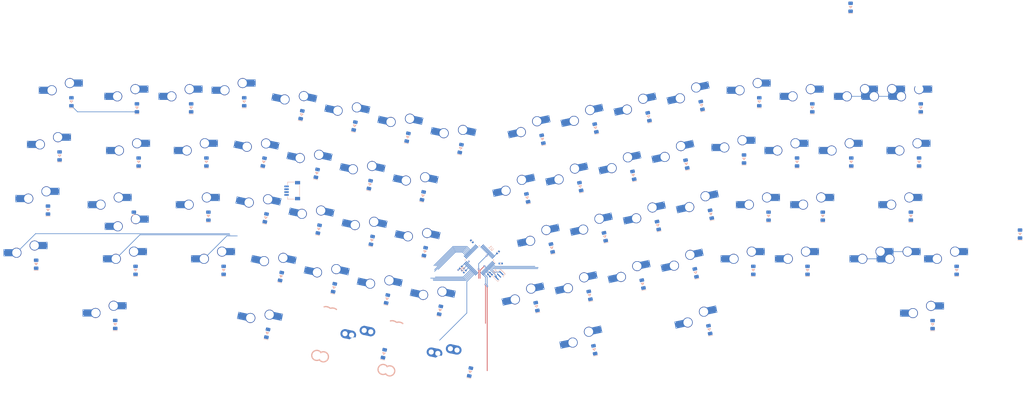
<source format=kicad_pcb>
(kicad_pcb (version 20171130) (host pcbnew "(5.1.11)-1")
  (layers (0 F.Cu signal) (31 B.Cu signal) (34 B.Paste user) (35 F.Paste user) (36 B.SilkS user) (37 F.SilkS user) (38 B.Mask user) (39 F.Mask user) (44 Edge.Cuts user))
  (net 0 "")
  (net 1 "Net-(MX1-Pad1)")
  (net 2 "Net-(D1-Pad2)")
  (net 3 "Net-(D2-Pad2)")
  (net 4 "Net-(D3-Pad2)")
  (net 5 "Net-(D4-Pad2)")
  (net 6 "Net-(D5-Pad2)")
  (net 7 "Net-(D6-Pad2)")
  (net 8 "Net-(D7-Pad2)")
  (net 9 "Net-(D8-Pad2)")
  (net 10 "Net-(D9-Pad2)")
  (net 11 "Net-(D10-Pad2)")
  (net 12 "Net-(MX10-Pad1)")
  (net 13 "Net-(D11-Pad2)")
  (net 14 "Net-(MX11-Pad1)")
  (net 15 "Net-(D12-Pad2)")
  (net 16 "Net-(MX12-Pad1)")
  (net 17 "Net-(D13-Pad2)")
  (net 18 "Net-(MX13-Pad1)")
  (net 19 "Net-(D14-Pad2)")
  (net 20 "Net-(MX14-Pad1)")
  (net 21 "Net-(D15-Pad2)")
  (net 22 "Net-(MX15-Pad1)")
  (net 23 "Net-(D16-Pad2)")
  (net 24 "Net-(MX18-Pad1)")
  (net 25 "Net-(MX19-Pad1)")
  (net 26 "Net-(MX20-Pad1)")
  (net 27 "Net-(MX21-Pad1)")
  (net 28 "Net-(MX22-Pad1)")
  (net 29 "Net-(MX23-Pad1)")
  (net 30 "Net-(MX25-Pad1)")
  (net 31 "Net-(D17-Pad2)")
  (net 32 "Net-(D18-Pad2)")
  (net 33 "Net-(D19-Pad2)")
  (net 34 "Net-(D20-Pad2)")
  (net 35 "Net-(D21-Pad2)")
  (net 36 "Net-(D22-Pad2)")
  (net 37 "Net-(D23-Pad2)")
  (net 38 "Net-(D24-Pad2)")
  (net 39 "Net-(D25-Pad2)")
  (net 40 "Net-(D26-Pad2)")
  (net 41 "Net-(D27-Pad2)")
  (net 42 "Net-(D28-Pad2)")
  (net 43 "Net-(D29-Pad2)")
  (net 44 "Net-(D30-Pad2)")
  (net 45 "Net-(D31-Pad2)")
  (net 46 "Net-(D32-Pad2)")
  (net 47 "Net-(D33-Pad2)")
  (net 48 "Net-(D34-Pad2)")
  (net 49 "Net-(D35-Pad2)")
  (net 50 "Net-(D36-Pad2)")
  (net 51 "Net-(D37-Pad2)")
  (net 52 "Net-(D38-Pad2)")
  (net 53 "Net-(D39-Pad2)")
  (net 54 "Net-(D40-Pad2)")
  (net 55 "Net-(D41-Pad2)")
  (net 56 "Net-(D42-Pad2)")
  (net 57 "Net-(D43-Pad2)")
  (net 58 "Net-(D44-Pad2)")
  (net 59 "Net-(D46-Pad2)")
  (net 60 "Net-(D47-Pad2)")
  (net 61 "Net-(D48-Pad2)")
  (net 62 "Net-(D49-Pad2)")
  (net 63 "Net-(D50-Pad2)")
  (net 64 "Net-(D51-Pad2)")
  (net 65 "Net-(D52-Pad2)")
  (net 66 "Net-(D53-Pad2)")
  (net 67 "Net-(D54-Pad2)")
  (net 68 "Net-(D55-Pad2)")
  (net 69 "Net-(D56-Pad2)")
  (net 70 "Net-(D57-Pad2)")
  (net 71 "Net-(D58-Pad2)")
  (net 72 "Net-(D59-Pad2)")
  (net 73 "Net-(D60-Pad2)")
  (net 74 "Net-(D61-Pad2)")
  (net 75 "Net-(D62-Pad2)")
  (net 76 "Net-(D63-Pad2)")
  (net 77 "Net-(D64-Pad2)")
  (net 78 "Net-(D65-Pad2)")
  (net 79 "Net-(D66-Pad2)")
  (net 80 "Net-(D67-Pad2)")
  (net 81 "Net-(D68-Pad2)")
  (net 82 "Net-(MX65-Pad1)")
  (net 83 "Net-(MX32-Pad1)")
  (net 84 "Net-(D1-Pad1)")
  (net 85 "Net-(D16-Pad1)")
  (net 86 "Net-(D17-Pad1)")
  (net 87 "Net-(D47-Pad1)")
  (net 88 "Net-(D62-Pad1)")
  (net 89 "Net-(U1-Pad46)")
  (net 90 "Net-(U1-Pad45)")
  (net 91 "Net-(U1-Pad44)")
  (net 92 "Net-(U1-Pad43)")
  (net 93 "Net-(U1-Pad42)")
  (net 94 "Net-(U1-Pad41)")
  (net 95 "Net-(U1-Pad40)")
  (net 96 "Net-(U1-Pad39)")
  (net 97 "Net-(U1-Pad38)")
  (net 98 "Net-(U1-Pad37)")
  (net 99 "Net-(U1-Pad34)")
  (net 100 "Net-(U1-Pad33)")
  (net 101 "Net-(U1-Pad32)")
  (net 102 "Net-(U1-Pad31)")
  (net 103 "Net-(U1-Pad30)")
  (net 104 "Net-(U1-Pad29)")
  (net 105 "Net-(U1-Pad28)")
  (net 106 "Net-(U1-Pad27)")
  (net 107 "Net-(U1-Pad26)")
  (net 108 "Net-(U1-Pad25)")
  (net 109 "Net-(U1-Pad21)")
  (net 110 "Net-(U1-Pad19)")
  (net 111 "Net-(U1-Pad18)")
  (net 112 "Net-(U1-Pad17)")
  (net 113 "Net-(U1-Pad16)")
  (net 114 "Net-(U1-Pad15)")
  (net 115 "Net-(U1-Pad14)")
  (net 116 "Net-(U1-Pad13)")
  (net 117 "Net-(U1-Pad12)")
  (net 118 "Net-(U1-Pad11)")
  (net 119 "Net-(U1-Pad10)")
  (net 120 "Net-(U1-Pad7)")
  (net 121 "Net-(U1-Pad6)")
  (net 122 "Net-(U1-Pad5)")
  (net 123 "Net-(U1-Pad4)")
  (net 124 "Net-(U1-Pad3)")
  (net 125 "Net-(U1-Pad2)")
  (net 126 "Net-(R1-Pad1)")
  (net 127 GND)
  (net 128 +3V3)
  (net 129 "Net-(C7-Pad1)")
  (module sanproject-keyboard-part:JST-SR-4 (layer B.Cu) (at 106.569012 89.011839 270)
    (fp_text reference J1)
    (fp_text value Conn_01x04_Female)
    (pad "" smd rect (at 2.8 0.9 270) (size 1.2 1.8) (layers B.Cu B.Paste B.Mask))
    (pad "" smd rect (at -2.8 0.9 270) (size 1.2 1.8) (layers B.Cu B.Paste B.Mask))
    (pad 1 smd rect (at -1.5 4.775 270) (size 0.6 1.55) (layers B.Cu B.Paste B.Mask))
    (pad 2 smd rect (at -0.5 4.775 270) (size 0.6 1.55) (layers B.Cu B.Paste B.Mask))
    (pad 4 smd rect (at 1.5 4.775 270) (size 0.6 1.55) (layers B.Cu B.Paste B.Mask))
    (pad 3 smd rect (at 0.5 4.775 270) (size 0.6 1.55) (layers B.Cu B.Paste B.Mask))
  )
  (module sanproject-keyboard-part:C_0402 (layer B.Cu) (at 172.909058 118.164093 45)
    (fp_text reference C4)
    (fp_text value 0.1uF)
    (pad 2 smd rect (at 0.48 0 45) (size 0.56 0.62) (layers B.Cu B.Paste B.Mask) (net 127 GND))
    (pad 1 smd rect (at -0.48 0 45) (size 0.56 0.62) (layers B.Cu B.Paste B.Mask) (net 128 +3V3))
  )
  (module Resistor_SMD:R_0402_1005Metric (layer B.Cu) (at 164.423777 117.456986 225)
    (fp_text reference R1 (at 0 1.17 45) (layer B.SilkS) (effects (justify mirror)))
    (fp_text value 330R)
    (pad 2 smd roundrect (at 0.51 0 225) (size 0.54 0.64) (layers B.Cu B.Paste B.Mask) (net 127 GND))
    (pad 1 smd roundrect (at -0.51 0 225) (size 0.54 0.64) (layers B.Cu B.Paste B.Mask) (net 126 "Net-(R1-Pad1)"))
  )
  (module sanproject-keyboard-part:C_0402 (layer B.Cu) (at 163.71667 116.749879 225)
    (fp_text reference C7)
    (fp_text value 4.7uF)
    (pad 2 smd rect (at 0.48 0 225) (size 0.56 0.62) (layers B.Cu B.Paste B.Mask) (net 127 GND))
    (pad 1 smd rect (at -0.48 0 225) (size 0.56 0.62) (layers B.Cu B.Paste B.Mask) (net 129 "Net-(C7-Pad1)"))
  )
  (module sanproject-keyboard-part:C_0402 (layer B.Cu) (at 173.616165 118.8712 45)
    (fp_text reference C6)
    (fp_text value 1uF)
    (pad 2 smd rect (at 0.48 0 45) (size 0.56 0.62) (layers B.Cu B.Paste B.Mask) (net 127 GND))
    (pad 1 smd rect (at -0.48 0 45) (size 0.56 0.62) (layers B.Cu B.Paste B.Mask) (net 128 +3V3))
  )
  (module sanproject-keyboard-part:C_0402 (layer B.Cu) (at 166.898651 106.850384 135)
    (fp_text reference C5)
    (fp_text value 0.1uF)
    (pad 1 smd rect (at -0.48 0 135) (size 0.56 0.62) (layers B.Cu B.Paste B.Mask) (net 128 +3V3))
    (pad 2 smd rect (at 0.48 0 135) (size 0.56 0.62) (layers B.Cu B.Paste B.Mask) (net 127 GND))
  )
  (module sanproject-keyboard-part:C_0402 (layer B.Cu) (at 176.091039 110.739472 45)
    (fp_text reference C3)
    (fp_text value 0.1uF)
    (pad 1 smd rect (at -0.48 0 45) (size 0.56 0.62) (layers B.Cu B.Paste B.Mask) (net 128 +3V3))
    (pad 2 smd rect (at 0.48 0 45) (size 0.56 0.62) (layers B.Cu B.Paste B.Mask) (net 127 GND))
  )
  (module sanproject-keyboard-part:C_0402 (layer B.Cu) (at 177.050301 114.641122)
    (fp_text reference C2)
    (fp_text value 0.1uF)
    (pad 2 smd rect (at 0.48 0) (size 0.56 0.62) (layers B.Cu B.Paste B.Mask) (net 127 GND))
    (pad 1 smd rect (at -0.48 0) (size 0.56 0.62) (layers B.Cu B.Paste B.Mask) (net 128 +3V3))
  )
  (module sanproject-keyboard-part:C_0402 (layer B.Cu) (at 163.009563 116.042772 225)
    (fp_text reference C1)
    (fp_text value 0.1uF)
    (pad 2 smd rect (at 0.48 0 225) (size 0.56 0.62) (layers B.Cu B.Paste B.Mask) (net 127 GND))
    (pad 1 smd rect (at -0.48 0 225) (size 0.56 0.62) (layers B.Cu B.Paste B.Mask) (net 128 +3V3))
  )
  (module Crystal:Resonator_SMD_muRata_CSTxExxV-3Pin_3.0x1.1mm (layer B.Cu) (at 176.444592 118.8712 225)
    (fp_text reference Y1 (at 0 2 45) (layer B.SilkS) (effects (justify mirror)))
    (fp_text value 8Mhz)
    (pad 3 smd rect (at 1.2 0 225) (size 0.4 1.9) (layers B.Cu B.Paste B.Mask) (net 121 "Net-(U1-Pad6)"))
    (pad 2 smd rect (at 0 0 225) (size 0.4 1.9) (layers B.Cu B.Paste B.Mask) (net 127 GND))
    (pad 1 smd rect (at -1.2 0 225) (size 0.4 1.9) (layers B.Cu B.Paste B.Mask) (net 122 "Net-(U1-Pad5)"))
  )
  (module MX_Only_v4:MXOnly-2U-Hotswap-Sawns (layer F.Cu) (at 311.990303 58.381121)
    (fp_text reference MX70)
    (fp_text value 2U)
    (pad "" np_thru_hole circle (at 0 0) (size 3.9878 3.9878) (drill 3.9878) (layers *.Cu *.Mask))
    (pad 1 thru_hole circle (at -3.81 -2.54) (size 3.5 3.5) (drill 3) (layers *.Cu *.Mask) (net 22 "Net-(MX15-Pad1)"))
    (pad 1 thru_hole circle (at -8.0645 -1.5875) (size 0.5 0.5) (drill 0.3) (layers *.Cu *.Mask) (net 22 "Net-(MX15-Pad1)"))
    (pad 2 smd rect (at 5.207 -5.08) (size 3.82 2.5) (layers B.Cu) (net 21 "Net-(D15-Pad2)"))
    (pad 2 thru_hole circle (at 6.8215 -4.1275) (size 0.5 0.5) (drill 0.3) (layers *.Cu *.Mask) (net 21 "Net-(D15-Pad2)"))
    (pad 2 thru_hole circle (at 6.8215 -6.0325) (size 0.5 0.5) (drill 0.3) (layers *.Cu *.Mask) (net 21 "Net-(D15-Pad2)"))
    (pad 2 thru_hole circle (at 2.54 -5.08) (size 3.5 3.5) (drill 3) (layers *.Cu *.Mask) (net 21 "Net-(D15-Pad2)"))
    (pad "" np_thru_hole circle (at -5.08 0 48.0996) (size 1.75 1.75) (drill 1.75) (layers *.Cu *.Mask))
    (pad "" np_thru_hole circle (at 5.08 0 48.0996) (size 1.75 1.75) (drill 1.75) (layers *.Cu *.Mask))
    (pad 1 smd rect (at -6.45 -2.54) (size 3.82 2.5) (layers B.Cu) (net 22 "Net-(MX15-Pad1)"))
    (pad 1 thru_hole circle (at -8.0645 -3.4925) (size 0.5 0.5) (drill 0.3) (layers *.Cu *.Mask) (net 22 "Net-(MX15-Pad1)"))
    (pad "" np_thru_hole circle (at -11.938 8.255) (size 3.9878 3.9878) (drill 3.9878) (layers *.Cu *.Mask))
    (pad "" np_thru_hole circle (at 11.938 8.255) (size 3.9878 3.9878) (drill 3.9878) (layers *.Cu *.Mask))
    (pad "" np_thru_hole circle (at -11.938 -6.985) (size 3.048 3.048) (drill 3.048) (layers *.Cu *.Mask))
    (pad "" np_thru_hole circle (at 11.938 -6.985) (size 3.048 3.048) (drill 3.048) (layers *.Cu *.Mask))
  )
  (module MX_Only_v4:MXOnly-2.25U-Hotswap-Sawns (layer F.Cu) (at 45.6453 115.531119)
    (fp_text reference MX69)
    (fp_text value 2.25U)
    (pad "" np_thru_hole circle (at 0 0) (size 3.9878 3.9878) (drill 3.9878) (layers *.Cu *.Mask))
    (pad 1 thru_hole circle (at -3.81 -2.54) (size 3.5 3.5) (drill 3) (layers *.Cu *.Mask) (net 24 "Net-(MX18-Pad1)"))
    (pad 1 thru_hole circle (at -8.0645 -1.5875) (size 0.5 0.5) (drill 0.3) (layers *.Cu *.Mask) (net 24 "Net-(MX18-Pad1)"))
    (pad 2 smd rect (at 5.207 -5.08) (size 3.82 2.5) (layers B.Cu) (net 61 "Net-(D48-Pad2)"))
    (pad 2 thru_hole circle (at 6.8215 -4.1275) (size 0.5 0.5) (drill 0.3) (layers *.Cu *.Mask) (net 61 "Net-(D48-Pad2)"))
    (pad 2 thru_hole circle (at 6.8215 -6.0325) (size 0.5 0.5) (drill 0.3) (layers *.Cu *.Mask) (net 61 "Net-(D48-Pad2)"))
    (pad 2 thru_hole circle (at 2.54 -5.08) (size 3.5 3.5) (drill 3) (layers *.Cu *.Mask) (net 61 "Net-(D48-Pad2)"))
    (pad "" np_thru_hole circle (at -5.08 0 48.0996) (size 1.75 1.75) (drill 1.75) (layers *.Cu *.Mask))
    (pad "" np_thru_hole circle (at 5.08 0 48.0996) (size 1.75 1.75) (drill 1.75) (layers *.Cu *.Mask))
    (pad 1 smd rect (at -6.45 -2.54) (size 3.82 2.5) (layers B.Cu) (net 24 "Net-(MX18-Pad1)"))
    (pad 1 thru_hole circle (at -8.0645 -3.4925) (size 0.5 0.5) (drill 0.3) (layers *.Cu *.Mask) (net 24 "Net-(MX18-Pad1)"))
    (pad "" np_thru_hole circle (at -11.938 8.255) (size 3.9878 3.9878) (drill 3.9878) (layers *.Cu *.Mask))
    (pad "" np_thru_hole circle (at 11.938 8.255) (size 3.9878 3.9878) (drill 3.9878) (layers *.Cu *.Mask))
    (pad "" np_thru_hole circle (at -11.938 -6.985) (size 3.048 3.048) (drill 3.048) (layers *.Cu *.Mask))
    (pad "" np_thru_hole circle (at 11.938 -6.985) (size 3.048 3.048) (drill 3.048) (layers *.Cu *.Mask))
  )
  (module MX_Only_v4:MXOnly-1.5U-Hotswap-Sawns (layer F.Cu) (at 246.9953 137.081123 12)
    (fp_text reference MX67)
    (fp_text value 1.5U)
    (pad "" np_thru_hole circle (at 0 0 12) (size 3.9878 3.9878) (drill 3.9878) (layers *.Cu *.Mask))
    (pad 1 thru_hole circle (at -3.81 -2.54 12) (size 3.5 3.5) (drill 3) (layers *.Cu *.Mask) (net 16 "Net-(MX12-Pad1)"))
    (pad 1 thru_hole circle (at -8.0645 -1.5875 12) (size 0.5 0.5) (drill 0.3) (layers *.Cu *.Mask) (net 16 "Net-(MX12-Pad1)"))
    (pad 2 smd rect (at 5.207 -5.08 12) (size 3.82 2.5) (layers B.Cu) (net 80 "Net-(D67-Pad2)"))
    (pad 2 thru_hole circle (at 6.8215 -4.1275 12) (size 0.5 0.5) (drill 0.3) (layers *.Cu *.Mask) (net 80 "Net-(D67-Pad2)"))
    (pad 2 thru_hole circle (at 6.8215 -6.0325 12) (size 0.5 0.5) (drill 0.3) (layers *.Cu *.Mask) (net 80 "Net-(D67-Pad2)"))
    (pad 2 thru_hole circle (at 2.54 -5.08 12) (size 3.5 3.5) (drill 3) (layers *.Cu *.Mask) (net 80 "Net-(D67-Pad2)"))
    (pad "" np_thru_hole circle (at -5.08 0 60.0996) (size 1.75 1.75) (drill 1.75) (layers *.Cu *.Mask))
    (pad "" np_thru_hole circle (at 5.08 0 60.0996) (size 1.75 1.75) (drill 1.75) (layers *.Cu *.Mask))
    (pad 1 smd rect (at -6.45 -2.54 12) (size 3.82 2.5) (layers B.Cu) (net 16 "Net-(MX12-Pad1)"))
    (pad 1 thru_hole circle (at -8.0645 -3.4925 12) (size 0.5 0.5) (drill 0.3) (layers *.Cu *.Mask) (net 16 "Net-(MX12-Pad1)"))
  )
  (module MX_Only_v4:MXOnly-2.75U-Hotswap-ReversedStabilizers-Sawns (layer F.Cu) (at 206.585301 144.14112 12)
    (fp_text reference MX66)
    (fp_text value 2.75U)
    (pad "" np_thru_hole circle (at 0 0 12) (size 3.9878 3.9878) (drill 3.9878) (layers *.Cu *.Mask))
    (pad 1 thru_hole circle (at -3.81 -2.54 12) (size 3.5 3.5) (drill 3) (layers *.Cu *.Mask) (net 12 "Net-(MX10-Pad1)"))
    (pad 1 thru_hole circle (at -8.0645 -1.5875 12) (size 0.5 0.5) (drill 0.3) (layers *.Cu *.Mask) (net 12 "Net-(MX10-Pad1)"))
    (pad 2 smd rect (at 5.207 -5.08 12) (size 3.82 2.5) (layers B.Cu) (net 79 "Net-(D66-Pad2)"))
    (pad 2 thru_hole circle (at 6.8215 -4.1275 12) (size 0.5 0.5) (drill 0.3) (layers *.Cu *.Mask) (net 79 "Net-(D66-Pad2)"))
    (pad 2 thru_hole circle (at 6.8215 -6.0325 12) (size 0.5 0.5) (drill 0.3) (layers *.Cu *.Mask) (net 79 "Net-(D66-Pad2)"))
    (pad 2 thru_hole circle (at 2.54 -5.08 12) (size 3.5 3.5) (drill 3) (layers *.Cu *.Mask) (net 79 "Net-(D66-Pad2)"))
    (pad "" np_thru_hole circle (at -5.08 0 60.0996) (size 1.75 1.75) (drill 1.75) (layers *.Cu *.Mask))
    (pad "" np_thru_hole circle (at 5.08 0 60.0996) (size 1.75 1.75) (drill 1.75) (layers *.Cu *.Mask))
    (pad 1 smd rect (at -6.45 -2.54 12) (size 3.82 2.5) (layers B.Cu) (net 12 "Net-(MX10-Pad1)"))
    (pad 1 thru_hole circle (at -8.0645 -3.4925 12) (size 0.5 0.5) (drill 0.3) (layers *.Cu *.Mask) (net 12 "Net-(MX10-Pad1)"))
    (pad "" np_thru_hole circle (at -11.938 -8.255 12) (size 3.9878 3.9878) (drill 3.9878) (layers *.Cu *.Mask))
    (pad "" np_thru_hole circle (at 11.938 -8.255 12) (size 3.9878 3.9878) (drill 3.9878) (layers *.Cu *.Mask))
    (pad "" np_thru_hole circle (at -11.938 6.985 12) (size 3.048 3.048) (drill 3.048) (layers *.Cu *.Mask))
    (pad "" np_thru_hole circle (at 11.938 6.985 12) (size 3.048 3.048) (drill 3.048) (layers *.Cu *.Mask))
  )
  (module MX_Only_v4:MXOnly-1U-Hotswap-Sawns (layer F.Cu) (at 325.680902 134.62912)
    (fp_text reference MX68)
    (fp_text value 1U)
    (pad 1 thru_hole circle (at -8.0645 -3.4925) (size 0.5 0.5) (drill 0.3) (layers *.Cu *.Mask) (net 83 "Net-(MX32-Pad1)"))
    (pad 2 smd rect (at 5.207 -5.08) (size 3.82 2.5) (layers B.Cu) (net 81 "Net-(D68-Pad2)"))
    (pad 1 smd rect (at -6.45 -2.54) (size 3.82 2.5) (layers B.Cu) (net 83 "Net-(MX32-Pad1)"))
    (pad "" np_thru_hole circle (at 5.08 0 48.0996) (size 1.75 1.75) (drill 1.75) (layers *.Cu *.Mask))
    (pad "" np_thru_hole circle (at -5.08 0 48.0996) (size 1.75 1.75) (drill 1.75) (layers *.Cu *.Mask))
    (pad 1 thru_hole circle (at -3.81 -2.54) (size 3.5 3.5) (drill 3) (layers *.Cu *.Mask) (net 83 "Net-(MX32-Pad1)"))
    (pad "" np_thru_hole circle (at 0 0) (size 3.9878 3.9878) (drill 3.9878) (layers *.Cu *.Mask))
    (pad 2 thru_hole circle (at 2.54 -5.08) (size 3.5 3.5) (drill 3) (layers *.Cu *.Mask) (net 81 "Net-(D68-Pad2)"))
    (pad 1 thru_hole circle (at -8.0645 -1.5875) (size 0.5 0.5) (drill 0.3) (layers *.Cu *.Mask) (net 83 "Net-(MX32-Pad1)"))
    (pad 2 thru_hole circle (at 6.8215 -4.1275) (size 0.5 0.5) (drill 0.3) (layers *.Cu *.Mask) (net 81 "Net-(D68-Pad2)"))
    (pad 2 thru_hole circle (at 6.8215 -6.0325) (size 0.5 0.5) (drill 0.3) (layers *.Cu *.Mask) (net 81 "Net-(D68-Pad2)"))
  )
  (module MX_Only_v4:MXOnly-1.5U-Hotswap-Sawns (layer F.Cu) (at 92.285301 137.081121 348)
    (fp_text reference MX63)
    (fp_text value 1.5U)
    (pad "" np_thru_hole circle (at 0 0 348) (size 3.9878 3.9878) (drill 3.9878) (layers *.Cu *.Mask))
    (pad 1 thru_hole circle (at -3.81 -2.54 348) (size 3.5 3.5) (drill 3) (layers *.Cu *.Mask) (net 26 "Net-(MX20-Pad1)"))
    (pad 1 thru_hole circle (at -8.0645 -1.5875 348) (size 0.5 0.5) (drill 0.3) (layers *.Cu *.Mask) (net 26 "Net-(MX20-Pad1)"))
    (pad 2 smd rect (at 5.207 -5.08 348) (size 3.82 2.5) (layers B.Cu) (net 76 "Net-(D63-Pad2)"))
    (pad 2 thru_hole circle (at 6.8215 -4.1275 348) (size 0.5 0.5) (drill 0.3) (layers *.Cu *.Mask) (net 76 "Net-(D63-Pad2)"))
    (pad 2 thru_hole circle (at 6.8215 -6.0325 348) (size 0.5 0.5) (drill 0.3) (layers *.Cu *.Mask) (net 76 "Net-(D63-Pad2)"))
    (pad 2 thru_hole circle (at 2.54 -5.08 348) (size 3.5 3.5) (drill 3) (layers *.Cu *.Mask) (net 76 "Net-(D63-Pad2)"))
    (pad "" np_thru_hole circle (at -5.08 0 36.0996) (size 1.75 1.75) (drill 1.75) (layers *.Cu *.Mask))
    (pad "" np_thru_hole circle (at 5.08 0 36.0996) (size 1.75 1.75) (drill 1.75) (layers *.Cu *.Mask))
    (pad 1 smd rect (at -6.45 -2.54 348) (size 3.82 2.5) (layers B.Cu) (net 26 "Net-(MX20-Pad1)"))
    (pad 1 thru_hole circle (at -8.0645 -3.4925 348) (size 0.5 0.5) (drill 0.3) (layers *.Cu *.Mask) (net 26 "Net-(MX20-Pad1)"))
  )
  (module MX_Only_v4:MXOnly-1U-Hotswap-Sawns (layer F.Cu) (at 38.505302 134.581122)
    (fp_text reference MX62)
    (fp_text value 1U)
    (pad 1 thru_hole circle (at -8.0645 -3.4925) (size 0.5 0.5) (drill 0.3) (layers *.Cu *.Mask) (net 24 "Net-(MX18-Pad1)"))
    (pad 2 smd rect (at 5.207 -5.08) (size 3.82 2.5) (layers B.Cu) (net 75 "Net-(D62-Pad2)"))
    (pad 1 smd rect (at -6.45 -2.54) (size 3.82 2.5) (layers B.Cu) (net 24 "Net-(MX18-Pad1)"))
    (pad "" np_thru_hole circle (at 5.08 0 48.0996) (size 1.75 1.75) (drill 1.75) (layers *.Cu *.Mask))
    (pad "" np_thru_hole circle (at -5.08 0 48.0996) (size 1.75 1.75) (drill 1.75) (layers *.Cu *.Mask))
    (pad 1 thru_hole circle (at -3.81 -2.54) (size 3.5 3.5) (drill 3) (layers *.Cu *.Mask) (net 24 "Net-(MX18-Pad1)"))
    (pad "" np_thru_hole circle (at 0 0) (size 3.9878 3.9878) (drill 3.9878) (layers *.Cu *.Mask))
    (pad 2 thru_hole circle (at 2.54 -5.08) (size 3.5 3.5) (drill 3) (layers *.Cu *.Mask) (net 75 "Net-(D62-Pad2)"))
    (pad 1 thru_hole circle (at -8.0645 -1.5875) (size 0.5 0.5) (drill 0.3) (layers *.Cu *.Mask) (net 24 "Net-(MX18-Pad1)"))
    (pad 2 thru_hole circle (at 6.8215 -4.1275) (size 0.5 0.5) (drill 0.3) (layers *.Cu *.Mask) (net 75 "Net-(D62-Pad2)"))
    (pad 2 thru_hole circle (at 6.8215 -6.0325) (size 0.5 0.5) (drill 0.3) (layers *.Cu *.Mask) (net 75 "Net-(D62-Pad2)"))
  )
  (module MX_Only_v4:MXOnly-1U-Hotswap-Sawns (layer F.Cu) (at 334.124049 115.53112)
    (fp_text reference MX61)
    (fp_text value 1U)
    (pad 1 thru_hole circle (at -8.0645 -3.4925) (size 0.5 0.5) (drill 0.3) (layers *.Cu *.Mask) (net 83 "Net-(MX32-Pad1)"))
    (pad 2 smd rect (at 5.207 -5.08) (size 3.82 2.5) (layers B.Cu) (net 74 "Net-(D61-Pad2)"))
    (pad 1 smd rect (at -6.45 -2.54) (size 3.82 2.5) (layers B.Cu) (net 83 "Net-(MX32-Pad1)"))
    (pad "" np_thru_hole circle (at 5.08 0 48.0996) (size 1.75 1.75) (drill 1.75) (layers *.Cu *.Mask))
    (pad "" np_thru_hole circle (at -5.08 0 48.0996) (size 1.75 1.75) (drill 1.75) (layers *.Cu *.Mask))
    (pad 1 thru_hole circle (at -3.81 -2.54) (size 3.5 3.5) (drill 3) (layers *.Cu *.Mask) (net 83 "Net-(MX32-Pad1)"))
    (pad "" np_thru_hole circle (at 0 0) (size 3.9878 3.9878) (drill 3.9878) (layers *.Cu *.Mask))
    (pad 2 thru_hole circle (at 2.54 -5.08) (size 3.5 3.5) (drill 3) (layers *.Cu *.Mask) (net 74 "Net-(D61-Pad2)"))
    (pad 1 thru_hole circle (at -8.0645 -1.5875) (size 0.5 0.5) (drill 0.3) (layers *.Cu *.Mask) (net 83 "Net-(MX32-Pad1)"))
    (pad 2 thru_hole circle (at 6.8215 -4.1275) (size 0.5 0.5) (drill 0.3) (layers *.Cu *.Mask) (net 74 "Net-(D61-Pad2)"))
    (pad 2 thru_hole circle (at 6.8215 -6.0325) (size 0.5 0.5) (drill 0.3) (layers *.Cu *.Mask) (net 74 "Net-(D61-Pad2)"))
  )
  (module MX_Only_v4:MXOnly-1.75U-Hotswap-Sawns (layer F.Cu) (at 307.930302 115.531121)
    (fp_text reference MX60)
    (fp_text value 1.75U)
    (pad "" np_thru_hole circle (at 0 0) (size 3.9878 3.9878) (drill 3.9878) (layers *.Cu *.Mask))
    (pad 1 thru_hole circle (at -3.81 -2.54) (size 3.5 3.5) (drill 3) (layers *.Cu *.Mask) (net 22 "Net-(MX15-Pad1)"))
    (pad 1 thru_hole circle (at -8.0645 -1.5875) (size 0.5 0.5) (drill 0.3) (layers *.Cu *.Mask) (net 22 "Net-(MX15-Pad1)"))
    (pad 2 smd rect (at 5.207 -5.08) (size 3.82 2.5) (layers B.Cu) (net 73 "Net-(D60-Pad2)"))
    (pad 2 thru_hole circle (at 6.8215 -4.1275) (size 0.5 0.5) (drill 0.3) (layers *.Cu *.Mask) (net 73 "Net-(D60-Pad2)"))
    (pad 2 thru_hole circle (at 6.8215 -6.0325) (size 0.5 0.5) (drill 0.3) (layers *.Cu *.Mask) (net 73 "Net-(D60-Pad2)"))
    (pad 2 thru_hole circle (at 2.54 -5.08) (size 3.5 3.5) (drill 3) (layers *.Cu *.Mask) (net 73 "Net-(D60-Pad2)"))
    (pad "" np_thru_hole circle (at -5.08 0 48.0996) (size 1.75 1.75) (drill 1.75) (layers *.Cu *.Mask))
    (pad "" np_thru_hole circle (at 5.08 0 48.0996) (size 1.75 1.75) (drill 1.75) (layers *.Cu *.Mask))
    (pad 1 smd rect (at -6.45 -2.54) (size 3.82 2.5) (layers B.Cu) (net 22 "Net-(MX15-Pad1)"))
    (pad 1 thru_hole circle (at -8.0645 -3.4925) (size 0.5 0.5) (drill 0.3) (layers *.Cu *.Mask) (net 22 "Net-(MX15-Pad1)"))
  )
  (module MX_Only_v4:MXOnly-1U-Hotswap-Sawns (layer F.Cu) (at 281.735301 115.531122)
    (fp_text reference MX59)
    (fp_text value 1U)
    (pad 1 thru_hole circle (at -8.0645 -3.4925) (size 0.5 0.5) (drill 0.3) (layers *.Cu *.Mask) (net 20 "Net-(MX14-Pad1)"))
    (pad 2 smd rect (at 5.207 -5.08) (size 3.82 2.5) (layers B.Cu) (net 72 "Net-(D59-Pad2)"))
    (pad 1 smd rect (at -6.45 -2.54) (size 3.82 2.5) (layers B.Cu) (net 20 "Net-(MX14-Pad1)"))
    (pad "" np_thru_hole circle (at 5.08 0 48.0996) (size 1.75 1.75) (drill 1.75) (layers *.Cu *.Mask))
    (pad "" np_thru_hole circle (at -5.08 0 48.0996) (size 1.75 1.75) (drill 1.75) (layers *.Cu *.Mask))
    (pad 1 thru_hole circle (at -3.81 -2.54) (size 3.5 3.5) (drill 3) (layers *.Cu *.Mask) (net 20 "Net-(MX14-Pad1)"))
    (pad "" np_thru_hole circle (at 0 0) (size 3.9878 3.9878) (drill 3.9878) (layers *.Cu *.Mask))
    (pad 2 thru_hole circle (at 2.54 -5.08) (size 3.5 3.5) (drill 3) (layers *.Cu *.Mask) (net 72 "Net-(D59-Pad2)"))
    (pad 1 thru_hole circle (at -8.0645 -1.5875) (size 0.5 0.5) (drill 0.3) (layers *.Cu *.Mask) (net 20 "Net-(MX14-Pad1)"))
    (pad 2 thru_hole circle (at 6.8215 -4.1275) (size 0.5 0.5) (drill 0.3) (layers *.Cu *.Mask) (net 72 "Net-(D59-Pad2)"))
    (pad 2 thru_hole circle (at 6.8215 -6.0325) (size 0.5 0.5) (drill 0.3) (layers *.Cu *.Mask) (net 72 "Net-(D59-Pad2)"))
  )
  (module MX_Only_v4:MXOnly-1U-Hotswap-Sawns (layer F.Cu) (at 262.685302 115.531122)
    (fp_text reference MX58)
    (fp_text value 1U)
    (pad 1 thru_hole circle (at -8.0645 -3.4925) (size 0.5 0.5) (drill 0.3) (layers *.Cu *.Mask) (net 18 "Net-(MX13-Pad1)"))
    (pad 2 smd rect (at 5.207 -5.08) (size 3.82 2.5) (layers B.Cu) (net 71 "Net-(D58-Pad2)"))
    (pad 1 smd rect (at -6.45 -2.54) (size 3.82 2.5) (layers B.Cu) (net 18 "Net-(MX13-Pad1)"))
    (pad "" np_thru_hole circle (at 5.08 0 48.0996) (size 1.75 1.75) (drill 1.75) (layers *.Cu *.Mask))
    (pad "" np_thru_hole circle (at -5.08 0 48.0996) (size 1.75 1.75) (drill 1.75) (layers *.Cu *.Mask))
    (pad 1 thru_hole circle (at -3.81 -2.54) (size 3.5 3.5) (drill 3) (layers *.Cu *.Mask) (net 18 "Net-(MX13-Pad1)"))
    (pad "" np_thru_hole circle (at 0 0) (size 3.9878 3.9878) (drill 3.9878) (layers *.Cu *.Mask))
    (pad 2 thru_hole circle (at 2.54 -5.08) (size 3.5 3.5) (drill 3) (layers *.Cu *.Mask) (net 71 "Net-(D58-Pad2)"))
    (pad 1 thru_hole circle (at -8.0645 -1.5875) (size 0.5 0.5) (drill 0.3) (layers *.Cu *.Mask) (net 18 "Net-(MX13-Pad1)"))
    (pad 2 thru_hole circle (at 6.8215 -4.1275) (size 0.5 0.5) (drill 0.3) (layers *.Cu *.Mask) (net 71 "Net-(D58-Pad2)"))
    (pad 2 thru_hole circle (at 6.8215 -6.0325) (size 0.5 0.5) (drill 0.3) (layers *.Cu *.Mask) (net 71 "Net-(D58-Pad2)"))
  )
  (module MX_Only_v4:MXOnly-1U-Hotswap-Sawns (layer F.Cu) (at 242.192168 117.092794 12)
    (fp_text reference MX57)
    (fp_text value 1U)
    (pad 1 thru_hole circle (at -8.0645 -3.4925 12) (size 0.5 0.5) (drill 0.3) (layers *.Cu *.Mask) (net 16 "Net-(MX12-Pad1)"))
    (pad 2 smd rect (at 5.207 -5.08 12) (size 3.82 2.5) (layers B.Cu) (net 70 "Net-(D57-Pad2)"))
    (pad 1 smd rect (at -6.45 -2.54 12) (size 3.82 2.5) (layers B.Cu) (net 16 "Net-(MX12-Pad1)"))
    (pad "" np_thru_hole circle (at 5.08 0 60.0996) (size 1.75 1.75) (drill 1.75) (layers *.Cu *.Mask))
    (pad "" np_thru_hole circle (at -5.08 0 60.0996) (size 1.75 1.75) (drill 1.75) (layers *.Cu *.Mask))
    (pad 1 thru_hole circle (at -3.81 -2.54 12) (size 3.5 3.5) (drill 3) (layers *.Cu *.Mask) (net 16 "Net-(MX12-Pad1)"))
    (pad "" np_thru_hole circle (at 0 0 12) (size 3.9878 3.9878) (drill 3.9878) (layers *.Cu *.Mask))
    (pad 2 thru_hole circle (at 2.54 -5.08 12) (size 3.5 3.5) (drill 3) (layers *.Cu *.Mask) (net 70 "Net-(D57-Pad2)"))
    (pad 1 thru_hole circle (at -8.0645 -1.5875 12) (size 0.5 0.5) (drill 0.3) (layers *.Cu *.Mask) (net 16 "Net-(MX12-Pad1)"))
    (pad 2 thru_hole circle (at 6.8215 -4.1275 12) (size 0.5 0.5) (drill 0.3) (layers *.Cu *.Mask) (net 70 "Net-(D57-Pad2)"))
    (pad 2 thru_hole circle (at 6.8215 -6.0325 12) (size 0.5 0.5) (drill 0.3) (layers *.Cu *.Mask) (net 70 "Net-(D57-Pad2)"))
  )
  (module MX_Only_v4:MXOnly-1U-Hotswap-Sawns (layer F.Cu) (at 223.558457 121.053513 12)
    (fp_text reference MX56)
    (fp_text value 1U)
    (pad 1 thru_hole circle (at -8.0645 -3.4925 12) (size 0.5 0.5) (drill 0.3) (layers *.Cu *.Mask) (net 14 "Net-(MX11-Pad1)"))
    (pad 2 smd rect (at 5.207 -5.08 12) (size 3.82 2.5) (layers B.Cu) (net 69 "Net-(D56-Pad2)"))
    (pad 1 smd rect (at -6.45 -2.54 12) (size 3.82 2.5) (layers B.Cu) (net 14 "Net-(MX11-Pad1)"))
    (pad "" np_thru_hole circle (at 5.08 0 60.0996) (size 1.75 1.75) (drill 1.75) (layers *.Cu *.Mask))
    (pad "" np_thru_hole circle (at -5.08 0 60.0996) (size 1.75 1.75) (drill 1.75) (layers *.Cu *.Mask))
    (pad 1 thru_hole circle (at -3.81 -2.54 12) (size 3.5 3.5) (drill 3) (layers *.Cu *.Mask) (net 14 "Net-(MX11-Pad1)"))
    (pad "" np_thru_hole circle (at 0 0 12) (size 3.9878 3.9878) (drill 3.9878) (layers *.Cu *.Mask))
    (pad 2 thru_hole circle (at 2.54 -5.08 12) (size 3.5 3.5) (drill 3) (layers *.Cu *.Mask) (net 69 "Net-(D56-Pad2)"))
    (pad 1 thru_hole circle (at -8.0645 -1.5875 12) (size 0.5 0.5) (drill 0.3) (layers *.Cu *.Mask) (net 14 "Net-(MX11-Pad1)"))
    (pad 2 thru_hole circle (at 6.8215 -4.1275 12) (size 0.5 0.5) (drill 0.3) (layers *.Cu *.Mask) (net 69 "Net-(D56-Pad2)"))
    (pad 2 thru_hole circle (at 6.8215 -6.0325 12) (size 0.5 0.5) (drill 0.3) (layers *.Cu *.Mask) (net 69 "Net-(D56-Pad2)"))
  )
  (module MX_Only_v4:MXOnly-1U-Hotswap-Sawns (layer F.Cu) (at 204.924746 125.014231 12)
    (fp_text reference MX55)
    (fp_text value 1U)
    (pad 1 thru_hole circle (at -8.0645 -3.4925 12) (size 0.5 0.5) (drill 0.3) (layers *.Cu *.Mask) (net 12 "Net-(MX10-Pad1)"))
    (pad 2 smd rect (at 5.207 -5.08 12) (size 3.82 2.5) (layers B.Cu) (net 68 "Net-(D55-Pad2)"))
    (pad 1 smd rect (at -6.45 -2.54 12) (size 3.82 2.5) (layers B.Cu) (net 12 "Net-(MX10-Pad1)"))
    (pad "" np_thru_hole circle (at 5.08 0 60.0996) (size 1.75 1.75) (drill 1.75) (layers *.Cu *.Mask))
    (pad "" np_thru_hole circle (at -5.08 0 60.0996) (size 1.75 1.75) (drill 1.75) (layers *.Cu *.Mask))
    (pad 1 thru_hole circle (at -3.81 -2.54 12) (size 3.5 3.5) (drill 3) (layers *.Cu *.Mask) (net 12 "Net-(MX10-Pad1)"))
    (pad "" np_thru_hole circle (at 0 0 12) (size 3.9878 3.9878) (drill 3.9878) (layers *.Cu *.Mask))
    (pad 2 thru_hole circle (at 2.54 -5.08 12) (size 3.5 3.5) (drill 3) (layers *.Cu *.Mask) (net 68 "Net-(D55-Pad2)"))
    (pad 1 thru_hole circle (at -8.0645 -1.5875 12) (size 0.5 0.5) (drill 0.3) (layers *.Cu *.Mask) (net 12 "Net-(MX10-Pad1)"))
    (pad 2 thru_hole circle (at 6.8215 -4.1275 12) (size 0.5 0.5) (drill 0.3) (layers *.Cu *.Mask) (net 68 "Net-(D55-Pad2)"))
    (pad 2 thru_hole circle (at 6.8215 -6.0325 12) (size 0.5 0.5) (drill 0.3) (layers *.Cu *.Mask) (net 68 "Net-(D55-Pad2)"))
  )
  (module MX_Only_v4:MXOnly-1U-Hotswap-Sawns (layer F.Cu) (at 186.291033 128.974948 12)
    (fp_text reference MX54)
    (fp_text value 1U)
    (pad 1 thru_hole circle (at -8.0645 -3.4925 12) (size 0.5 0.5) (drill 0.3) (layers *.Cu *.Mask) (net 30 "Net-(MX25-Pad1)"))
    (pad 2 smd rect (at 5.207 -5.08 12) (size 3.82 2.5) (layers B.Cu) (net 67 "Net-(D54-Pad2)"))
    (pad 1 smd rect (at -6.45 -2.54 12) (size 3.82 2.5) (layers B.Cu) (net 30 "Net-(MX25-Pad1)"))
    (pad "" np_thru_hole circle (at 5.08 0 60.0996) (size 1.75 1.75) (drill 1.75) (layers *.Cu *.Mask))
    (pad "" np_thru_hole circle (at -5.08 0 60.0996) (size 1.75 1.75) (drill 1.75) (layers *.Cu *.Mask))
    (pad 1 thru_hole circle (at -3.81 -2.54 12) (size 3.5 3.5) (drill 3) (layers *.Cu *.Mask) (net 30 "Net-(MX25-Pad1)"))
    (pad "" np_thru_hole circle (at 0 0 12) (size 3.9878 3.9878) (drill 3.9878) (layers *.Cu *.Mask))
    (pad 2 thru_hole circle (at 2.54 -5.08 12) (size 3.5 3.5) (drill 3) (layers *.Cu *.Mask) (net 67 "Net-(D54-Pad2)"))
    (pad 1 thru_hole circle (at -8.0645 -1.5875 12) (size 0.5 0.5) (drill 0.3) (layers *.Cu *.Mask) (net 30 "Net-(MX25-Pad1)"))
    (pad 2 thru_hole circle (at 6.8215 -4.1275 12) (size 0.5 0.5) (drill 0.3) (layers *.Cu *.Mask) (net 67 "Net-(D54-Pad2)"))
    (pad 2 thru_hole circle (at 6.8215 -6.0325 12) (size 0.5 0.5) (drill 0.3) (layers *.Cu *.Mask) (net 67 "Net-(D54-Pad2)"))
  )
  (module MX_Only_v4:MXOnly-1U-Hotswap-Sawns (layer F.Cu) (at 152.996436 128.973273 348)
    (fp_text reference MX53)
    (fp_text value 1U)
    (pad 1 thru_hole circle (at -8.0645 -3.4925 348) (size 0.5 0.5) (drill 0.3) (layers *.Cu *.Mask) (net 29 "Net-(MX23-Pad1)"))
    (pad 2 smd rect (at 5.207 -5.08 348) (size 3.82 2.5) (layers B.Cu) (net 66 "Net-(D53-Pad2)"))
    (pad 1 smd rect (at -6.45 -2.54 348) (size 3.82 2.5) (layers B.Cu) (net 29 "Net-(MX23-Pad1)"))
    (pad "" np_thru_hole circle (at 5.08 0 36.0996) (size 1.75 1.75) (drill 1.75) (layers *.Cu *.Mask))
    (pad "" np_thru_hole circle (at -5.08 0 36.0996) (size 1.75 1.75) (drill 1.75) (layers *.Cu *.Mask))
    (pad 1 thru_hole circle (at -3.81 -2.54 348) (size 3.5 3.5) (drill 3) (layers *.Cu *.Mask) (net 29 "Net-(MX23-Pad1)"))
    (pad "" np_thru_hole circle (at 0 0 348) (size 3.9878 3.9878) (drill 3.9878) (layers *.Cu *.Mask))
    (pad 2 thru_hole circle (at 2.54 -5.08 348) (size 3.5 3.5) (drill 3) (layers *.Cu *.Mask) (net 66 "Net-(D53-Pad2)"))
    (pad 1 thru_hole circle (at -8.0645 -1.5875 348) (size 0.5 0.5) (drill 0.3) (layers *.Cu *.Mask) (net 29 "Net-(MX23-Pad1)"))
    (pad 2 thru_hole circle (at 6.8215 -4.1275 348) (size 0.5 0.5) (drill 0.3) (layers *.Cu *.Mask) (net 66 "Net-(D53-Pad2)"))
    (pad 2 thru_hole circle (at 6.8215 -6.0325 348) (size 0.5 0.5) (drill 0.3) (layers *.Cu *.Mask) (net 66 "Net-(D53-Pad2)"))
  )
  (module MX_Only_v4:MXOnly-1U-Hotswap-Sawns (layer F.Cu) (at 134.362725 125.012555 348)
    (fp_text reference MX52)
    (fp_text value 1U)
    (pad 1 thru_hole circle (at -8.0645 -3.4925 348) (size 0.5 0.5) (drill 0.3) (layers *.Cu *.Mask) (net 28 "Net-(MX22-Pad1)"))
    (pad 2 smd rect (at 5.207 -5.08 348) (size 3.82 2.5) (layers B.Cu) (net 65 "Net-(D52-Pad2)"))
    (pad 1 smd rect (at -6.45 -2.54 348) (size 3.82 2.5) (layers B.Cu) (net 28 "Net-(MX22-Pad1)"))
    (pad "" np_thru_hole circle (at 5.08 0 36.0996) (size 1.75 1.75) (drill 1.75) (layers *.Cu *.Mask))
    (pad "" np_thru_hole circle (at -5.08 0 36.0996) (size 1.75 1.75) (drill 1.75) (layers *.Cu *.Mask))
    (pad 1 thru_hole circle (at -3.81 -2.54 348) (size 3.5 3.5) (drill 3) (layers *.Cu *.Mask) (net 28 "Net-(MX22-Pad1)"))
    (pad "" np_thru_hole circle (at 0 0 348) (size 3.9878 3.9878) (drill 3.9878) (layers *.Cu *.Mask))
    (pad 2 thru_hole circle (at 2.54 -5.08 348) (size 3.5 3.5) (drill 3) (layers *.Cu *.Mask) (net 65 "Net-(D52-Pad2)"))
    (pad 1 thru_hole circle (at -8.0645 -1.5875 348) (size 0.5 0.5) (drill 0.3) (layers *.Cu *.Mask) (net 28 "Net-(MX22-Pad1)"))
    (pad 2 thru_hole circle (at 6.8215 -4.1275 348) (size 0.5 0.5) (drill 0.3) (layers *.Cu *.Mask) (net 65 "Net-(D52-Pad2)"))
    (pad 2 thru_hole circle (at 6.8215 -6.0325 348) (size 0.5 0.5) (drill 0.3) (layers *.Cu *.Mask) (net 65 "Net-(D52-Pad2)"))
  )
  (module MX_Only_v4:MXOnly-1U-Hotswap-Sawns (layer F.Cu) (at 115.729012 121.051837 348)
    (fp_text reference MX51)
    (fp_text value 1U)
    (pad 1 thru_hole circle (at -8.0645 -3.4925 348) (size 0.5 0.5) (drill 0.3) (layers *.Cu *.Mask) (net 27 "Net-(MX21-Pad1)"))
    (pad 2 smd rect (at 5.207 -5.08 348) (size 3.82 2.5) (layers B.Cu) (net 64 "Net-(D51-Pad2)"))
    (pad 1 smd rect (at -6.45 -2.54 348) (size 3.82 2.5) (layers B.Cu) (net 27 "Net-(MX21-Pad1)"))
    (pad "" np_thru_hole circle (at 5.08 0 36.0996) (size 1.75 1.75) (drill 1.75) (layers *.Cu *.Mask))
    (pad "" np_thru_hole circle (at -5.08 0 36.0996) (size 1.75 1.75) (drill 1.75) (layers *.Cu *.Mask))
    (pad 1 thru_hole circle (at -3.81 -2.54 348) (size 3.5 3.5) (drill 3) (layers *.Cu *.Mask) (net 27 "Net-(MX21-Pad1)"))
    (pad "" np_thru_hole circle (at 0 0 348) (size 3.9878 3.9878) (drill 3.9878) (layers *.Cu *.Mask))
    (pad 2 thru_hole circle (at 2.54 -5.08 348) (size 3.5 3.5) (drill 3) (layers *.Cu *.Mask) (net 64 "Net-(D51-Pad2)"))
    (pad 1 thru_hole circle (at -8.0645 -1.5875 348) (size 0.5 0.5) (drill 0.3) (layers *.Cu *.Mask) (net 27 "Net-(MX21-Pad1)"))
    (pad 2 thru_hole circle (at 6.8215 -4.1275 348) (size 0.5 0.5) (drill 0.3) (layers *.Cu *.Mask) (net 64 "Net-(D51-Pad2)"))
    (pad 2 thru_hole circle (at 6.8215 -6.0325 348) (size 0.5 0.5) (drill 0.3) (layers *.Cu *.Mask) (net 64 "Net-(D51-Pad2)"))
  )
  (module MX_Only_v4:MXOnly-1U-Hotswap-Sawns (layer F.Cu) (at 97.095301 117.091122 348)
    (fp_text reference MX50)
    (fp_text value 1U)
    (pad 1 thru_hole circle (at -8.0645 -3.4925 348) (size 0.5 0.5) (drill 0.3) (layers *.Cu *.Mask) (net 26 "Net-(MX20-Pad1)"))
    (pad 2 smd rect (at 5.207 -5.08 348) (size 3.82 2.5) (layers B.Cu) (net 63 "Net-(D50-Pad2)"))
    (pad 1 smd rect (at -6.45 -2.54 348) (size 3.82 2.5) (layers B.Cu) (net 26 "Net-(MX20-Pad1)"))
    (pad "" np_thru_hole circle (at 5.08 0 36.0996) (size 1.75 1.75) (drill 1.75) (layers *.Cu *.Mask))
    (pad "" np_thru_hole circle (at -5.08 0 36.0996) (size 1.75 1.75) (drill 1.75) (layers *.Cu *.Mask))
    (pad 1 thru_hole circle (at -3.81 -2.54 348) (size 3.5 3.5) (drill 3) (layers *.Cu *.Mask) (net 26 "Net-(MX20-Pad1)"))
    (pad "" np_thru_hole circle (at 0 0 348) (size 3.9878 3.9878) (drill 3.9878) (layers *.Cu *.Mask))
    (pad 2 thru_hole circle (at 2.54 -5.08 348) (size 3.5 3.5) (drill 3) (layers *.Cu *.Mask) (net 63 "Net-(D50-Pad2)"))
    (pad 1 thru_hole circle (at -8.0645 -1.5875 348) (size 0.5 0.5) (drill 0.3) (layers *.Cu *.Mask) (net 26 "Net-(MX20-Pad1)"))
    (pad 2 thru_hole circle (at 6.8215 -4.1275 348) (size 0.5 0.5) (drill 0.3) (layers *.Cu *.Mask) (net 63 "Net-(D50-Pad2)"))
    (pad 2 thru_hole circle (at 6.8215 -6.0325 348) (size 0.5 0.5) (drill 0.3) (layers *.Cu *.Mask) (net 63 "Net-(D50-Pad2)"))
  )
  (module MX_Only_v4:MXOnly-1U-Hotswap-Sawns (layer F.Cu) (at 76.595301 115.53112)
    (fp_text reference MX49)
    (fp_text value 1U)
    (pad 1 thru_hole circle (at -8.0645 -3.4925) (size 0.5 0.5) (drill 0.3) (layers *.Cu *.Mask) (net 25 "Net-(MX19-Pad1)"))
    (pad 2 smd rect (at 5.207 -5.08) (size 3.82 2.5) (layers B.Cu) (net 62 "Net-(D49-Pad2)"))
    (pad 1 smd rect (at -6.45 -2.54) (size 3.82 2.5) (layers B.Cu) (net 25 "Net-(MX19-Pad1)"))
    (pad "" np_thru_hole circle (at 5.08 0 48.0996) (size 1.75 1.75) (drill 1.75) (layers *.Cu *.Mask))
    (pad "" np_thru_hole circle (at -5.08 0 48.0996) (size 1.75 1.75) (drill 1.75) (layers *.Cu *.Mask))
    (pad 1 thru_hole circle (at -3.81 -2.54) (size 3.5 3.5) (drill 3) (layers *.Cu *.Mask) (net 25 "Net-(MX19-Pad1)"))
    (pad "" np_thru_hole circle (at 0 0) (size 3.9878 3.9878) (drill 3.9878) (layers *.Cu *.Mask))
    (pad 2 thru_hole circle (at 2.54 -5.08) (size 3.5 3.5) (drill 3) (layers *.Cu *.Mask) (net 62 "Net-(D49-Pad2)"))
    (pad 1 thru_hole circle (at -8.0645 -1.5875) (size 0.5 0.5) (drill 0.3) (layers *.Cu *.Mask) (net 25 "Net-(MX19-Pad1)"))
    (pad 2 thru_hole circle (at 6.8215 -4.1275) (size 0.5 0.5) (drill 0.3) (layers *.Cu *.Mask) (net 62 "Net-(D49-Pad2)"))
    (pad 2 thru_hole circle (at 6.8215 -6.0325) (size 0.5 0.5) (drill 0.3) (layers *.Cu *.Mask) (net 62 "Net-(D49-Pad2)"))
  )
  (module MX_Only_v4:MXOnly-1U-Hotswap-Sawns (layer F.Cu) (at 40.2853 96.481122)
    (fp_text reference MX48)
    (fp_text value 1U)
    (pad 1 thru_hole circle (at -8.0645 -3.4925) (size 0.5 0.5) (drill 0.3) (layers *.Cu *.Mask) (net 47 "Net-(D33-Pad2)"))
    (pad 2 smd rect (at 5.207 -5.08) (size 3.82 2.5) (layers B.Cu) (net 24 "Net-(MX18-Pad1)"))
    (pad 1 smd rect (at -6.45 -2.54) (size 3.82 2.5) (layers B.Cu) (net 47 "Net-(D33-Pad2)"))
    (pad "" np_thru_hole circle (at 5.08 0 48.0996) (size 1.75 1.75) (drill 1.75) (layers *.Cu *.Mask))
    (pad "" np_thru_hole circle (at -5.08 0 48.0996) (size 1.75 1.75) (drill 1.75) (layers *.Cu *.Mask))
    (pad 1 thru_hole circle (at -3.81 -2.54) (size 3.5 3.5) (drill 3) (layers *.Cu *.Mask) (net 47 "Net-(D33-Pad2)"))
    (pad "" np_thru_hole circle (at 0 0) (size 3.9878 3.9878) (drill 3.9878) (layers *.Cu *.Mask))
    (pad 2 thru_hole circle (at 2.54 -5.08) (size 3.5 3.5) (drill 3) (layers *.Cu *.Mask) (net 24 "Net-(MX18-Pad1)"))
    (pad 1 thru_hole circle (at -8.0645 -1.5875) (size 0.5 0.5) (drill 0.3) (layers *.Cu *.Mask) (net 47 "Net-(D33-Pad2)"))
    (pad 2 thru_hole circle (at 6.8215 -4.1275) (size 0.5 0.5) (drill 0.3) (layers *.Cu *.Mask) (net 24 "Net-(MX18-Pad1)"))
    (pad 2 thru_hole circle (at 6.8215 -6.0325) (size 0.5 0.5) (drill 0.3) (layers *.Cu *.Mask) (net 24 "Net-(MX18-Pad1)"))
  )
  (module MX_Only_v4:MXOnly-1U-Hotswap-Sawns (layer F.Cu) (at 10.725301 113.391118)
    (fp_text reference MX47)
    (fp_text value 1U)
    (pad 1 thru_hole circle (at -8.0645 -3.4925) (size 0.5 0.5) (drill 0.3) (layers *.Cu *.Mask) (net 1 "Net-(MX1-Pad1)"))
    (pad 2 smd rect (at 5.207 -5.08) (size 3.82 2.5) (layers B.Cu) (net 60 "Net-(D47-Pad2)"))
    (pad 1 smd rect (at -6.45 -2.54) (size 3.82 2.5) (layers B.Cu) (net 1 "Net-(MX1-Pad1)"))
    (pad "" np_thru_hole circle (at 5.08 0 48.0996) (size 1.75 1.75) (drill 1.75) (layers *.Cu *.Mask))
    (pad "" np_thru_hole circle (at -5.08 0 48.0996) (size 1.75 1.75) (drill 1.75) (layers *.Cu *.Mask))
    (pad 1 thru_hole circle (at -3.81 -2.54) (size 3.5 3.5) (drill 3) (layers *.Cu *.Mask) (net 1 "Net-(MX1-Pad1)"))
    (pad "" np_thru_hole circle (at 0 0) (size 3.9878 3.9878) (drill 3.9878) (layers *.Cu *.Mask))
    (pad 2 thru_hole circle (at 2.54 -5.08) (size 3.5 3.5) (drill 3) (layers *.Cu *.Mask) (net 60 "Net-(D47-Pad2)"))
    (pad 1 thru_hole circle (at -8.0645 -1.5875) (size 0.5 0.5) (drill 0.3) (layers *.Cu *.Mask) (net 1 "Net-(MX1-Pad1)"))
    (pad 2 thru_hole circle (at 6.8215 -4.1275) (size 0.5 0.5) (drill 0.3) (layers *.Cu *.Mask) (net 60 "Net-(D47-Pad2)"))
    (pad 2 thru_hole circle (at 6.8215 -6.0325) (size 0.5 0.5) (drill 0.3) (layers *.Cu *.Mask) (net 60 "Net-(D47-Pad2)"))
  )
  (module MX_Only_v4:MXOnly-2.25U-Hotswap-ReversedStabilizers-Sawns (layer F.Cu) (at 318.0453 96.481123)
    (fp_text reference MX46)
    (fp_text value 2.25U)
    (pad "" np_thru_hole circle (at 0 0) (size 3.9878 3.9878) (drill 3.9878) (layers *.Cu *.Mask))
    (pad 1 thru_hole circle (at -3.81 -2.54) (size 3.5 3.5) (drill 3) (layers *.Cu *.Mask) (net 83 "Net-(MX32-Pad1)"))
    (pad 1 thru_hole circle (at -8.0645 -1.5875) (size 0.5 0.5) (drill 0.3) (layers *.Cu *.Mask) (net 83 "Net-(MX32-Pad1)"))
    (pad 2 smd rect (at 5.207 -5.08) (size 3.82 2.5) (layers B.Cu) (net 59 "Net-(D46-Pad2)"))
    (pad 2 thru_hole circle (at 6.8215 -4.1275) (size 0.5 0.5) (drill 0.3) (layers *.Cu *.Mask) (net 59 "Net-(D46-Pad2)"))
    (pad 2 thru_hole circle (at 6.8215 -6.0325) (size 0.5 0.5) (drill 0.3) (layers *.Cu *.Mask) (net 59 "Net-(D46-Pad2)"))
    (pad 2 thru_hole circle (at 2.54 -5.08) (size 3.5 3.5) (drill 3) (layers *.Cu *.Mask) (net 59 "Net-(D46-Pad2)"))
    (pad "" np_thru_hole circle (at -5.08 0 48.0996) (size 1.75 1.75) (drill 1.75) (layers *.Cu *.Mask))
    (pad "" np_thru_hole circle (at 5.08 0 48.0996) (size 1.75 1.75) (drill 1.75) (layers *.Cu *.Mask))
    (pad 1 smd rect (at -6.45 -2.54) (size 3.82 2.5) (layers B.Cu) (net 83 "Net-(MX32-Pad1)"))
    (pad 1 thru_hole circle (at -8.0645 -3.4925) (size 0.5 0.5) (drill 0.3) (layers *.Cu *.Mask) (net 83 "Net-(MX32-Pad1)"))
    (pad "" np_thru_hole circle (at -11.938 -8.255) (size 3.9878 3.9878) (drill 3.9878) (layers *.Cu *.Mask))
    (pad "" np_thru_hole circle (at 11.938 -8.255) (size 3.9878 3.9878) (drill 3.9878) (layers *.Cu *.Mask))
    (pad "" np_thru_hole circle (at -11.938 6.985) (size 3.048 3.048) (drill 3.048) (layers *.Cu *.Mask))
    (pad "" np_thru_hole circle (at 11.938 6.985) (size 3.048 3.048) (drill 3.048) (layers *.Cu *.Mask))
  )
  (module MX_Only_v4:MXOnly-2.75U-Hotswap-Sawns (layer F.Cu) (at 317.455301 115.531118)
    (fp_text reference MX45)
    (fp_text value 2.75U)
    (pad "" np_thru_hole circle (at 0 0) (size 3.9878 3.9878) (drill 3.9878) (layers *.Cu *.Mask))
    (pad 1 thru_hole circle (at -3.81 -2.54) (size 3.5 3.5) (drill 3) (layers *.Cu *.Mask) (net 22 "Net-(MX15-Pad1)"))
    (pad 1 thru_hole circle (at -8.0645 -1.5875) (size 0.5 0.5) (drill 0.3) (layers *.Cu *.Mask) (net 22 "Net-(MX15-Pad1)"))
    (pad 2 smd rect (at 5.207 -5.08) (size 3.82 2.5) (layers B.Cu) (net 73 "Net-(D60-Pad2)"))
    (pad 2 thru_hole circle (at 6.8215 -4.1275) (size 0.5 0.5) (drill 0.3) (layers *.Cu *.Mask) (net 73 "Net-(D60-Pad2)"))
    (pad 2 thru_hole circle (at 6.8215 -6.0325) (size 0.5 0.5) (drill 0.3) (layers *.Cu *.Mask) (net 73 "Net-(D60-Pad2)"))
    (pad 2 thru_hole circle (at 2.54 -5.08) (size 3.5 3.5) (drill 3) (layers *.Cu *.Mask) (net 73 "Net-(D60-Pad2)"))
    (pad "" np_thru_hole circle (at -5.08 0 48.0996) (size 1.75 1.75) (drill 1.75) (layers *.Cu *.Mask))
    (pad "" np_thru_hole circle (at 5.08 0 48.0996) (size 1.75 1.75) (drill 1.75) (layers *.Cu *.Mask))
    (pad 1 smd rect (at -6.45 -2.54) (size 3.82 2.5) (layers B.Cu) (net 22 "Net-(MX15-Pad1)"))
    (pad 1 thru_hole circle (at -8.0645 -3.4925) (size 0.5 0.5) (drill 0.3) (layers *.Cu *.Mask) (net 22 "Net-(MX15-Pad1)"))
    (pad "" np_thru_hole circle (at -11.938 8.255) (size 3.9878 3.9878) (drill 3.9878) (layers *.Cu *.Mask))
    (pad "" np_thru_hole circle (at 11.938 8.255) (size 3.9878 3.9878) (drill 3.9878) (layers *.Cu *.Mask))
    (pad "" np_thru_hole circle (at -11.938 -6.985) (size 3.048 3.048) (drill 3.048) (layers *.Cu *.Mask))
    (pad "" np_thru_hole circle (at 11.938 -6.985) (size 3.048 3.048) (drill 3.048) (layers *.Cu *.Mask))
  )
  (module MX_Only_v4:MXOnly-1U-Hotswap-Sawns (layer F.Cu) (at 287.095302 96.481119)
    (fp_text reference MX44)
    (fp_text value 1U)
    (pad 1 thru_hole circle (at -8.0645 -3.4925) (size 0.5 0.5) (drill 0.3) (layers *.Cu *.Mask) (net 20 "Net-(MX14-Pad1)"))
    (pad 2 smd rect (at 5.207 -5.08) (size 3.82 2.5) (layers B.Cu) (net 58 "Net-(D44-Pad2)"))
    (pad 1 smd rect (at -6.45 -2.54) (size 3.82 2.5) (layers B.Cu) (net 20 "Net-(MX14-Pad1)"))
    (pad "" np_thru_hole circle (at 5.08 0 48.0996) (size 1.75 1.75) (drill 1.75) (layers *.Cu *.Mask))
    (pad "" np_thru_hole circle (at -5.08 0 48.0996) (size 1.75 1.75) (drill 1.75) (layers *.Cu *.Mask))
    (pad 1 thru_hole circle (at -3.81 -2.54) (size 3.5 3.5) (drill 3) (layers *.Cu *.Mask) (net 20 "Net-(MX14-Pad1)"))
    (pad "" np_thru_hole circle (at 0 0) (size 3.9878 3.9878) (drill 3.9878) (layers *.Cu *.Mask))
    (pad 2 thru_hole circle (at 2.54 -5.08) (size 3.5 3.5) (drill 3) (layers *.Cu *.Mask) (net 58 "Net-(D44-Pad2)"))
    (pad 1 thru_hole circle (at -8.0645 -1.5875) (size 0.5 0.5) (drill 0.3) (layers *.Cu *.Mask) (net 20 "Net-(MX14-Pad1)"))
    (pad 2 thru_hole circle (at 6.8215 -4.1275) (size 0.5 0.5) (drill 0.3) (layers *.Cu *.Mask) (net 58 "Net-(D44-Pad2)"))
    (pad 2 thru_hole circle (at 6.8215 -6.0325) (size 0.5 0.5) (drill 0.3) (layers *.Cu *.Mask) (net 58 "Net-(D44-Pad2)"))
  )
  (module MX_Only_v4:MXOnly-1U-Hotswap-Sawns (layer F.Cu) (at 268.0453 96.48112)
    (fp_text reference MX43)
    (fp_text value 1U)
    (pad 1 thru_hole circle (at -8.0645 -3.4925) (size 0.5 0.5) (drill 0.3) (layers *.Cu *.Mask) (net 18 "Net-(MX13-Pad1)"))
    (pad 2 smd rect (at 5.207 -5.08) (size 3.82 2.5) (layers B.Cu) (net 57 "Net-(D43-Pad2)"))
    (pad 1 smd rect (at -6.45 -2.54) (size 3.82 2.5) (layers B.Cu) (net 18 "Net-(MX13-Pad1)"))
    (pad "" np_thru_hole circle (at 5.08 0 48.0996) (size 1.75 1.75) (drill 1.75) (layers *.Cu *.Mask))
    (pad "" np_thru_hole circle (at -5.08 0 48.0996) (size 1.75 1.75) (drill 1.75) (layers *.Cu *.Mask))
    (pad 1 thru_hole circle (at -3.81 -2.54) (size 3.5 3.5) (drill 3) (layers *.Cu *.Mask) (net 18 "Net-(MX13-Pad1)"))
    (pad "" np_thru_hole circle (at 0 0) (size 3.9878 3.9878) (drill 3.9878) (layers *.Cu *.Mask))
    (pad 2 thru_hole circle (at 2.54 -5.08) (size 3.5 3.5) (drill 3) (layers *.Cu *.Mask) (net 57 "Net-(D43-Pad2)"))
    (pad 1 thru_hole circle (at -8.0645 -1.5875) (size 0.5 0.5) (drill 0.3) (layers *.Cu *.Mask) (net 18 "Net-(MX13-Pad1)"))
    (pad 2 thru_hole circle (at 6.8215 -4.1275) (size 0.5 0.5) (drill 0.3) (layers *.Cu *.Mask) (net 57 "Net-(D43-Pad2)"))
    (pad 2 thru_hole circle (at 6.8215 -6.0325) (size 0.5 0.5) (drill 0.3) (layers *.Cu *.Mask) (net 57 "Net-(D43-Pad2)"))
  )
  (module MX_Only_v4:MXOnly-1U-Hotswap-Sawns (layer F.Cu) (at 247.548308 96.478724 12)
    (fp_text reference MX42)
    (fp_text value 1U)
    (pad 1 thru_hole circle (at -8.0645 -3.4925 12) (size 0.5 0.5) (drill 0.3) (layers *.Cu *.Mask) (net 16 "Net-(MX12-Pad1)"))
    (pad 2 smd rect (at 5.207 -5.08 12) (size 3.82 2.5) (layers B.Cu) (net 56 "Net-(D42-Pad2)"))
    (pad 1 smd rect (at -6.45 -2.54 12) (size 3.82 2.5) (layers B.Cu) (net 16 "Net-(MX12-Pad1)"))
    (pad "" np_thru_hole circle (at 5.08 0 60.0996) (size 1.75 1.75) (drill 1.75) (layers *.Cu *.Mask))
    (pad "" np_thru_hole circle (at -5.08 0 60.0996) (size 1.75 1.75) (drill 1.75) (layers *.Cu *.Mask))
    (pad 1 thru_hole circle (at -3.81 -2.54 12) (size 3.5 3.5) (drill 3) (layers *.Cu *.Mask) (net 16 "Net-(MX12-Pad1)"))
    (pad "" np_thru_hole circle (at 0 0 12) (size 3.9878 3.9878) (drill 3.9878) (layers *.Cu *.Mask))
    (pad 2 thru_hole circle (at 2.54 -5.08 12) (size 3.5 3.5) (drill 3) (layers *.Cu *.Mask) (net 56 "Net-(D42-Pad2)"))
    (pad 1 thru_hole circle (at -8.0645 -1.5875 12) (size 0.5 0.5) (drill 0.3) (layers *.Cu *.Mask) (net 16 "Net-(MX12-Pad1)"))
    (pad 2 thru_hole circle (at 6.8215 -4.1275 12) (size 0.5 0.5) (drill 0.3) (layers *.Cu *.Mask) (net 56 "Net-(D42-Pad2)"))
    (pad 2 thru_hole circle (at 6.8215 -6.0325 12) (size 0.5 0.5) (drill 0.3) (layers *.Cu *.Mask) (net 56 "Net-(D42-Pad2)"))
  )
  (module MX_Only_v4:MXOnly-1U-Hotswap-Sawns (layer F.Cu) (at 228.914595 100.439442 12)
    (fp_text reference MX41)
    (fp_text value 1U)
    (pad 1 thru_hole circle (at -8.0645 -3.4925 12) (size 0.5 0.5) (drill 0.3) (layers *.Cu *.Mask) (net 14 "Net-(MX11-Pad1)"))
    (pad 2 smd rect (at 5.207 -5.08 12) (size 3.82 2.5) (layers B.Cu) (net 55 "Net-(D41-Pad2)"))
    (pad 1 smd rect (at -6.45 -2.54 12) (size 3.82 2.5) (layers B.Cu) (net 14 "Net-(MX11-Pad1)"))
    (pad "" np_thru_hole circle (at 5.08 0 60.0996) (size 1.75 1.75) (drill 1.75) (layers *.Cu *.Mask))
    (pad "" np_thru_hole circle (at -5.08 0 60.0996) (size 1.75 1.75) (drill 1.75) (layers *.Cu *.Mask))
    (pad 1 thru_hole circle (at -3.81 -2.54 12) (size 3.5 3.5) (drill 3) (layers *.Cu *.Mask) (net 14 "Net-(MX11-Pad1)"))
    (pad "" np_thru_hole circle (at 0 0 12) (size 3.9878 3.9878) (drill 3.9878) (layers *.Cu *.Mask))
    (pad 2 thru_hole circle (at 2.54 -5.08 12) (size 3.5 3.5) (drill 3) (layers *.Cu *.Mask) (net 55 "Net-(D41-Pad2)"))
    (pad 1 thru_hole circle (at -8.0645 -1.5875 12) (size 0.5 0.5) (drill 0.3) (layers *.Cu *.Mask) (net 14 "Net-(MX11-Pad1)"))
    (pad 2 thru_hole circle (at 6.8215 -4.1275 12) (size 0.5 0.5) (drill 0.3) (layers *.Cu *.Mask) (net 55 "Net-(D41-Pad2)"))
    (pad 2 thru_hole circle (at 6.8215 -6.0325 12) (size 0.5 0.5) (drill 0.3) (layers *.Cu *.Mask) (net 55 "Net-(D41-Pad2)"))
  )
  (module MX_Only_v4:MXOnly-1U-Hotswap-Sawns (layer F.Cu) (at 210.280883 104.400161 12)
    (fp_text reference MX40)
    (fp_text value 1U)
    (pad 1 thru_hole circle (at -8.0645 -3.4925 12) (size 0.5 0.5) (drill 0.3) (layers *.Cu *.Mask) (net 12 "Net-(MX10-Pad1)"))
    (pad 2 smd rect (at 5.207 -5.08 12) (size 3.82 2.5) (layers B.Cu) (net 54 "Net-(D40-Pad2)"))
    (pad 1 smd rect (at -6.45 -2.54 12) (size 3.82 2.5) (layers B.Cu) (net 12 "Net-(MX10-Pad1)"))
    (pad "" np_thru_hole circle (at 5.08 0 60.0996) (size 1.75 1.75) (drill 1.75) (layers *.Cu *.Mask))
    (pad "" np_thru_hole circle (at -5.08 0 60.0996) (size 1.75 1.75) (drill 1.75) (layers *.Cu *.Mask))
    (pad 1 thru_hole circle (at -3.81 -2.54 12) (size 3.5 3.5) (drill 3) (layers *.Cu *.Mask) (net 12 "Net-(MX10-Pad1)"))
    (pad "" np_thru_hole circle (at 0 0 12) (size 3.9878 3.9878) (drill 3.9878) (layers *.Cu *.Mask))
    (pad 2 thru_hole circle (at 2.54 -5.08 12) (size 3.5 3.5) (drill 3) (layers *.Cu *.Mask) (net 54 "Net-(D40-Pad2)"))
    (pad 1 thru_hole circle (at -8.0645 -1.5875 12) (size 0.5 0.5) (drill 0.3) (layers *.Cu *.Mask) (net 12 "Net-(MX10-Pad1)"))
    (pad 2 thru_hole circle (at 6.8215 -4.1275 12) (size 0.5 0.5) (drill 0.3) (layers *.Cu *.Mask) (net 54 "Net-(D40-Pad2)"))
    (pad 2 thru_hole circle (at 6.8215 -6.0325 12) (size 0.5 0.5) (drill 0.3) (layers *.Cu *.Mask) (net 54 "Net-(D40-Pad2)"))
  )
  (module MX_Only_v4:MXOnly-1U-Hotswap-Sawns (layer F.Cu) (at 191.647171 108.360876 12)
    (fp_text reference MX39)
    (fp_text value 1U)
    (pad 1 thru_hole circle (at -8.0645 -3.4925 12) (size 0.5 0.5) (drill 0.3) (layers *.Cu *.Mask) (net 30 "Net-(MX25-Pad1)"))
    (pad 2 smd rect (at 5.207 -5.08 12) (size 3.82 2.5) (layers B.Cu) (net 53 "Net-(D39-Pad2)"))
    (pad 1 smd rect (at -6.45 -2.54 12) (size 3.82 2.5) (layers B.Cu) (net 30 "Net-(MX25-Pad1)"))
    (pad "" np_thru_hole circle (at 5.08 0 60.0996) (size 1.75 1.75) (drill 1.75) (layers *.Cu *.Mask))
    (pad "" np_thru_hole circle (at -5.08 0 60.0996) (size 1.75 1.75) (drill 1.75) (layers *.Cu *.Mask))
    (pad 1 thru_hole circle (at -3.81 -2.54 12) (size 3.5 3.5) (drill 3) (layers *.Cu *.Mask) (net 30 "Net-(MX25-Pad1)"))
    (pad "" np_thru_hole circle (at 0 0 12) (size 3.9878 3.9878) (drill 3.9878) (layers *.Cu *.Mask))
    (pad 2 thru_hole circle (at 2.54 -5.08 12) (size 3.5 3.5) (drill 3) (layers *.Cu *.Mask) (net 53 "Net-(D39-Pad2)"))
    (pad 1 thru_hole circle (at -8.0645 -1.5875 12) (size 0.5 0.5) (drill 0.3) (layers *.Cu *.Mask) (net 30 "Net-(MX25-Pad1)"))
    (pad 2 thru_hole circle (at 6.8215 -4.1275 12) (size 0.5 0.5) (drill 0.3) (layers *.Cu *.Mask) (net 53 "Net-(D39-Pad2)"))
    (pad 2 thru_hole circle (at 6.8215 -6.0325 12) (size 0.5 0.5) (drill 0.3) (layers *.Cu *.Mask) (net 53 "Net-(D39-Pad2)"))
  )
  (module MX_Only_v4:MXOnly-1U-Hotswap-Sawns (layer F.Cu) (at 147.646436 108.363276 348)
    (fp_text reference MX38)
    (fp_text value 1U)
    (pad 1 thru_hole circle (at -8.0645 -3.4925 348) (size 0.5 0.5) (drill 0.3) (layers *.Cu *.Mask) (net 29 "Net-(MX23-Pad1)"))
    (pad 2 smd rect (at 5.207 -5.08 348) (size 3.82 2.5) (layers B.Cu) (net 52 "Net-(D38-Pad2)"))
    (pad 1 smd rect (at -6.45 -2.54 348) (size 3.82 2.5) (layers B.Cu) (net 29 "Net-(MX23-Pad1)"))
    (pad "" np_thru_hole circle (at 5.08 0 36.0996) (size 1.75 1.75) (drill 1.75) (layers *.Cu *.Mask))
    (pad "" np_thru_hole circle (at -5.08 0 36.0996) (size 1.75 1.75) (drill 1.75) (layers *.Cu *.Mask))
    (pad 1 thru_hole circle (at -3.81 -2.54 348) (size 3.5 3.5) (drill 3) (layers *.Cu *.Mask) (net 29 "Net-(MX23-Pad1)"))
    (pad "" np_thru_hole circle (at 0 0 348) (size 3.9878 3.9878) (drill 3.9878) (layers *.Cu *.Mask))
    (pad 2 thru_hole circle (at 2.54 -5.08 348) (size 3.5 3.5) (drill 3) (layers *.Cu *.Mask) (net 52 "Net-(D38-Pad2)"))
    (pad 1 thru_hole circle (at -8.0645 -1.5875 348) (size 0.5 0.5) (drill 0.3) (layers *.Cu *.Mask) (net 29 "Net-(MX23-Pad1)"))
    (pad 2 thru_hole circle (at 6.8215 -4.1275 348) (size 0.5 0.5) (drill 0.3) (layers *.Cu *.Mask) (net 52 "Net-(D38-Pad2)"))
    (pad 2 thru_hole circle (at 6.8215 -6.0325 348) (size 0.5 0.5) (drill 0.3) (layers *.Cu *.Mask) (net 52 "Net-(D38-Pad2)"))
  )
  (module MX_Only_v4:MXOnly-1U-Hotswap-Sawns (layer F.Cu) (at 129.012724 104.402556 348)
    (fp_text reference MX37)
    (fp_text value 1U)
    (pad 1 thru_hole circle (at -8.0645 -3.4925 348) (size 0.5 0.5) (drill 0.3) (layers *.Cu *.Mask) (net 28 "Net-(MX22-Pad1)"))
    (pad 2 smd rect (at 5.207 -5.08 348) (size 3.82 2.5) (layers B.Cu) (net 51 "Net-(D37-Pad2)"))
    (pad 1 smd rect (at -6.45 -2.54 348) (size 3.82 2.5) (layers B.Cu) (net 28 "Net-(MX22-Pad1)"))
    (pad "" np_thru_hole circle (at 5.08 0 36.0996) (size 1.75 1.75) (drill 1.75) (layers *.Cu *.Mask))
    (pad "" np_thru_hole circle (at -5.08 0 36.0996) (size 1.75 1.75) (drill 1.75) (layers *.Cu *.Mask))
    (pad 1 thru_hole circle (at -3.81 -2.54 348) (size 3.5 3.5) (drill 3) (layers *.Cu *.Mask) (net 28 "Net-(MX22-Pad1)"))
    (pad "" np_thru_hole circle (at 0 0 348) (size 3.9878 3.9878) (drill 3.9878) (layers *.Cu *.Mask))
    (pad 2 thru_hole circle (at 2.54 -5.08 348) (size 3.5 3.5) (drill 3) (layers *.Cu *.Mask) (net 51 "Net-(D37-Pad2)"))
    (pad 1 thru_hole circle (at -8.0645 -1.5875 348) (size 0.5 0.5) (drill 0.3) (layers *.Cu *.Mask) (net 28 "Net-(MX22-Pad1)"))
    (pad 2 thru_hole circle (at 6.8215 -4.1275 348) (size 0.5 0.5) (drill 0.3) (layers *.Cu *.Mask) (net 51 "Net-(D37-Pad2)"))
    (pad 2 thru_hole circle (at 6.8215 -6.0325 348) (size 0.5 0.5) (drill 0.3) (layers *.Cu *.Mask) (net 51 "Net-(D37-Pad2)"))
  )
  (module MX_Only_v4:MXOnly-1U-Hotswap-Sawns (layer F.Cu) (at 110.379012 100.441839 348)
    (fp_text reference MX36)
    (fp_text value 1U)
    (pad 1 thru_hole circle (at -8.0645 -3.4925 348) (size 0.5 0.5) (drill 0.3) (layers *.Cu *.Mask) (net 27 "Net-(MX21-Pad1)"))
    (pad 2 smd rect (at 5.207 -5.08 348) (size 3.82 2.5) (layers B.Cu) (net 50 "Net-(D36-Pad2)"))
    (pad 1 smd rect (at -6.45 -2.54 348) (size 3.82 2.5) (layers B.Cu) (net 27 "Net-(MX21-Pad1)"))
    (pad "" np_thru_hole circle (at 5.08 0 36.0996) (size 1.75 1.75) (drill 1.75) (layers *.Cu *.Mask))
    (pad "" np_thru_hole circle (at -5.08 0 36.0996) (size 1.75 1.75) (drill 1.75) (layers *.Cu *.Mask))
    (pad 1 thru_hole circle (at -3.81 -2.54 348) (size 3.5 3.5) (drill 3) (layers *.Cu *.Mask) (net 27 "Net-(MX21-Pad1)"))
    (pad "" np_thru_hole circle (at 0 0 348) (size 3.9878 3.9878) (drill 3.9878) (layers *.Cu *.Mask))
    (pad 2 thru_hole circle (at 2.54 -5.08 348) (size 3.5 3.5) (drill 3) (layers *.Cu *.Mask) (net 50 "Net-(D36-Pad2)"))
    (pad 1 thru_hole circle (at -8.0645 -1.5875 348) (size 0.5 0.5) (drill 0.3) (layers *.Cu *.Mask) (net 27 "Net-(MX21-Pad1)"))
    (pad 2 thru_hole circle (at 6.8215 -4.1275 348) (size 0.5 0.5) (drill 0.3) (layers *.Cu *.Mask) (net 50 "Net-(D36-Pad2)"))
    (pad 2 thru_hole circle (at 6.8215 -6.0325 348) (size 0.5 0.5) (drill 0.3) (layers *.Cu *.Mask) (net 50 "Net-(D36-Pad2)"))
  )
  (module MX_Only_v4:MXOnly-1U-Hotswap-Sawns (layer F.Cu) (at 91.745301 96.48112 348)
    (fp_text reference MX35)
    (fp_text value 1U)
    (pad 1 thru_hole circle (at -8.0645 -3.4925 348) (size 0.5 0.5) (drill 0.3) (layers *.Cu *.Mask) (net 26 "Net-(MX20-Pad1)"))
    (pad 2 smd rect (at 5.207 -5.08 348) (size 3.82 2.5) (layers B.Cu) (net 49 "Net-(D35-Pad2)"))
    (pad 1 smd rect (at -6.45 -2.54 348) (size 3.82 2.5) (layers B.Cu) (net 26 "Net-(MX20-Pad1)"))
    (pad "" np_thru_hole circle (at 5.08 0 36.0996) (size 1.75 1.75) (drill 1.75) (layers *.Cu *.Mask))
    (pad "" np_thru_hole circle (at -5.08 0 36.0996) (size 1.75 1.75) (drill 1.75) (layers *.Cu *.Mask))
    (pad 1 thru_hole circle (at -3.81 -2.54 348) (size 3.5 3.5) (drill 3) (layers *.Cu *.Mask) (net 26 "Net-(MX20-Pad1)"))
    (pad "" np_thru_hole circle (at 0 0 348) (size 3.9878 3.9878) (drill 3.9878) (layers *.Cu *.Mask))
    (pad 2 thru_hole circle (at 2.54 -5.08 348) (size 3.5 3.5) (drill 3) (layers *.Cu *.Mask) (net 49 "Net-(D35-Pad2)"))
    (pad 1 thru_hole circle (at -8.0645 -1.5875 348) (size 0.5 0.5) (drill 0.3) (layers *.Cu *.Mask) (net 26 "Net-(MX20-Pad1)"))
    (pad 2 thru_hole circle (at 6.8215 -4.1275 348) (size 0.5 0.5) (drill 0.3) (layers *.Cu *.Mask) (net 49 "Net-(D35-Pad2)"))
    (pad 2 thru_hole circle (at 6.8215 -6.0325 348) (size 0.5 0.5) (drill 0.3) (layers *.Cu *.Mask) (net 49 "Net-(D35-Pad2)"))
  )
  (module MX_Only_v4:MXOnly-1U-Hotswap-Sawns (layer F.Cu) (at 71.2453 96.481122)
    (fp_text reference MX34)
    (fp_text value 1U)
    (pad 1 thru_hole circle (at -8.0645 -3.4925) (size 0.5 0.5) (drill 0.3) (layers *.Cu *.Mask) (net 25 "Net-(MX19-Pad1)"))
    (pad 2 smd rect (at 5.207 -5.08) (size 3.82 2.5) (layers B.Cu) (net 48 "Net-(D34-Pad2)"))
    (pad 1 smd rect (at -6.45 -2.54) (size 3.82 2.5) (layers B.Cu) (net 25 "Net-(MX19-Pad1)"))
    (pad "" np_thru_hole circle (at 5.08 0 48.0996) (size 1.75 1.75) (drill 1.75) (layers *.Cu *.Mask))
    (pad "" np_thru_hole circle (at -5.08 0 48.0996) (size 1.75 1.75) (drill 1.75) (layers *.Cu *.Mask))
    (pad 1 thru_hole circle (at -3.81 -2.54) (size 3.5 3.5) (drill 3) (layers *.Cu *.Mask) (net 25 "Net-(MX19-Pad1)"))
    (pad "" np_thru_hole circle (at 0 0) (size 3.9878 3.9878) (drill 3.9878) (layers *.Cu *.Mask))
    (pad 2 thru_hole circle (at 2.54 -5.08) (size 3.5 3.5) (drill 3) (layers *.Cu *.Mask) (net 48 "Net-(D34-Pad2)"))
    (pad 1 thru_hole circle (at -8.0645 -1.5875) (size 0.5 0.5) (drill 0.3) (layers *.Cu *.Mask) (net 25 "Net-(MX19-Pad1)"))
    (pad 2 thru_hole circle (at 6.8215 -4.1275) (size 0.5 0.5) (drill 0.3) (layers *.Cu *.Mask) (net 48 "Net-(D34-Pad2)"))
    (pad 2 thru_hole circle (at 6.8215 -6.0325) (size 0.5 0.5) (drill 0.3) (layers *.Cu *.Mask) (net 48 "Net-(D34-Pad2)"))
  )
  (module MX_Only_v4:MXOnly-1U-Hotswap-Sawns (layer F.Cu) (at 45.047621 96.481123 180)
    (fp_text reference MX33)
    (fp_text value 1U)
    (pad 2 thru_hole circle (at 6.8215 -6.0325 180) (size 0.5 0.5) (drill 0.3) (layers *.Cu *.Mask) (net 47 "Net-(D33-Pad2)"))
    (pad 2 thru_hole circle (at 6.8215 -4.1275 180) (size 0.5 0.5) (drill 0.3) (layers *.Cu *.Mask) (net 47 "Net-(D33-Pad2)"))
    (pad 1 thru_hole circle (at -8.0645 -1.5875 180) (size 0.5 0.5) (drill 0.3) (layers *.Cu *.Mask) (net 24 "Net-(MX18-Pad1)"))
    (pad 2 thru_hole circle (at 2.54 -5.08 180) (size 3.5 3.5) (drill 3) (layers *.Cu *.Mask) (net 47 "Net-(D33-Pad2)"))
    (pad "" np_thru_hole circle (at 0 0 180) (size 3.9878 3.9878) (drill 3.9878) (layers *.Cu *.Mask))
    (pad 1 thru_hole circle (at -3.81 -2.54 180) (size 3.5 3.5) (drill 3) (layers *.Cu *.Mask) (net 24 "Net-(MX18-Pad1)"))
    (pad "" np_thru_hole circle (at -5.08 0 228.0996) (size 1.75 1.75) (drill 1.75) (layers *.Cu *.Mask))
    (pad "" np_thru_hole circle (at 5.08 0 228.0996) (size 1.75 1.75) (drill 1.75) (layers *.Cu *.Mask))
    (pad 1 smd rect (at -6.45 -2.54 180) (size 3.82 2.5) (layers B.Cu) (net 24 "Net-(MX18-Pad1)"))
    (pad 2 smd rect (at 5.207 -5.08 180) (size 3.82 2.5) (layers B.Cu) (net 47 "Net-(D33-Pad2)"))
    (pad 1 thru_hole circle (at -8.0645 -3.4925 180) (size 0.5 0.5) (drill 0.3) (layers *.Cu *.Mask) (net 24 "Net-(MX18-Pad1)"))
  )
  (module MX_Only_v4:MXOnly-1U-Hotswap-Sawns (layer F.Cu) (at 320.925302 77.431123)
    (fp_text reference MX32)
    (fp_text value 1U)
    (pad 1 thru_hole circle (at -8.0645 -3.4925) (size 0.5 0.5) (drill 0.3) (layers *.Cu *.Mask) (net 83 "Net-(MX32-Pad1)"))
    (pad 2 smd rect (at 5.207 -5.08) (size 3.82 2.5) (layers B.Cu) (net 46 "Net-(D32-Pad2)"))
    (pad 1 smd rect (at -6.45 -2.54) (size 3.82 2.5) (layers B.Cu) (net 83 "Net-(MX32-Pad1)"))
    (pad "" np_thru_hole circle (at 5.08 0 48.0996) (size 1.75 1.75) (drill 1.75) (layers *.Cu *.Mask))
    (pad "" np_thru_hole circle (at -5.08 0 48.0996) (size 1.75 1.75) (drill 1.75) (layers *.Cu *.Mask))
    (pad 1 thru_hole circle (at -3.81 -2.54) (size 3.5 3.5) (drill 3) (layers *.Cu *.Mask) (net 83 "Net-(MX32-Pad1)"))
    (pad "" np_thru_hole circle (at 0 0) (size 3.9878 3.9878) (drill 3.9878) (layers *.Cu *.Mask))
    (pad 2 thru_hole circle (at 2.54 -5.08) (size 3.5 3.5) (drill 3) (layers *.Cu *.Mask) (net 46 "Net-(D32-Pad2)"))
    (pad 1 thru_hole circle (at -8.0645 -1.5875) (size 0.5 0.5) (drill 0.3) (layers *.Cu *.Mask) (net 83 "Net-(MX32-Pad1)"))
    (pad 2 thru_hole circle (at 6.8215 -4.1275) (size 0.5 0.5) (drill 0.3) (layers *.Cu *.Mask) (net 46 "Net-(D32-Pad2)"))
    (pad 2 thru_hole circle (at 6.8215 -6.0325) (size 0.5 0.5) (drill 0.3) (layers *.Cu *.Mask) (net 46 "Net-(D32-Pad2)"))
  )
  (module MX_Only_v4:MXOnly-1U-Hotswap-Sawns (layer F.Cu) (at 297.105302 77.431122)
    (fp_text reference MX31)
    (fp_text value 1U)
    (pad 1 thru_hole circle (at -8.0645 -3.4925) (size 0.5 0.5) (drill 0.3) (layers *.Cu *.Mask) (net 22 "Net-(MX15-Pad1)"))
    (pad 2 smd rect (at 5.207 -5.08) (size 3.82 2.5) (layers B.Cu) (net 45 "Net-(D31-Pad2)"))
    (pad 1 smd rect (at -6.45 -2.54) (size 3.82 2.5) (layers B.Cu) (net 22 "Net-(MX15-Pad1)"))
    (pad "" np_thru_hole circle (at 5.08 0 48.0996) (size 1.75 1.75) (drill 1.75) (layers *.Cu *.Mask))
    (pad "" np_thru_hole circle (at -5.08 0 48.0996) (size 1.75 1.75) (drill 1.75) (layers *.Cu *.Mask))
    (pad 1 thru_hole circle (at -3.81 -2.54) (size 3.5 3.5) (drill 3) (layers *.Cu *.Mask) (net 22 "Net-(MX15-Pad1)"))
    (pad "" np_thru_hole circle (at 0 0) (size 3.9878 3.9878) (drill 3.9878) (layers *.Cu *.Mask))
    (pad 2 thru_hole circle (at 2.54 -5.08) (size 3.5 3.5) (drill 3) (layers *.Cu *.Mask) (net 45 "Net-(D31-Pad2)"))
    (pad 1 thru_hole circle (at -8.0645 -1.5875) (size 0.5 0.5) (drill 0.3) (layers *.Cu *.Mask) (net 22 "Net-(MX15-Pad1)"))
    (pad 2 thru_hole circle (at 6.8215 -4.1275) (size 0.5 0.5) (drill 0.3) (layers *.Cu *.Mask) (net 45 "Net-(D31-Pad2)"))
    (pad 2 thru_hole circle (at 6.8215 -6.0325) (size 0.5 0.5) (drill 0.3) (layers *.Cu *.Mask) (net 45 "Net-(D31-Pad2)"))
  )
  (module MX_Only_v4:MXOnly-1U-Hotswap-Sawns (layer F.Cu) (at 278.055302 77.43112)
    (fp_text reference MX30)
    (fp_text value 1U)
    (pad 1 thru_hole circle (at -8.0645 -3.4925) (size 0.5 0.5) (drill 0.3) (layers *.Cu *.Mask) (net 20 "Net-(MX14-Pad1)"))
    (pad 2 smd rect (at 5.207 -5.08) (size 3.82 2.5) (layers B.Cu) (net 44 "Net-(D30-Pad2)"))
    (pad 1 smd rect (at -6.45 -2.54) (size 3.82 2.5) (layers B.Cu) (net 20 "Net-(MX14-Pad1)"))
    (pad "" np_thru_hole circle (at 5.08 0 48.0996) (size 1.75 1.75) (drill 1.75) (layers *.Cu *.Mask))
    (pad "" np_thru_hole circle (at -5.08 0 48.0996) (size 1.75 1.75) (drill 1.75) (layers *.Cu *.Mask))
    (pad 1 thru_hole circle (at -3.81 -2.54) (size 3.5 3.5) (drill 3) (layers *.Cu *.Mask) (net 20 "Net-(MX14-Pad1)"))
    (pad "" np_thru_hole circle (at 0 0) (size 3.9878 3.9878) (drill 3.9878) (layers *.Cu *.Mask))
    (pad 2 thru_hole circle (at 2.54 -5.08) (size 3.5 3.5) (drill 3) (layers *.Cu *.Mask) (net 44 "Net-(D30-Pad2)"))
    (pad 1 thru_hole circle (at -8.0645 -1.5875) (size 0.5 0.5) (drill 0.3) (layers *.Cu *.Mask) (net 20 "Net-(MX14-Pad1)"))
    (pad 2 thru_hole circle (at 6.8215 -4.1275) (size 0.5 0.5) (drill 0.3) (layers *.Cu *.Mask) (net 44 "Net-(D30-Pad2)"))
    (pad 2 thru_hole circle (at 6.8215 -6.0325) (size 0.5 0.5) (drill 0.3) (layers *.Cu *.Mask) (net 44 "Net-(D30-Pad2)"))
  )
  (module MX_Only_v4:MXOnly-1U-Hotswap-Sawns (layer F.Cu) (at 259.4253 76.371121)
    (fp_text reference MX29)
    (fp_text value 1U)
    (pad 1 thru_hole circle (at -8.0645 -3.4925) (size 0.5 0.5) (drill 0.3) (layers *.Cu *.Mask) (net 18 "Net-(MX13-Pad1)"))
    (pad 2 smd rect (at 5.207 -5.08) (size 3.82 2.5) (layers B.Cu) (net 43 "Net-(D29-Pad2)"))
    (pad 1 smd rect (at -6.45 -2.54) (size 3.82 2.5) (layers B.Cu) (net 18 "Net-(MX13-Pad1)"))
    (pad "" np_thru_hole circle (at 5.08 0 48.0996) (size 1.75 1.75) (drill 1.75) (layers *.Cu *.Mask))
    (pad "" np_thru_hole circle (at -5.08 0 48.0996) (size 1.75 1.75) (drill 1.75) (layers *.Cu *.Mask))
    (pad 1 thru_hole circle (at -3.81 -2.54) (size 3.5 3.5) (drill 3) (layers *.Cu *.Mask) (net 18 "Net-(MX13-Pad1)"))
    (pad "" np_thru_hole circle (at 0 0) (size 3.9878 3.9878) (drill 3.9878) (layers *.Cu *.Mask))
    (pad 2 thru_hole circle (at 2.54 -5.08) (size 3.5 3.5) (drill 3) (layers *.Cu *.Mask) (net 43 "Net-(D29-Pad2)"))
    (pad 1 thru_hole circle (at -8.0645 -1.5875) (size 0.5 0.5) (drill 0.3) (layers *.Cu *.Mask) (net 18 "Net-(MX13-Pad1)"))
    (pad 2 thru_hole circle (at 6.8215 -4.1275) (size 0.5 0.5) (drill 0.3) (layers *.Cu *.Mask) (net 43 "Net-(D29-Pad2)"))
    (pad 2 thru_hole circle (at 6.8215 -6.0325) (size 0.5 0.5) (drill 0.3) (layers *.Cu *.Mask) (net 43 "Net-(D29-Pad2)"))
  )
  (module MX_Only_v4:MXOnly-1U-Hotswap-Sawns (layer F.Cu) (at 238.929162 78.835193 12)
    (fp_text reference MX28)
    (fp_text value 1U)
    (pad 1 thru_hole circle (at -8.0645 -3.4925 12) (size 0.5 0.5) (drill 0.3) (layers *.Cu *.Mask) (net 16 "Net-(MX12-Pad1)"))
    (pad 2 smd rect (at 5.207 -5.08 12) (size 3.82 2.5) (layers B.Cu) (net 42 "Net-(D28-Pad2)"))
    (pad 1 smd rect (at -6.45 -2.54 12) (size 3.82 2.5) (layers B.Cu) (net 16 "Net-(MX12-Pad1)"))
    (pad "" np_thru_hole circle (at 5.08 0 60.0996) (size 1.75 1.75) (drill 1.75) (layers *.Cu *.Mask))
    (pad "" np_thru_hole circle (at -5.08 0 60.0996) (size 1.75 1.75) (drill 1.75) (layers *.Cu *.Mask))
    (pad 1 thru_hole circle (at -3.81 -2.54 12) (size 3.5 3.5) (drill 3) (layers *.Cu *.Mask) (net 16 "Net-(MX12-Pad1)"))
    (pad "" np_thru_hole circle (at 0 0 12) (size 3.9878 3.9878) (drill 3.9878) (layers *.Cu *.Mask))
    (pad 2 thru_hole circle (at 2.54 -5.08 12) (size 3.5 3.5) (drill 3) (layers *.Cu *.Mask) (net 42 "Net-(D28-Pad2)"))
    (pad 1 thru_hole circle (at -8.0645 -1.5875 12) (size 0.5 0.5) (drill 0.3) (layers *.Cu *.Mask) (net 16 "Net-(MX12-Pad1)"))
    (pad 2 thru_hole circle (at 6.8215 -4.1275 12) (size 0.5 0.5) (drill 0.3) (layers *.Cu *.Mask) (net 42 "Net-(D28-Pad2)"))
    (pad 2 thru_hole circle (at 6.8215 -6.0325 12) (size 0.5 0.5) (drill 0.3) (layers *.Cu *.Mask) (net 42 "Net-(D28-Pad2)"))
  )
  (module MX_Only_v4:MXOnly-1U-Hotswap-Sawns (layer F.Cu) (at 220.295449 82.79591 12)
    (fp_text reference MX27)
    (fp_text value 1U)
    (pad 1 thru_hole circle (at -8.0645 -3.4925 12) (size 0.5 0.5) (drill 0.3) (layers *.Cu *.Mask) (net 14 "Net-(MX11-Pad1)"))
    (pad 2 smd rect (at 5.207 -5.08 12) (size 3.82 2.5) (layers B.Cu) (net 41 "Net-(D27-Pad2)"))
    (pad 1 smd rect (at -6.45 -2.54 12) (size 3.82 2.5) (layers B.Cu) (net 14 "Net-(MX11-Pad1)"))
    (pad "" np_thru_hole circle (at 5.08 0 60.0996) (size 1.75 1.75) (drill 1.75) (layers *.Cu *.Mask))
    (pad "" np_thru_hole circle (at -5.08 0 60.0996) (size 1.75 1.75) (drill 1.75) (layers *.Cu *.Mask))
    (pad 1 thru_hole circle (at -3.81 -2.54 12) (size 3.5 3.5) (drill 3) (layers *.Cu *.Mask) (net 14 "Net-(MX11-Pad1)"))
    (pad "" np_thru_hole circle (at 0 0 12) (size 3.9878 3.9878) (drill 3.9878) (layers *.Cu *.Mask))
    (pad 2 thru_hole circle (at 2.54 -5.08 12) (size 3.5 3.5) (drill 3) (layers *.Cu *.Mask) (net 41 "Net-(D27-Pad2)"))
    (pad 1 thru_hole circle (at -8.0645 -1.5875 12) (size 0.5 0.5) (drill 0.3) (layers *.Cu *.Mask) (net 14 "Net-(MX11-Pad1)"))
    (pad 2 thru_hole circle (at 6.8215 -4.1275 12) (size 0.5 0.5) (drill 0.3) (layers *.Cu *.Mask) (net 41 "Net-(D27-Pad2)"))
    (pad 2 thru_hole circle (at 6.8215 -6.0325 12) (size 0.5 0.5) (drill 0.3) (layers *.Cu *.Mask) (net 41 "Net-(D27-Pad2)"))
  )
  (module MX_Only_v4:MXOnly-1U-Hotswap-Sawns (layer F.Cu) (at 201.661736 86.756628 12)
    (fp_text reference MX26)
    (fp_text value 1U)
    (pad 1 thru_hole circle (at -8.0645 -3.4925 12) (size 0.5 0.5) (drill 0.3) (layers *.Cu *.Mask) (net 12 "Net-(MX10-Pad1)"))
    (pad 2 smd rect (at 5.207 -5.08 12) (size 3.82 2.5) (layers B.Cu) (net 40 "Net-(D26-Pad2)"))
    (pad 1 smd rect (at -6.45 -2.54 12) (size 3.82 2.5) (layers B.Cu) (net 12 "Net-(MX10-Pad1)"))
    (pad "" np_thru_hole circle (at 5.08 0 60.0996) (size 1.75 1.75) (drill 1.75) (layers *.Cu *.Mask))
    (pad "" np_thru_hole circle (at -5.08 0 60.0996) (size 1.75 1.75) (drill 1.75) (layers *.Cu *.Mask))
    (pad 1 thru_hole circle (at -3.81 -2.54 12) (size 3.5 3.5) (drill 3) (layers *.Cu *.Mask) (net 12 "Net-(MX10-Pad1)"))
    (pad "" np_thru_hole circle (at 0 0 12) (size 3.9878 3.9878) (drill 3.9878) (layers *.Cu *.Mask))
    (pad 2 thru_hole circle (at 2.54 -5.08 12) (size 3.5 3.5) (drill 3) (layers *.Cu *.Mask) (net 40 "Net-(D26-Pad2)"))
    (pad 1 thru_hole circle (at -8.0645 -1.5875 12) (size 0.5 0.5) (drill 0.3) (layers *.Cu *.Mask) (net 12 "Net-(MX10-Pad1)"))
    (pad 2 thru_hole circle (at 6.8215 -4.1275 12) (size 0.5 0.5) (drill 0.3) (layers *.Cu *.Mask) (net 40 "Net-(D26-Pad2)"))
    (pad 2 thru_hole circle (at 6.8215 -6.0325 12) (size 0.5 0.5) (drill 0.3) (layers *.Cu *.Mask) (net 40 "Net-(D26-Pad2)"))
  )
  (module MX_Only_v4:MXOnly-1U-Hotswap-Sawns (layer F.Cu) (at 183.028026 90.717346 12)
    (fp_text reference MX25)
    (fp_text value 1U)
    (pad 1 thru_hole circle (at -8.0645 -3.4925 12) (size 0.5 0.5) (drill 0.3) (layers *.Cu *.Mask) (net 30 "Net-(MX25-Pad1)"))
    (pad 2 smd rect (at 5.207 -5.08 12) (size 3.82 2.5) (layers B.Cu) (net 39 "Net-(D25-Pad2)"))
    (pad 1 smd rect (at -6.45 -2.54 12) (size 3.82 2.5) (layers B.Cu) (net 30 "Net-(MX25-Pad1)"))
    (pad "" np_thru_hole circle (at 5.08 0 60.0996) (size 1.75 1.75) (drill 1.75) (layers *.Cu *.Mask))
    (pad "" np_thru_hole circle (at -5.08 0 60.0996) (size 1.75 1.75) (drill 1.75) (layers *.Cu *.Mask))
    (pad 1 thru_hole circle (at -3.81 -2.54 12) (size 3.5 3.5) (drill 3) (layers *.Cu *.Mask) (net 30 "Net-(MX25-Pad1)"))
    (pad "" np_thru_hole circle (at 0 0 12) (size 3.9878 3.9878) (drill 3.9878) (layers *.Cu *.Mask))
    (pad 2 thru_hole circle (at 2.54 -5.08 12) (size 3.5 3.5) (drill 3) (layers *.Cu *.Mask) (net 39 "Net-(D25-Pad2)"))
    (pad 1 thru_hole circle (at -8.0645 -1.5875 12) (size 0.5 0.5) (drill 0.3) (layers *.Cu *.Mask) (net 30 "Net-(MX25-Pad1)"))
    (pad 2 thru_hole circle (at 6.8215 -4.1275 12) (size 0.5 0.5) (drill 0.3) (layers *.Cu *.Mask) (net 39 "Net-(D25-Pad2)"))
    (pad 2 thru_hole circle (at 6.8215 -6.0325 12) (size 0.5 0.5) (drill 0.3) (layers *.Cu *.Mask) (net 39 "Net-(D25-Pad2)"))
  )
  (module MX_Only_v4:MXOnly-1U-Hotswap-Sawns (layer F.Cu) (at 14.8853 94.341121)
    (fp_text reference MX24)
    (fp_text value 1U)
    (pad 1 thru_hole circle (at -8.0645 -3.4925) (size 0.5 0.5) (drill 0.3) (layers *.Cu *.Mask) (net 1 "Net-(MX1-Pad1)"))
    (pad 2 smd rect (at 5.207 -5.08) (size 3.82 2.5) (layers B.Cu) (net 38 "Net-(D24-Pad2)"))
    (pad 1 smd rect (at -6.45 -2.54) (size 3.82 2.5) (layers B.Cu) (net 1 "Net-(MX1-Pad1)"))
    (pad "" np_thru_hole circle (at 5.08 0 48.0996) (size 1.75 1.75) (drill 1.75) (layers *.Cu *.Mask))
    (pad "" np_thru_hole circle (at -5.08 0 48.0996) (size 1.75 1.75) (drill 1.75) (layers *.Cu *.Mask))
    (pad 1 thru_hole circle (at -3.81 -2.54) (size 3.5 3.5) (drill 3) (layers *.Cu *.Mask) (net 1 "Net-(MX1-Pad1)"))
    (pad "" np_thru_hole circle (at 0 0) (size 3.9878 3.9878) (drill 3.9878) (layers *.Cu *.Mask))
    (pad 2 thru_hole circle (at 2.54 -5.08) (size 3.5 3.5) (drill 3) (layers *.Cu *.Mask) (net 38 "Net-(D24-Pad2)"))
    (pad 1 thru_hole circle (at -8.0645 -1.5875) (size 0.5 0.5) (drill 0.3) (layers *.Cu *.Mask) (net 1 "Net-(MX1-Pad1)"))
    (pad 2 thru_hole circle (at 6.8215 -4.1275) (size 0.5 0.5) (drill 0.3) (layers *.Cu *.Mask) (net 38 "Net-(D24-Pad2)"))
    (pad 2 thru_hole circle (at 6.8215 -6.0325) (size 0.5 0.5) (drill 0.3) (layers *.Cu *.Mask) (net 38 "Net-(D24-Pad2)"))
  )
  (module MX_Only_v4:MXOnly-1U-Hotswap-Sawns (layer F.Cu) (at 146.946436 88.733276 348)
    (fp_text reference MX23)
    (fp_text value 1U)
    (pad 1 thru_hole circle (at -8.0645 -3.4925 348) (size 0.5 0.5) (drill 0.3) (layers *.Cu *.Mask) (net 29 "Net-(MX23-Pad1)"))
    (pad 2 smd rect (at 5.207 -5.08 348) (size 3.82 2.5) (layers B.Cu) (net 37 "Net-(D23-Pad2)"))
    (pad 1 smd rect (at -6.45 -2.54 348) (size 3.82 2.5) (layers B.Cu) (net 29 "Net-(MX23-Pad1)"))
    (pad "" np_thru_hole circle (at 5.08 0 36.0996) (size 1.75 1.75) (drill 1.75) (layers *.Cu *.Mask))
    (pad "" np_thru_hole circle (at -5.08 0 36.0996) (size 1.75 1.75) (drill 1.75) (layers *.Cu *.Mask))
    (pad 1 thru_hole circle (at -3.81 -2.54 348) (size 3.5 3.5) (drill 3) (layers *.Cu *.Mask) (net 29 "Net-(MX23-Pad1)"))
    (pad "" np_thru_hole circle (at 0 0 348) (size 3.9878 3.9878) (drill 3.9878) (layers *.Cu *.Mask))
    (pad 2 thru_hole circle (at 2.54 -5.08 348) (size 3.5 3.5) (drill 3) (layers *.Cu *.Mask) (net 37 "Net-(D23-Pad2)"))
    (pad 1 thru_hole circle (at -8.0645 -1.5875 348) (size 0.5 0.5) (drill 0.3) (layers *.Cu *.Mask) (net 29 "Net-(MX23-Pad1)"))
    (pad 2 thru_hole circle (at 6.8215 -4.1275 348) (size 0.5 0.5) (drill 0.3) (layers *.Cu *.Mask) (net 37 "Net-(D23-Pad2)"))
    (pad 2 thru_hole circle (at 6.8215 -6.0325 348) (size 0.5 0.5) (drill 0.3) (layers *.Cu *.Mask) (net 37 "Net-(D23-Pad2)"))
  )
  (module MX_Only_v4:MXOnly-1U-Hotswap-Sawns (layer F.Cu) (at 128.312725 84.772557 348)
    (fp_text reference MX22)
    (fp_text value 1U)
    (pad 1 thru_hole circle (at -8.0645 -3.4925 348) (size 0.5 0.5) (drill 0.3) (layers *.Cu *.Mask) (net 28 "Net-(MX22-Pad1)"))
    (pad 2 smd rect (at 5.207 -5.08 348) (size 3.82 2.5) (layers B.Cu) (net 36 "Net-(D22-Pad2)"))
    (pad 1 smd rect (at -6.45 -2.54 348) (size 3.82 2.5) (layers B.Cu) (net 28 "Net-(MX22-Pad1)"))
    (pad "" np_thru_hole circle (at 5.08 0 36.0996) (size 1.75 1.75) (drill 1.75) (layers *.Cu *.Mask))
    (pad "" np_thru_hole circle (at -5.08 0 36.0996) (size 1.75 1.75) (drill 1.75) (layers *.Cu *.Mask))
    (pad 1 thru_hole circle (at -3.81 -2.54 348) (size 3.5 3.5) (drill 3) (layers *.Cu *.Mask) (net 28 "Net-(MX22-Pad1)"))
    (pad "" np_thru_hole circle (at 0 0 348) (size 3.9878 3.9878) (drill 3.9878) (layers *.Cu *.Mask))
    (pad 2 thru_hole circle (at 2.54 -5.08 348) (size 3.5 3.5) (drill 3) (layers *.Cu *.Mask) (net 36 "Net-(D22-Pad2)"))
    (pad 1 thru_hole circle (at -8.0645 -1.5875 348) (size 0.5 0.5) (drill 0.3) (layers *.Cu *.Mask) (net 28 "Net-(MX22-Pad1)"))
    (pad 2 thru_hole circle (at 6.8215 -4.1275 348) (size 0.5 0.5) (drill 0.3) (layers *.Cu *.Mask) (net 36 "Net-(D22-Pad2)"))
    (pad 2 thru_hole circle (at 6.8215 -6.0325 348) (size 0.5 0.5) (drill 0.3) (layers *.Cu *.Mask) (net 36 "Net-(D22-Pad2)"))
  )
  (module MX_Only_v4:MXOnly-1U-Hotswap-Sawns (layer F.Cu) (at 109.681304 80.817948 348)
    (fp_text reference MX21)
    (fp_text value 1U)
    (pad 1 thru_hole circle (at -8.0645 -3.4925 348) (size 0.5 0.5) (drill 0.3) (layers *.Cu *.Mask) (net 27 "Net-(MX21-Pad1)"))
    (pad 2 smd rect (at 5.207 -5.08 348) (size 3.82 2.5) (layers B.Cu) (net 35 "Net-(D21-Pad2)"))
    (pad 1 smd rect (at -6.45 -2.54 348) (size 3.82 2.5) (layers B.Cu) (net 27 "Net-(MX21-Pad1)"))
    (pad "" np_thru_hole circle (at 5.08 0 36.0996) (size 1.75 1.75) (drill 1.75) (layers *.Cu *.Mask))
    (pad "" np_thru_hole circle (at -5.08 0 36.0996) (size 1.75 1.75) (drill 1.75) (layers *.Cu *.Mask))
    (pad 1 thru_hole circle (at -3.81 -2.54 348) (size 3.5 3.5) (drill 3) (layers *.Cu *.Mask) (net 27 "Net-(MX21-Pad1)"))
    (pad "" np_thru_hole circle (at 0 0 348) (size 3.9878 3.9878) (drill 3.9878) (layers *.Cu *.Mask))
    (pad 2 thru_hole circle (at 2.54 -5.08 348) (size 3.5 3.5) (drill 3) (layers *.Cu *.Mask) (net 35 "Net-(D21-Pad2)"))
    (pad 1 thru_hole circle (at -8.0645 -1.5875 348) (size 0.5 0.5) (drill 0.3) (layers *.Cu *.Mask) (net 27 "Net-(MX21-Pad1)"))
    (pad 2 thru_hole circle (at 6.8215 -4.1275 348) (size 0.5 0.5) (drill 0.3) (layers *.Cu *.Mask) (net 35 "Net-(D21-Pad2)"))
    (pad 2 thru_hole circle (at 6.8215 -6.0325 348) (size 0.5 0.5) (drill 0.3) (layers *.Cu *.Mask) (net 35 "Net-(D21-Pad2)"))
  )
  (module MX_Only_v4:MXOnly-1U-Hotswap-Sawns (layer F.Cu) (at 91.045301 76.851123 348)
    (fp_text reference MX20)
    (fp_text value 1U)
    (pad 1 thru_hole circle (at -8.0645 -3.4925 348) (size 0.5 0.5) (drill 0.3) (layers *.Cu *.Mask) (net 26 "Net-(MX20-Pad1)"))
    (pad 2 smd rect (at 5.207 -5.08 348) (size 3.82 2.5) (layers B.Cu) (net 34 "Net-(D20-Pad2)"))
    (pad 1 smd rect (at -6.45 -2.54 348) (size 3.82 2.5) (layers B.Cu) (net 26 "Net-(MX20-Pad1)"))
    (pad "" np_thru_hole circle (at 5.08 0 36.0996) (size 1.75 1.75) (drill 1.75) (layers *.Cu *.Mask))
    (pad "" np_thru_hole circle (at -5.08 0 36.0996) (size 1.75 1.75) (drill 1.75) (layers *.Cu *.Mask))
    (pad 1 thru_hole circle (at -3.81 -2.54 348) (size 3.5 3.5) (drill 3) (layers *.Cu *.Mask) (net 26 "Net-(MX20-Pad1)"))
    (pad "" np_thru_hole circle (at 0 0 348) (size 3.9878 3.9878) (drill 3.9878) (layers *.Cu *.Mask))
    (pad 2 thru_hole circle (at 2.54 -5.08 348) (size 3.5 3.5) (drill 3) (layers *.Cu *.Mask) (net 34 "Net-(D20-Pad2)"))
    (pad 1 thru_hole circle (at -8.0645 -1.5875 348) (size 0.5 0.5) (drill 0.3) (layers *.Cu *.Mask) (net 26 "Net-(MX20-Pad1)"))
    (pad 2 thru_hole circle (at 6.8215 -4.1275 348) (size 0.5 0.5) (drill 0.3) (layers *.Cu *.Mask) (net 34 "Net-(D20-Pad2)"))
    (pad 2 thru_hole circle (at 6.8215 -6.0325 348) (size 0.5 0.5) (drill 0.3) (layers *.Cu *.Mask) (net 34 "Net-(D20-Pad2)"))
  )
  (module MX_Only_v4:MXOnly-1U-Hotswap-Sawns (layer F.Cu) (at 70.545301 77.43112)
    (fp_text reference MX19)
    (fp_text value 1U)
    (pad 1 thru_hole circle (at -8.0645 -3.4925) (size 0.5 0.5) (drill 0.3) (layers *.Cu *.Mask) (net 25 "Net-(MX19-Pad1)"))
    (pad 2 smd rect (at 5.207 -5.08) (size 3.82 2.5) (layers B.Cu) (net 33 "Net-(D19-Pad2)"))
    (pad 1 smd rect (at -6.45 -2.54) (size 3.82 2.5) (layers B.Cu) (net 25 "Net-(MX19-Pad1)"))
    (pad "" np_thru_hole circle (at 5.08 0 48.0996) (size 1.75 1.75) (drill 1.75) (layers *.Cu *.Mask))
    (pad "" np_thru_hole circle (at -5.08 0 48.0996) (size 1.75 1.75) (drill 1.75) (layers *.Cu *.Mask))
    (pad 1 thru_hole circle (at -3.81 -2.54) (size 3.5 3.5) (drill 3) (layers *.Cu *.Mask) (net 25 "Net-(MX19-Pad1)"))
    (pad "" np_thru_hole circle (at 0 0) (size 3.9878 3.9878) (drill 3.9878) (layers *.Cu *.Mask))
    (pad 2 thru_hole circle (at 2.54 -5.08) (size 3.5 3.5) (drill 3) (layers *.Cu *.Mask) (net 33 "Net-(D19-Pad2)"))
    (pad 1 thru_hole circle (at -8.0645 -1.5875) (size 0.5 0.5) (drill 0.3) (layers *.Cu *.Mask) (net 25 "Net-(MX19-Pad1)"))
    (pad 2 thru_hole circle (at 6.8215 -4.1275) (size 0.5 0.5) (drill 0.3) (layers *.Cu *.Mask) (net 33 "Net-(D19-Pad2)"))
    (pad 2 thru_hole circle (at 6.8215 -6.0325) (size 0.5 0.5) (drill 0.3) (layers *.Cu *.Mask) (net 33 "Net-(D19-Pad2)"))
  )
  (module MX_Only_v4:MXOnly-1.5U-Hotswap-Sawns (layer F.Cu) (at 46.735302 77.431121)
    (fp_text reference MX18)
    (fp_text value 1.5U)
    (pad "" np_thru_hole circle (at 0 0) (size 3.9878 3.9878) (drill 3.9878) (layers *.Cu *.Mask))
    (pad 1 thru_hole circle (at -3.81 -2.54) (size 3.5 3.5) (drill 3) (layers *.Cu *.Mask) (net 24 "Net-(MX18-Pad1)"))
    (pad 1 thru_hole circle (at -8.0645 -1.5875) (size 0.5 0.5) (drill 0.3) (layers *.Cu *.Mask) (net 24 "Net-(MX18-Pad1)"))
    (pad 2 smd rect (at 5.207 -5.08) (size 3.82 2.5) (layers B.Cu) (net 32 "Net-(D18-Pad2)"))
    (pad 2 thru_hole circle (at 6.8215 -4.1275) (size 0.5 0.5) (drill 0.3) (layers *.Cu *.Mask) (net 32 "Net-(D18-Pad2)"))
    (pad 2 thru_hole circle (at 6.8215 -6.0325) (size 0.5 0.5) (drill 0.3) (layers *.Cu *.Mask) (net 32 "Net-(D18-Pad2)"))
    (pad 2 thru_hole circle (at 2.54 -5.08) (size 3.5 3.5) (drill 3) (layers *.Cu *.Mask) (net 32 "Net-(D18-Pad2)"))
    (pad "" np_thru_hole circle (at -5.08 0 48.0996) (size 1.75 1.75) (drill 1.75) (layers *.Cu *.Mask))
    (pad "" np_thru_hole circle (at 5.08 0 48.0996) (size 1.75 1.75) (drill 1.75) (layers *.Cu *.Mask))
    (pad 1 smd rect (at -6.45 -2.54) (size 3.82 2.5) (layers B.Cu) (net 24 "Net-(MX18-Pad1)"))
    (pad 1 thru_hole circle (at -8.0645 -3.4925) (size 0.5 0.5) (drill 0.3) (layers *.Cu *.Mask) (net 24 "Net-(MX18-Pad1)"))
  )
  (module MX_Only_v4:MXOnly-1U-Hotswap-Sawns (layer F.Cu) (at 18.955301 75.291121)
    (fp_text reference MX17)
    (fp_text value 1U)
    (pad 1 thru_hole circle (at -8.0645 -3.4925) (size 0.5 0.5) (drill 0.3) (layers *.Cu *.Mask) (net 1 "Net-(MX1-Pad1)"))
    (pad 2 smd rect (at 5.207 -5.08) (size 3.82 2.5) (layers B.Cu) (net 31 "Net-(D17-Pad2)"))
    (pad 1 smd rect (at -6.45 -2.54) (size 3.82 2.5) (layers B.Cu) (net 1 "Net-(MX1-Pad1)"))
    (pad "" np_thru_hole circle (at 5.08 0 48.0996) (size 1.75 1.75) (drill 1.75) (layers *.Cu *.Mask))
    (pad "" np_thru_hole circle (at -5.08 0 48.0996) (size 1.75 1.75) (drill 1.75) (layers *.Cu *.Mask))
    (pad 1 thru_hole circle (at -3.81 -2.54) (size 3.5 3.5) (drill 3) (layers *.Cu *.Mask) (net 1 "Net-(MX1-Pad1)"))
    (pad "" np_thru_hole circle (at 0 0) (size 3.9878 3.9878) (drill 3.9878) (layers *.Cu *.Mask))
    (pad 2 thru_hole circle (at 2.54 -5.08) (size 3.5 3.5) (drill 3) (layers *.Cu *.Mask) (net 31 "Net-(D17-Pad2)"))
    (pad 1 thru_hole circle (at -8.0645 -1.5875) (size 0.5 0.5) (drill 0.3) (layers *.Cu *.Mask) (net 1 "Net-(MX1-Pad1)"))
    (pad 2 thru_hole circle (at 6.8215 -4.1275) (size 0.5 0.5) (drill 0.3) (layers *.Cu *.Mask) (net 31 "Net-(D17-Pad2)"))
    (pad 2 thru_hole circle (at 6.8215 -6.0325) (size 0.5 0.5) (drill 0.3) (layers *.Cu *.Mask) (net 31 "Net-(D17-Pad2)"))
  )
  (module MX_Only_v4:MXOnly-1U-Hotswap-Sawns (layer F.Cu) (at 321.515302 58.381119)
    (fp_text reference MX16)
    (fp_text value 1U)
    (pad 1 thru_hole circle (at -8.0645 -3.4925) (size 0.5 0.5) (drill 0.3) (layers *.Cu *.Mask) (net 22 "Net-(MX15-Pad1)"))
    (pad 2 smd rect (at 5.207 -5.08) (size 3.82 2.5) (layers B.Cu) (net 23 "Net-(D16-Pad2)"))
    (pad 1 smd rect (at -6.45 -2.54) (size 3.82 2.5) (layers B.Cu) (net 22 "Net-(MX15-Pad1)"))
    (pad "" np_thru_hole circle (at 5.08 0 48.0996) (size 1.75 1.75) (drill 1.75) (layers *.Cu *.Mask))
    (pad "" np_thru_hole circle (at -5.08 0 48.0996) (size 1.75 1.75) (drill 1.75) (layers *.Cu *.Mask))
    (pad 1 thru_hole circle (at -3.81 -2.54) (size 3.5 3.5) (drill 3) (layers *.Cu *.Mask) (net 22 "Net-(MX15-Pad1)"))
    (pad "" np_thru_hole circle (at 0 0) (size 3.9878 3.9878) (drill 3.9878) (layers *.Cu *.Mask))
    (pad 2 thru_hole circle (at 2.54 -5.08) (size 3.5 3.5) (drill 3) (layers *.Cu *.Mask) (net 23 "Net-(D16-Pad2)"))
    (pad 1 thru_hole circle (at -8.0645 -1.5875) (size 0.5 0.5) (drill 0.3) (layers *.Cu *.Mask) (net 22 "Net-(MX15-Pad1)"))
    (pad 2 thru_hole circle (at 6.8215 -4.1275) (size 0.5 0.5) (drill 0.3) (layers *.Cu *.Mask) (net 23 "Net-(D16-Pad2)"))
    (pad 2 thru_hole circle (at 6.8215 -6.0325) (size 0.5 0.5) (drill 0.3) (layers *.Cu *.Mask) (net 23 "Net-(D16-Pad2)"))
  )
  (module MX_Only_v4:MXOnly-1U-Hotswap-Sawns (layer F.Cu) (at 302.465301 58.381121)
    (fp_text reference MX15)
    (fp_text value 1U)
    (pad 1 thru_hole circle (at -8.0645 -3.4925) (size 0.5 0.5) (drill 0.3) (layers *.Cu *.Mask) (net 22 "Net-(MX15-Pad1)"))
    (pad 2 smd rect (at 5.207 -5.08) (size 3.82 2.5) (layers B.Cu) (net 21 "Net-(D15-Pad2)"))
    (pad 1 smd rect (at -6.45 -2.54) (size 3.82 2.5) (layers B.Cu) (net 22 "Net-(MX15-Pad1)"))
    (pad "" np_thru_hole circle (at 5.08 0 48.0996) (size 1.75 1.75) (drill 1.75) (layers *.Cu *.Mask))
    (pad "" np_thru_hole circle (at -5.08 0 48.0996) (size 1.75 1.75) (drill 1.75) (layers *.Cu *.Mask))
    (pad 1 thru_hole circle (at -3.81 -2.54) (size 3.5 3.5) (drill 3) (layers *.Cu *.Mask) (net 22 "Net-(MX15-Pad1)"))
    (pad "" np_thru_hole circle (at 0 0) (size 3.9878 3.9878) (drill 3.9878) (layers *.Cu *.Mask))
    (pad 2 thru_hole circle (at 2.54 -5.08) (size 3.5 3.5) (drill 3) (layers *.Cu *.Mask) (net 21 "Net-(D15-Pad2)"))
    (pad 1 thru_hole circle (at -8.0645 -1.5875) (size 0.5 0.5) (drill 0.3) (layers *.Cu *.Mask) (net 22 "Net-(MX15-Pad1)"))
    (pad 2 thru_hole circle (at 6.8215 -4.1275) (size 0.5 0.5) (drill 0.3) (layers *.Cu *.Mask) (net 21 "Net-(D15-Pad2)"))
    (pad 2 thru_hole circle (at 6.8215 -6.0325) (size 0.5 0.5) (drill 0.3) (layers *.Cu *.Mask) (net 21 "Net-(D15-Pad2)"))
  )
  (module MX_Only_v4:MXOnly-1U-Hotswap-Sawns (layer F.Cu) (at 283.415301 58.381123)
    (fp_text reference MX14)
    (fp_text value 1U)
    (pad 1 thru_hole circle (at -8.0645 -3.4925) (size 0.5 0.5) (drill 0.3) (layers *.Cu *.Mask) (net 20 "Net-(MX14-Pad1)"))
    (pad 2 smd rect (at 5.207 -5.08) (size 3.82 2.5) (layers B.Cu) (net 19 "Net-(D14-Pad2)"))
    (pad 1 smd rect (at -6.45 -2.54) (size 3.82 2.5) (layers B.Cu) (net 20 "Net-(MX14-Pad1)"))
    (pad "" np_thru_hole circle (at 5.08 0 48.0996) (size 1.75 1.75) (drill 1.75) (layers *.Cu *.Mask))
    (pad "" np_thru_hole circle (at -5.08 0 48.0996) (size 1.75 1.75) (drill 1.75) (layers *.Cu *.Mask))
    (pad 1 thru_hole circle (at -3.81 -2.54) (size 3.5 3.5) (drill 3) (layers *.Cu *.Mask) (net 20 "Net-(MX14-Pad1)"))
    (pad "" np_thru_hole circle (at 0 0) (size 3.9878 3.9878) (drill 3.9878) (layers *.Cu *.Mask))
    (pad 2 thru_hole circle (at 2.54 -5.08) (size 3.5 3.5) (drill 3) (layers *.Cu *.Mask) (net 19 "Net-(D14-Pad2)"))
    (pad 1 thru_hole circle (at -8.0645 -1.5875) (size 0.5 0.5) (drill 0.3) (layers *.Cu *.Mask) (net 20 "Net-(MX14-Pad1)"))
    (pad 2 thru_hole circle (at 6.8215 -4.1275) (size 0.5 0.5) (drill 0.3) (layers *.Cu *.Mask) (net 19 "Net-(D14-Pad2)"))
    (pad 2 thru_hole circle (at 6.8215 -6.0325) (size 0.5 0.5) (drill 0.3) (layers *.Cu *.Mask) (net 19 "Net-(D14-Pad2)"))
  )
  (module MX_Only_v4:MXOnly-1U-Hotswap-Sawns (layer F.Cu) (at 264.785301 56.241121)
    (fp_text reference MX13)
    (fp_text value 1U)
    (pad 1 thru_hole circle (at -8.0645 -3.4925) (size 0.5 0.5) (drill 0.3) (layers *.Cu *.Mask) (net 18 "Net-(MX13-Pad1)"))
    (pad 2 smd rect (at 5.207 -5.08) (size 3.82 2.5) (layers B.Cu) (net 17 "Net-(D13-Pad2)"))
    (pad 1 smd rect (at -6.45 -2.54) (size 3.82 2.5) (layers B.Cu) (net 18 "Net-(MX13-Pad1)"))
    (pad "" np_thru_hole circle (at 5.08 0 48.0996) (size 1.75 1.75) (drill 1.75) (layers *.Cu *.Mask))
    (pad "" np_thru_hole circle (at -5.08 0 48.0996) (size 1.75 1.75) (drill 1.75) (layers *.Cu *.Mask))
    (pad 1 thru_hole circle (at -3.81 -2.54) (size 3.5 3.5) (drill 3) (layers *.Cu *.Mask) (net 18 "Net-(MX13-Pad1)"))
    (pad "" np_thru_hole circle (at 0 0) (size 3.9878 3.9878) (drill 3.9878) (layers *.Cu *.Mask))
    (pad 2 thru_hole circle (at 2.54 -5.08) (size 3.5 3.5) (drill 3) (layers *.Cu *.Mask) (net 17 "Net-(D13-Pad2)"))
    (pad 1 thru_hole circle (at -8.0645 -1.5875) (size 0.5 0.5) (drill 0.3) (layers *.Cu *.Mask) (net 18 "Net-(MX13-Pad1)"))
    (pad 2 thru_hole circle (at 6.8215 -4.1275) (size 0.5 0.5) (drill 0.3) (layers *.Cu *.Mask) (net 17 "Net-(D13-Pad2)"))
    (pad 2 thru_hole circle (at 6.8215 -6.0325) (size 0.5 0.5) (drill 0.3) (layers *.Cu *.Mask) (net 17 "Net-(D13-Pad2)"))
  )
  (module MX_Only_v4:MXOnly-1U-Hotswap-Sawns (layer F.Cu) (at 244.285299 58.221122 12)
    (fp_text reference MX12)
    (fp_text value 1U)
    (pad 1 thru_hole circle (at -8.0645 -3.4925 12) (size 0.5 0.5) (drill 0.3) (layers *.Cu *.Mask) (net 16 "Net-(MX12-Pad1)"))
    (pad 2 smd rect (at 5.207 -5.08 12) (size 3.82 2.5) (layers B.Cu) (net 15 "Net-(D12-Pad2)"))
    (pad 1 smd rect (at -6.45 -2.54 12) (size 3.82 2.5) (layers B.Cu) (net 16 "Net-(MX12-Pad1)"))
    (pad "" np_thru_hole circle (at 5.08 0 60.0996) (size 1.75 1.75) (drill 1.75) (layers *.Cu *.Mask))
    (pad "" np_thru_hole circle (at -5.08 0 60.0996) (size 1.75 1.75) (drill 1.75) (layers *.Cu *.Mask))
    (pad 1 thru_hole circle (at -3.81 -2.54 12) (size 3.5 3.5) (drill 3) (layers *.Cu *.Mask) (net 16 "Net-(MX12-Pad1)"))
    (pad "" np_thru_hole circle (at 0 0 12) (size 3.9878 3.9878) (drill 3.9878) (layers *.Cu *.Mask))
    (pad 2 thru_hole circle (at 2.54 -5.08 12) (size 3.5 3.5) (drill 3) (layers *.Cu *.Mask) (net 15 "Net-(D12-Pad2)"))
    (pad 1 thru_hole circle (at -8.0645 -1.5875 12) (size 0.5 0.5) (drill 0.3) (layers *.Cu *.Mask) (net 16 "Net-(MX12-Pad1)"))
    (pad 2 thru_hole circle (at 6.8215 -4.1275 12) (size 0.5 0.5) (drill 0.3) (layers *.Cu *.Mask) (net 15 "Net-(D12-Pad2)"))
    (pad 2 thru_hole circle (at 6.8215 -6.0325 12) (size 0.5 0.5) (drill 0.3) (layers *.Cu *.Mask) (net 15 "Net-(D12-Pad2)"))
  )
  (module MX_Only_v4:MXOnly-1U-Hotswap-Sawns (layer F.Cu) (at 225.651587 62.181838 12)
    (fp_text reference MX11)
    (fp_text value 1U)
    (pad 1 thru_hole circle (at -8.0645 -3.4925 12) (size 0.5 0.5) (drill 0.3) (layers *.Cu *.Mask) (net 14 "Net-(MX11-Pad1)"))
    (pad 2 smd rect (at 5.207 -5.08 12) (size 3.82 2.5) (layers B.Cu) (net 13 "Net-(D11-Pad2)"))
    (pad 1 smd rect (at -6.45 -2.54 12) (size 3.82 2.5) (layers B.Cu) (net 14 "Net-(MX11-Pad1)"))
    (pad "" np_thru_hole circle (at 5.08 0 60.0996) (size 1.75 1.75) (drill 1.75) (layers *.Cu *.Mask))
    (pad "" np_thru_hole circle (at -5.08 0 60.0996) (size 1.75 1.75) (drill 1.75) (layers *.Cu *.Mask))
    (pad 1 thru_hole circle (at -3.81 -2.54 12) (size 3.5 3.5) (drill 3) (layers *.Cu *.Mask) (net 14 "Net-(MX11-Pad1)"))
    (pad "" np_thru_hole circle (at 0 0 12) (size 3.9878 3.9878) (drill 3.9878) (layers *.Cu *.Mask))
    (pad 2 thru_hole circle (at 2.54 -5.08 12) (size 3.5 3.5) (drill 3) (layers *.Cu *.Mask) (net 13 "Net-(D11-Pad2)"))
    (pad 1 thru_hole circle (at -8.0645 -1.5875 12) (size 0.5 0.5) (drill 0.3) (layers *.Cu *.Mask) (net 14 "Net-(MX11-Pad1)"))
    (pad 2 thru_hole circle (at 6.8215 -4.1275 12) (size 0.5 0.5) (drill 0.3) (layers *.Cu *.Mask) (net 13 "Net-(D11-Pad2)"))
    (pad 2 thru_hole circle (at 6.8215 -6.0325 12) (size 0.5 0.5) (drill 0.3) (layers *.Cu *.Mask) (net 13 "Net-(D11-Pad2)"))
  )
  (module MX_Only_v4:MXOnly-1U-Hotswap-Sawns (layer F.Cu) (at 207.017877 66.142557 12)
    (fp_text reference MX10)
    (fp_text value 1U)
    (pad 1 thru_hole circle (at -8.0645 -3.4925 12) (size 0.5 0.5) (drill 0.3) (layers *.Cu *.Mask) (net 12 "Net-(MX10-Pad1)"))
    (pad 2 smd rect (at 5.207 -5.08 12) (size 3.82 2.5) (layers B.Cu) (net 11 "Net-(D10-Pad2)"))
    (pad 1 smd rect (at -6.45 -2.54 12) (size 3.82 2.5) (layers B.Cu) (net 12 "Net-(MX10-Pad1)"))
    (pad "" np_thru_hole circle (at 5.08 0 60.0996) (size 1.75 1.75) (drill 1.75) (layers *.Cu *.Mask))
    (pad "" np_thru_hole circle (at -5.08 0 60.0996) (size 1.75 1.75) (drill 1.75) (layers *.Cu *.Mask))
    (pad 1 thru_hole circle (at -3.81 -2.54 12) (size 3.5 3.5) (drill 3) (layers *.Cu *.Mask) (net 12 "Net-(MX10-Pad1)"))
    (pad "" np_thru_hole circle (at 0 0 12) (size 3.9878 3.9878) (drill 3.9878) (layers *.Cu *.Mask))
    (pad 2 thru_hole circle (at 2.54 -5.08 12) (size 3.5 3.5) (drill 3) (layers *.Cu *.Mask) (net 11 "Net-(D10-Pad2)"))
    (pad 1 thru_hole circle (at -8.0645 -1.5875 12) (size 0.5 0.5) (drill 0.3) (layers *.Cu *.Mask) (net 12 "Net-(MX10-Pad1)"))
    (pad 2 thru_hole circle (at 6.8215 -4.1275 12) (size 0.5 0.5) (drill 0.3) (layers *.Cu *.Mask) (net 11 "Net-(D10-Pad2)"))
    (pad 2 thru_hole circle (at 6.8215 -6.0325 12) (size 0.5 0.5) (drill 0.3) (layers *.Cu *.Mask) (net 11 "Net-(D10-Pad2)"))
  )
  (module MX_Only_v4:MXOnly-1U-Hotswap-Sawns (layer F.Cu) (at 188.384163 70.103274 12)
    (fp_text reference MX9)
    (fp_text value 1U)
    (pad 1 thru_hole circle (at -8.0645 -3.4925 12) (size 0.5 0.5) (drill 0.3) (layers *.Cu *.Mask) (net 30 "Net-(MX25-Pad1)"))
    (pad 2 smd rect (at 5.207 -5.08 12) (size 3.82 2.5) (layers B.Cu) (net 10 "Net-(D9-Pad2)"))
    (pad 1 smd rect (at -6.45 -2.54 12) (size 3.82 2.5) (layers B.Cu) (net 30 "Net-(MX25-Pad1)"))
    (pad "" np_thru_hole circle (at 5.08 0 60.0996) (size 1.75 1.75) (drill 1.75) (layers *.Cu *.Mask))
    (pad "" np_thru_hole circle (at -5.08 0 60.0996) (size 1.75 1.75) (drill 1.75) (layers *.Cu *.Mask))
    (pad 1 thru_hole circle (at -3.81 -2.54 12) (size 3.5 3.5) (drill 3) (layers *.Cu *.Mask) (net 30 "Net-(MX25-Pad1)"))
    (pad "" np_thru_hole circle (at 0 0 12) (size 3.9878 3.9878) (drill 3.9878) (layers *.Cu *.Mask))
    (pad 2 thru_hole circle (at 2.54 -5.08 12) (size 3.5 3.5) (drill 3) (layers *.Cu *.Mask) (net 10 "Net-(D9-Pad2)"))
    (pad 1 thru_hole circle (at -8.0645 -1.5875 12) (size 0.5 0.5) (drill 0.3) (layers *.Cu *.Mask) (net 30 "Net-(MX25-Pad1)"))
    (pad 2 thru_hole circle (at 6.8215 -4.1275 12) (size 0.5 0.5) (drill 0.3) (layers *.Cu *.Mask) (net 10 "Net-(D9-Pad2)"))
    (pad 2 thru_hole circle (at 6.8215 -6.0325 12) (size 0.5 0.5) (drill 0.3) (layers *.Cu *.Mask) (net 10 "Net-(D9-Pad2)"))
  )
  (module MX_Only_v4:MXOnly-1U-Hotswap-Sawns (layer F.Cu) (at 160.226436 72.083275 348)
    (fp_text reference MX8)
    (fp_text value 1U)
    (pad 1 thru_hole circle (at -8.0645 -3.4925 348) (size 0.5 0.5) (drill 0.3) (layers *.Cu *.Mask) (net 82 "Net-(MX65-Pad1)"))
    (pad 2 smd rect (at 5.207 -5.08 348) (size 3.82 2.5) (layers B.Cu) (net 9 "Net-(D8-Pad2)"))
    (pad 1 smd rect (at -6.45 -2.54 348) (size 3.82 2.5) (layers B.Cu) (net 82 "Net-(MX65-Pad1)"))
    (pad "" np_thru_hole circle (at 5.08 0 36.0996) (size 1.75 1.75) (drill 1.75) (layers *.Cu *.Mask))
    (pad "" np_thru_hole circle (at -5.08 0 36.0996) (size 1.75 1.75) (drill 1.75) (layers *.Cu *.Mask))
    (pad 1 thru_hole circle (at -3.81 -2.54 348) (size 3.5 3.5) (drill 3) (layers *.Cu *.Mask) (net 82 "Net-(MX65-Pad1)"))
    (pad "" np_thru_hole circle (at 0 0 348) (size 3.9878 3.9878) (drill 3.9878) (layers *.Cu *.Mask))
    (pad 2 thru_hole circle (at 2.54 -5.08 348) (size 3.5 3.5) (drill 3) (layers *.Cu *.Mask) (net 9 "Net-(D8-Pad2)"))
    (pad 1 thru_hole circle (at -8.0645 -1.5875 348) (size 0.5 0.5) (drill 0.3) (layers *.Cu *.Mask) (net 82 "Net-(MX65-Pad1)"))
    (pad 2 thru_hole circle (at 6.8215 -4.1275 348) (size 0.5 0.5) (drill 0.3) (layers *.Cu *.Mask) (net 9 "Net-(D8-Pad2)"))
    (pad 2 thru_hole circle (at 6.8215 -6.0325 348) (size 0.5 0.5) (drill 0.3) (layers *.Cu *.Mask) (net 9 "Net-(D8-Pad2)"))
  )
  (module MX_Only_v4:MXOnly-1U-Hotswap-Sawns (layer F.Cu) (at 141.592725 68.122556 348)
    (fp_text reference MX7)
    (fp_text value 1U)
    (pad 1 thru_hole circle (at -8.0645 -3.4925 348) (size 0.5 0.5) (drill 0.3) (layers *.Cu *.Mask) (net 29 "Net-(MX23-Pad1)"))
    (pad 2 smd rect (at 5.207 -5.08 348) (size 3.82 2.5) (layers B.Cu) (net 8 "Net-(D7-Pad2)"))
    (pad 1 smd rect (at -6.45 -2.54 348) (size 3.82 2.5) (layers B.Cu) (net 29 "Net-(MX23-Pad1)"))
    (pad "" np_thru_hole circle (at 5.08 0 36.0996) (size 1.75 1.75) (drill 1.75) (layers *.Cu *.Mask))
    (pad "" np_thru_hole circle (at -5.08 0 36.0996) (size 1.75 1.75) (drill 1.75) (layers *.Cu *.Mask))
    (pad 1 thru_hole circle (at -3.81 -2.54 348) (size 3.5 3.5) (drill 3) (layers *.Cu *.Mask) (net 29 "Net-(MX23-Pad1)"))
    (pad "" np_thru_hole circle (at 0 0 348) (size 3.9878 3.9878) (drill 3.9878) (layers *.Cu *.Mask))
    (pad 2 thru_hole circle (at 2.54 -5.08 348) (size 3.5 3.5) (drill 3) (layers *.Cu *.Mask) (net 8 "Net-(D7-Pad2)"))
    (pad 1 thru_hole circle (at -8.0645 -1.5875 348) (size 0.5 0.5) (drill 0.3) (layers *.Cu *.Mask) (net 29 "Net-(MX23-Pad1)"))
    (pad 2 thru_hole circle (at 6.8215 -4.1275 348) (size 0.5 0.5) (drill 0.3) (layers *.Cu *.Mask) (net 8 "Net-(D7-Pad2)"))
    (pad 2 thru_hole circle (at 6.8215 -6.0325 348) (size 0.5 0.5) (drill 0.3) (layers *.Cu *.Mask) (net 8 "Net-(D7-Pad2)"))
  )
  (module MX_Only_v4:MXOnly-1U-Hotswap-Sawns (layer F.Cu) (at 122.959013 64.161836 348)
    (fp_text reference MX6)
    (fp_text value 1U)
    (pad 1 thru_hole circle (at -8.0645 -3.4925 348) (size 0.5 0.5) (drill 0.3) (layers *.Cu *.Mask) (net 28 "Net-(MX22-Pad1)"))
    (pad 2 smd rect (at 5.207 -5.08 348) (size 3.82 2.5) (layers B.Cu) (net 7 "Net-(D6-Pad2)"))
    (pad 1 smd rect (at -6.45 -2.54 348) (size 3.82 2.5) (layers B.Cu) (net 28 "Net-(MX22-Pad1)"))
    (pad "" np_thru_hole circle (at 5.08 0 36.0996) (size 1.75 1.75) (drill 1.75) (layers *.Cu *.Mask))
    (pad "" np_thru_hole circle (at -5.08 0 36.0996) (size 1.75 1.75) (drill 1.75) (layers *.Cu *.Mask))
    (pad 1 thru_hole circle (at -3.81 -2.54 348) (size 3.5 3.5) (drill 3) (layers *.Cu *.Mask) (net 28 "Net-(MX22-Pad1)"))
    (pad "" np_thru_hole circle (at 0 0 348) (size 3.9878 3.9878) (drill 3.9878) (layers *.Cu *.Mask))
    (pad 2 thru_hole circle (at 2.54 -5.08 348) (size 3.5 3.5) (drill 3) (layers *.Cu *.Mask) (net 7 "Net-(D6-Pad2)"))
    (pad 1 thru_hole circle (at -8.0645 -1.5875 348) (size 0.5 0.5) (drill 0.3) (layers *.Cu *.Mask) (net 28 "Net-(MX22-Pad1)"))
    (pad 2 thru_hole circle (at 6.8215 -4.1275 348) (size 0.5 0.5) (drill 0.3) (layers *.Cu *.Mask) (net 7 "Net-(D6-Pad2)"))
    (pad 2 thru_hole circle (at 6.8215 -6.0325 348) (size 0.5 0.5) (drill 0.3) (layers *.Cu *.Mask) (net 7 "Net-(D6-Pad2)"))
  )
  (module MX_Only_v4:MXOnly-1U-Hotswap-Sawns (layer F.Cu) (at 104.325301 60.20112 348)
    (fp_text reference MX5)
    (fp_text value 1U)
    (pad 1 thru_hole circle (at -8.0645 -3.4925 348) (size 0.5 0.5) (drill 0.3) (layers *.Cu *.Mask) (net 27 "Net-(MX21-Pad1)"))
    (pad 2 smd rect (at 5.207 -5.08 348) (size 3.82 2.5) (layers B.Cu) (net 6 "Net-(D5-Pad2)"))
    (pad 1 smd rect (at -6.45 -2.54 348) (size 3.82 2.5) (layers B.Cu) (net 27 "Net-(MX21-Pad1)"))
    (pad "" np_thru_hole circle (at 5.08 0 36.0996) (size 1.75 1.75) (drill 1.75) (layers *.Cu *.Mask))
    (pad "" np_thru_hole circle (at -5.08 0 36.0996) (size 1.75 1.75) (drill 1.75) (layers *.Cu *.Mask))
    (pad 1 thru_hole circle (at -3.81 -2.54 348) (size 3.5 3.5) (drill 3) (layers *.Cu *.Mask) (net 27 "Net-(MX21-Pad1)"))
    (pad "" np_thru_hole circle (at 0 0 348) (size 3.9878 3.9878) (drill 3.9878) (layers *.Cu *.Mask))
    (pad 2 thru_hole circle (at 2.54 -5.08 348) (size 3.5 3.5) (drill 3) (layers *.Cu *.Mask) (net 6 "Net-(D5-Pad2)"))
    (pad 1 thru_hole circle (at -8.0645 -1.5875 348) (size 0.5 0.5) (drill 0.3) (layers *.Cu *.Mask) (net 27 "Net-(MX21-Pad1)"))
    (pad 2 thru_hole circle (at 6.8215 -4.1275 348) (size 0.5 0.5) (drill 0.3) (layers *.Cu *.Mask) (net 6 "Net-(D5-Pad2)"))
    (pad 2 thru_hole circle (at 6.8215 -6.0325 348) (size 0.5 0.5) (drill 0.3) (layers *.Cu *.Mask) (net 6 "Net-(D5-Pad2)"))
  )
  (module MX_Only_v4:MXOnly-1U-Hotswap-Sawns (layer F.Cu) (at 83.825302 56.241121)
    (fp_text reference MX4)
    (fp_text value 1U)
    (pad 1 thru_hole circle (at -8.0645 -3.4925) (size 0.5 0.5) (drill 0.3) (layers *.Cu *.Mask) (net 26 "Net-(MX20-Pad1)"))
    (pad 2 smd rect (at 5.207 -5.08) (size 3.82 2.5) (layers B.Cu) (net 5 "Net-(D4-Pad2)"))
    (pad 1 smd rect (at -6.45 -2.54) (size 3.82 2.5) (layers B.Cu) (net 26 "Net-(MX20-Pad1)"))
    (pad "" np_thru_hole circle (at 5.08 0 48.0996) (size 1.75 1.75) (drill 1.75) (layers *.Cu *.Mask))
    (pad "" np_thru_hole circle (at -5.08 0 48.0996) (size 1.75 1.75) (drill 1.75) (layers *.Cu *.Mask))
    (pad 1 thru_hole circle (at -3.81 -2.54) (size 3.5 3.5) (drill 3) (layers *.Cu *.Mask) (net 26 "Net-(MX20-Pad1)"))
    (pad "" np_thru_hole circle (at 0 0) (size 3.9878 3.9878) (drill 3.9878) (layers *.Cu *.Mask))
    (pad 2 thru_hole circle (at 2.54 -5.08) (size 3.5 3.5) (drill 3) (layers *.Cu *.Mask) (net 5 "Net-(D4-Pad2)"))
    (pad 1 thru_hole circle (at -8.0645 -1.5875) (size 0.5 0.5) (drill 0.3) (layers *.Cu *.Mask) (net 26 "Net-(MX20-Pad1)"))
    (pad 2 thru_hole circle (at 6.8215 -4.1275) (size 0.5 0.5) (drill 0.3) (layers *.Cu *.Mask) (net 5 "Net-(D4-Pad2)"))
    (pad 2 thru_hole circle (at 6.8215 -6.0325) (size 0.5 0.5) (drill 0.3) (layers *.Cu *.Mask) (net 5 "Net-(D4-Pad2)"))
  )
  (module MX_Only_v4:MXOnly-1U-Hotswap-Sawns (layer F.Cu) (at 65.185301 58.381121)
    (fp_text reference MX3)
    (fp_text value 1U)
    (pad 1 thru_hole circle (at -8.0645 -3.4925) (size 0.5 0.5) (drill 0.3) (layers *.Cu *.Mask) (net 25 "Net-(MX19-Pad1)"))
    (pad 2 smd rect (at 5.207 -5.08) (size 3.82 2.5) (layers B.Cu) (net 4 "Net-(D3-Pad2)"))
    (pad 1 smd rect (at -6.45 -2.54) (size 3.82 2.5) (layers B.Cu) (net 25 "Net-(MX19-Pad1)"))
    (pad "" np_thru_hole circle (at 5.08 0 48.0996) (size 1.75 1.75) (drill 1.75) (layers *.Cu *.Mask))
    (pad "" np_thru_hole circle (at -5.08 0 48.0996) (size 1.75 1.75) (drill 1.75) (layers *.Cu *.Mask))
    (pad 1 thru_hole circle (at -3.81 -2.54) (size 3.5 3.5) (drill 3) (layers *.Cu *.Mask) (net 25 "Net-(MX19-Pad1)"))
    (pad "" np_thru_hole circle (at 0 0) (size 3.9878 3.9878) (drill 3.9878) (layers *.Cu *.Mask))
    (pad 2 thru_hole circle (at 2.54 -5.08) (size 3.5 3.5) (drill 3) (layers *.Cu *.Mask) (net 4 "Net-(D3-Pad2)"))
    (pad 1 thru_hole circle (at -8.0645 -1.5875) (size 0.5 0.5) (drill 0.3) (layers *.Cu *.Mask) (net 25 "Net-(MX19-Pad1)"))
    (pad 2 thru_hole circle (at 6.8215 -4.1275) (size 0.5 0.5) (drill 0.3) (layers *.Cu *.Mask) (net 4 "Net-(D3-Pad2)"))
    (pad 2 thru_hole circle (at 6.8215 -6.0325) (size 0.5 0.5) (drill 0.3) (layers *.Cu *.Mask) (net 4 "Net-(D3-Pad2)"))
  )
  (module MX_Only_v4:MXOnly-1U-Hotswap-Sawns (layer F.Cu) (at 46.135301 58.381122)
    (fp_text reference MX2)
    (fp_text value 1U)
    (pad 1 thru_hole circle (at -8.0645 -3.4925) (size 0.5 0.5) (drill 0.3) (layers *.Cu *.Mask) (net 24 "Net-(MX18-Pad1)"))
    (pad 2 smd rect (at 5.207 -5.08) (size 3.82 2.5) (layers B.Cu) (net 3 "Net-(D2-Pad2)"))
    (pad 1 smd rect (at -6.45 -2.54) (size 3.82 2.5) (layers B.Cu) (net 24 "Net-(MX18-Pad1)"))
    (pad "" np_thru_hole circle (at 5.08 0 48.0996) (size 1.75 1.75) (drill 1.75) (layers *.Cu *.Mask))
    (pad "" np_thru_hole circle (at -5.08 0 48.0996) (size 1.75 1.75) (drill 1.75) (layers *.Cu *.Mask))
    (pad 1 thru_hole circle (at -3.81 -2.54) (size 3.5 3.5) (drill 3) (layers *.Cu *.Mask) (net 24 "Net-(MX18-Pad1)"))
    (pad "" np_thru_hole circle (at 0 0) (size 3.9878 3.9878) (drill 3.9878) (layers *.Cu *.Mask))
    (pad 2 thru_hole circle (at 2.54 -5.08) (size 3.5 3.5) (drill 3) (layers *.Cu *.Mask) (net 3 "Net-(D2-Pad2)"))
    (pad 1 thru_hole circle (at -8.0645 -1.5875) (size 0.5 0.5) (drill 0.3) (layers *.Cu *.Mask) (net 24 "Net-(MX18-Pad1)"))
    (pad 2 thru_hole circle (at 6.8215 -4.1275) (size 0.5 0.5) (drill 0.3) (layers *.Cu *.Mask) (net 3 "Net-(D2-Pad2)"))
    (pad 2 thru_hole circle (at 6.8215 -6.0325) (size 0.5 0.5) (drill 0.3) (layers *.Cu *.Mask) (net 3 "Net-(D2-Pad2)"))
  )
  (module MX_Only_v4:MXOnly-1U-Hotswap-Sawns (layer F.Cu) (at 23.115301 56.241123)
    (fp_text reference MX1)
    (fp_text value 1U)
    (pad 1 thru_hole circle (at -8.0645 -3.4925) (size 0.5 0.5) (drill 0.3) (layers *.Cu *.Mask) (net 1 "Net-(MX1-Pad1)"))
    (pad 2 smd rect (at 5.207 -5.08) (size 3.82 2.5) (layers B.Cu) (net 2 "Net-(D1-Pad2)"))
    (pad 1 smd rect (at -6.45 -2.54) (size 3.82 2.5) (layers B.Cu) (net 1 "Net-(MX1-Pad1)"))
    (pad "" np_thru_hole circle (at 5.08 0 48.0996) (size 1.75 1.75) (drill 1.75) (layers *.Cu *.Mask))
    (pad "" np_thru_hole circle (at -5.08 0 48.0996) (size 1.75 1.75) (drill 1.75) (layers *.Cu *.Mask))
    (pad 1 thru_hole circle (at -3.81 -2.54) (size 3.5 3.5) (drill 3) (layers *.Cu *.Mask) (net 1 "Net-(MX1-Pad1)"))
    (pad "" np_thru_hole circle (at 0 0) (size 3.9878 3.9878) (drill 3.9878) (layers *.Cu *.Mask))
    (pad 2 thru_hole circle (at 2.54 -5.08) (size 3.5 3.5) (drill 3) (layers *.Cu *.Mask) (net 2 "Net-(D1-Pad2)"))
    (pad 1 thru_hole circle (at -8.0645 -1.5875) (size 0.5 0.5) (drill 0.3) (layers *.Cu *.Mask) (net 1 "Net-(MX1-Pad1)"))
    (pad 2 thru_hole circle (at 6.8215 -4.1275) (size 0.5 0.5) (drill 0.3) (layers *.Cu *.Mask) (net 2 "Net-(D1-Pad2)"))
    (pad 2 thru_hole circle (at 6.8215 -6.0325) (size 0.5 0.5) (drill 0.3) (layers *.Cu *.Mask) (net 2 "Net-(D1-Pad2)"))
  )
  (module sanproject-keyboard-part:DIODE_1206_SawnsProjects (layer B.Cu) (at 162.945849 74.194815 78)
    (fp_text reference D8)
    (fp_text value 1N4148W)
    (pad 2 smd roundrect (at 1.4 0 78) (size 1.2 1.6) (layers B.Cu B.Paste B.Mask) (roundrect_rratio 0.2) (net 9 "Net-(D8-Pad2)"))
    (pad 1 smd roundrect (at -1.4 0 78) (size 1.2 1.6) (layers B.Cu B.Paste B.Mask) (roundrect_rratio 0.2) (net 84 "Net-(D1-Pad1)"))
  )
  (module sanproject-keyboard-part:DIODE_1206_SawnsProjects (layer B.Cu) (at 299.962703 24.501952 90)
    (fp_text reference D15)
    (fp_text value 1N4148W)
    (pad 2 smd roundrect (at 1.4 0 90) (size 1.2 1.6) (layers B.Cu B.Paste B.Mask) (roundrect_rratio 0.2) (net 21 "Net-(D15-Pad2)"))
    (pad 1 smd roundrect (at -1.4 0 90) (size 1.2 1.6) (layers B.Cu B.Paste B.Mask) (roundrect_rratio 0.2) (net 84 "Net-(D1-Pad1)"))
  )
  (module sanproject-keyboard-part:DIODE_1206_SawnsProjects (layer B.Cu) (at 93.764712 78.962661 78)
    (fp_text reference D20)
    (fp_text value 1N4148W)
    (pad 2 smd roundrect (at 1.4 0 78) (size 1.2 1.6) (layers B.Cu B.Paste B.Mask) (roundrect_rratio 0.2) (net 34 "Net-(D20-Pad2)"))
    (pad 1 smd roundrect (at -1.4 0 78) (size 1.2 1.6) (layers B.Cu B.Paste B.Mask) (roundrect_rratio 0.2) (net 86 "Net-(D17-Pad1)"))
  )
  (module sanproject-keyboard-part:DIODE_1206_SawnsProjects (layer B.Cu) (at 107.044713 62.312659 78)
    (fp_text reference D5)
    (fp_text value 1N4148W)
    (pad 2 smd roundrect (at 1.4 0 78) (size 1.2 1.6) (layers B.Cu B.Paste B.Mask) (roundrect_rratio 0.2) (net 6 "Net-(D5-Pad2)"))
    (pad 1 smd roundrect (at -1.4 0 78) (size 1.2 1.6) (layers B.Cu B.Paste B.Mask) (roundrect_rratio 0.2) (net 84 "Net-(D1-Pad1)"))
  )
  (module sanproject-keyboard-part:DIODE_1206_SawnsProjects (layer B.Cu) (at 125.678427 66.273377 78)
    (fp_text reference D6)
    (fp_text value 1N4148W)
    (pad 2 smd roundrect (at 1.4 0 78) (size 1.2 1.6) (layers B.Cu B.Paste B.Mask) (roundrect_rratio 0.2) (net 7 "Net-(D6-Pad2)"))
    (pad 1 smd roundrect (at -1.4 0 78) (size 1.2 1.6) (layers B.Cu B.Paste B.Mask) (roundrect_rratio 0.2) (net 84 "Net-(D1-Pad1)"))
  )
  (module sanproject-keyboard-part:DIODE_1206_SawnsProjects (layer B.Cu) (at 144.312137 70.234097 78)
    (fp_text reference D7)
    (fp_text value 1N4148W)
    (pad 2 smd roundrect (at 1.4 0 78) (size 1.2 1.6) (layers B.Cu B.Paste B.Mask) (roundrect_rratio 0.2) (net 8 "Net-(D7-Pad2)"))
    (pad 1 smd roundrect (at -1.4 0 78) (size 1.2 1.6) (layers B.Cu B.Paste B.Mask) (roundrect_rratio 0.2) (net 84 "Net-(D1-Pad1)"))
  )
  (module sanproject-keyboard-part:DIODE_1206_SawnsProjects (layer B.Cu) (at 191.727311 70.926177 102)
    (fp_text reference D9)
    (fp_text value 1N4148W)
    (pad 2 smd roundrect (at 1.4 0 102) (size 1.2 1.6) (layers B.Cu B.Paste B.Mask) (roundrect_rratio 0.2) (net 10 "Net-(D9-Pad2)"))
    (pad 1 smd roundrect (at -1.4 0 102) (size 1.2 1.6) (layers B.Cu B.Paste B.Mask) (roundrect_rratio 0.2) (net 84 "Net-(D1-Pad1)"))
  )
  (module sanproject-keyboard-part:DIODE_1206_SawnsProjects (layer B.Cu) (at 210.361023 66.965461 102)
    (fp_text reference D10)
    (fp_text value 1N4148W)
    (pad 2 smd roundrect (at 1.4 0 102) (size 1.2 1.6) (layers B.Cu B.Paste B.Mask) (roundrect_rratio 0.2) (net 11 "Net-(D10-Pad2)"))
    (pad 1 smd roundrect (at -1.4 0 102) (size 1.2 1.6) (layers B.Cu B.Paste B.Mask) (roundrect_rratio 0.2) (net 84 "Net-(D1-Pad1)"))
  )
  (module sanproject-keyboard-part:DIODE_1206_SawnsProjects (layer B.Cu) (at 228.994734 63.004742 102)
    (fp_text reference D11)
    (fp_text value 1N4148W)
    (pad 2 smd roundrect (at 1.4 0 102) (size 1.2 1.6) (layers B.Cu B.Paste B.Mask) (roundrect_rratio 0.2) (net 13 "Net-(D11-Pad2)"))
    (pad 1 smd roundrect (at -1.4 0 102) (size 1.2 1.6) (layers B.Cu B.Paste B.Mask) (roundrect_rratio 0.2) (net 84 "Net-(D1-Pad1)"))
  )
  (module sanproject-keyboard-part:DIODE_1206_SawnsProjects (layer B.Cu) (at 247.628446 59.044024 102)
    (fp_text reference D12)
    (fp_text value 1N4148W)
    (pad 2 smd roundrect (at 1.4 0 102) (size 1.2 1.6) (layers B.Cu B.Paste B.Mask) (roundrect_rratio 0.2) (net 15 "Net-(D12-Pad2)"))
    (pad 1 smd roundrect (at -1.4 0 102) (size 1.2 1.6) (layers B.Cu B.Paste B.Mask) (roundrect_rratio 0.2) (net 84 "Net-(D1-Pad1)"))
  )
  (module sanproject-keyboard-part:DIODE_1206_SawnsProjects (layer B.Cu) (at 324.614302 59.881119 90)
    (fp_text reference D16)
    (fp_text value 1N4148W)
    (pad 2 smd roundrect (at 1.4 0 90) (size 1.2 1.6) (layers B.Cu B.Paste B.Mask) (roundrect_rratio 0.2) (net 23 "Net-(D16-Pad2)"))
    (pad 1 smd roundrect (at -1.4 0 90) (size 1.2 1.6) (layers B.Cu B.Paste B.Mask) (roundrect_rratio 0.2) (net 85 "Net-(D16-Pad1)"))
  )
  (module sanproject-keyboard-part:DIODE_1206_SawnsProjects (layer B.Cu) (at 112.400714 82.929489 78)
    (fp_text reference D21)
    (fp_text value 1N4148W)
    (pad 2 smd roundrect (at 1.4 0 78) (size 1.2 1.6) (layers B.Cu B.Paste B.Mask) (roundrect_rratio 0.2) (net 35 "Net-(D21-Pad2)"))
    (pad 1 smd roundrect (at -1.4 0 78) (size 1.2 1.6) (layers B.Cu B.Paste B.Mask) (roundrect_rratio 0.2) (net 86 "Net-(D17-Pad1)"))
  )
  (module sanproject-keyboard-part:DIODE_1206_SawnsProjects (layer B.Cu) (at 131.032137 86.884098 78)
    (fp_text reference D22)
    (fp_text value 1N4148W)
    (pad 2 smd roundrect (at 1.4 0 78) (size 1.2 1.6) (layers B.Cu B.Paste B.Mask) (roundrect_rratio 0.2) (net 36 "Net-(D22-Pad2)"))
    (pad 1 smd roundrect (at -1.4 0 78) (size 1.2 1.6) (layers B.Cu B.Paste B.Mask) (roundrect_rratio 0.2) (net 86 "Net-(D17-Pad1)"))
  )
  (module sanproject-keyboard-part:DIODE_1206_SawnsProjects (layer B.Cu) (at 149.665849 90.844816 78)
    (fp_text reference D23)
    (fp_text value 1N4148W)
    (pad 2 smd roundrect (at 1.4 0 78) (size 1.2 1.6) (layers B.Cu B.Paste B.Mask) (roundrect_rratio 0.2) (net 37 "Net-(D23-Pad2)"))
    (pad 1 smd roundrect (at -1.4 0 78) (size 1.2 1.6) (layers B.Cu B.Paste B.Mask) (roundrect_rratio 0.2) (net 86 "Net-(D17-Pad1)"))
  )
  (module sanproject-keyboard-part:DIODE_1206_SawnsProjects (layer B.Cu) (at 223.638596 83.618813 102)
    (fp_text reference D27)
    (fp_text value 1N4148W)
    (pad 2 smd roundrect (at 1.4 0 102) (size 1.2 1.6) (layers B.Cu B.Paste B.Mask) (roundrect_rratio 0.2) (net 41 "Net-(D27-Pad2)"))
    (pad 1 smd roundrect (at -1.4 0 102) (size 1.2 1.6) (layers B.Cu B.Paste B.Mask) (roundrect_rratio 0.2) (net 86 "Net-(D17-Pad1)"))
  )
  (module sanproject-keyboard-part:DIODE_1206_SawnsProjects (layer B.Cu) (at 242.272308 79.658095 102)
    (fp_text reference D28)
    (fp_text value 1N4148W)
    (pad 2 smd roundrect (at 1.4 0 102) (size 1.2 1.6) (layers B.Cu B.Paste B.Mask) (roundrect_rratio 0.2) (net 42 "Net-(D28-Pad2)"))
    (pad 1 smd roundrect (at -1.4 0 102) (size 1.2 1.6) (layers B.Cu B.Paste B.Mask) (roundrect_rratio 0.2) (net 86 "Net-(D17-Pad1)"))
  )
  (module sanproject-keyboard-part:DIODE_1206_SawnsProjects (layer B.Cu) (at 94.464715 98.592659 78)
    (fp_text reference D35)
    (fp_text value 1N4148W)
    (pad 2 smd roundrect (at 1.4 0 78) (size 1.2 1.6) (layers B.Cu B.Paste B.Mask) (roundrect_rratio 0.2) (net 49 "Net-(D35-Pad2)"))
    (pad 1 smd roundrect (at -1.4 0 78) (size 1.2 1.6) (layers B.Cu B.Paste B.Mask) (roundrect_rratio 0.2) (net 85 "Net-(D16-Pad1)"))
  )
  (module sanproject-keyboard-part:DIODE_1206_SawnsProjects (layer B.Cu) (at 186.371173 91.540248 102)
    (fp_text reference D25)
    (fp_text value 1N4148W)
    (pad 2 smd roundrect (at 1.4 0 102) (size 1.2 1.6) (layers B.Cu B.Paste B.Mask) (roundrect_rratio 0.2) (net 39 "Net-(D25-Pad2)"))
    (pad 1 smd roundrect (at -1.4 0 102) (size 1.2 1.6) (layers B.Cu B.Paste B.Mask) (roundrect_rratio 0.2) (net 86 "Net-(D17-Pad1)"))
  )
  (module sanproject-keyboard-part:DIODE_1206_SawnsProjects (layer B.Cu) (at 205.004884 87.579531 102)
    (fp_text reference D26)
    (fp_text value 1N4148W)
    (pad 2 smd roundrect (at 1.4 0 102) (size 1.2 1.6) (layers B.Cu B.Paste B.Mask) (roundrect_rratio 0.2) (net 40 "Net-(D26-Pad2)"))
    (pad 1 smd roundrect (at -1.4 0 102) (size 1.2 1.6) (layers B.Cu B.Paste B.Mask) (roundrect_rratio 0.2) (net 86 "Net-(D17-Pad1)"))
  )
  (module sanproject-keyboard-part:DIODE_1206_SawnsProjects (layer B.Cu) (at 113.098423 102.553379 78)
    (fp_text reference D36)
    (fp_text value 1N4148W)
    (pad 2 smd roundrect (at 1.4 0 78) (size 1.2 1.6) (layers B.Cu B.Paste B.Mask) (roundrect_rratio 0.2) (net 50 "Net-(D36-Pad2)"))
    (pad 1 smd roundrect (at -1.4 0 78) (size 1.2 1.6) (layers B.Cu B.Paste B.Mask) (roundrect_rratio 0.2) (net 85 "Net-(D16-Pad1)"))
  )
  (module sanproject-keyboard-part:DIODE_1206_SawnsProjects (layer B.Cu) (at 131.732137 106.514097 78)
    (fp_text reference D37)
    (fp_text value 1N4148W)
    (pad 2 smd roundrect (at 1.4 0 78) (size 1.2 1.6) (layers B.Cu B.Paste B.Mask) (roundrect_rratio 0.2) (net 51 "Net-(D37-Pad2)"))
    (pad 1 smd roundrect (at -1.4 0 78) (size 1.2 1.6) (layers B.Cu B.Paste B.Mask) (roundrect_rratio 0.2) (net 85 "Net-(D16-Pad1)"))
  )
  (module sanproject-keyboard-part:DIODE_1206_SawnsProjects (layer B.Cu) (at 150.365849 110.474814 78)
    (fp_text reference D38)
    (fp_text value 1N4148W)
    (pad 2 smd roundrect (at 1.4 0 78) (size 1.2 1.6) (layers B.Cu B.Paste B.Mask) (roundrect_rratio 0.2) (net 52 "Net-(D38-Pad2)"))
    (pad 1 smd roundrect (at -1.4 0 78) (size 1.2 1.6) (layers B.Cu B.Paste B.Mask) (roundrect_rratio 0.2) (net 85 "Net-(D16-Pad1)"))
  )
  (module sanproject-keyboard-part:DIODE_1206_SawnsProjects (layer B.Cu) (at 95.004713 139.192661 78)
    (fp_text reference D63)
    (fp_text value 1N4148W)
    (pad 2 smd roundrect (at 1.4 0 78) (size 1.2 1.6) (layers B.Cu B.Paste B.Mask) (roundrect_rratio 0.2) (net 76 "Net-(D63-Pad2)"))
    (pad 1 smd roundrect (at -1.4 0 78) (size 1.2 1.6) (layers B.Cu B.Paste B.Mask) (roundrect_rratio 0.2) (net 88 "Net-(D62-Pad1)"))
  )
  (module sanproject-keyboard-part:DIODE_1206_SawnsProjects (layer B.Cu) (at 166.268078 152.803308 78)
    (fp_text reference D65)
    (fp_text value 1N4148W)
    (pad 2 smd roundrect (at 1.4 0 78) (size 1.2 1.6) (layers B.Cu B.Paste B.Mask) (roundrect_rratio 0.2) (net 78 "Net-(D65-Pad2)"))
    (pad 1 smd roundrect (at -1.4 0 78) (size 1.2 1.6) (layers B.Cu B.Paste B.Mask) (roundrect_rratio 0.2) (net 88 "Net-(D62-Pad1)"))
  )
  (module sanproject-keyboard-part:DIODE_1206_SawnsProjects (layer B.Cu) (at 226.901604 121.876416 102)
    (fp_text reference D56)
    (fp_text value 1N4148W)
    (pad 2 smd roundrect (at 1.4 0 102) (size 1.2 1.6) (layers B.Cu B.Paste B.Mask) (roundrect_rratio 0.2) (net 69 "Net-(D56-Pad2)"))
    (pad 1 smd roundrect (at -1.4 0 102) (size 1.2 1.6) (layers B.Cu B.Paste B.Mask) (roundrect_rratio 0.2) (net 87 "Net-(D47-Pad1)"))
  )
  (module sanproject-keyboard-part:DIODE_1206_SawnsProjects (layer B.Cu) (at 208.267892 125.837134 102)
    (fp_text reference D55)
    (fp_text value 1N4148W)
    (pad 2 smd roundrect (at 1.4 0 102) (size 1.2 1.6) (layers B.Cu B.Paste B.Mask) (roundrect_rratio 0.2) (net 68 "Net-(D55-Pad2)"))
    (pad 1 smd roundrect (at -1.4 0 102) (size 1.2 1.6) (layers B.Cu B.Paste B.Mask) (roundrect_rratio 0.2) (net 87 "Net-(D47-Pad1)"))
  )
  (module sanproject-keyboard-part:DIODE_1206_SawnsProjects (layer B.Cu) (at 135.971615 146.363596 78)
    (fp_text reference D64)
    (fp_text value 1N4148W)
    (pad 2 smd roundrect (at 1.4 0 78) (size 1.2 1.6) (layers B.Cu B.Paste B.Mask) (roundrect_rratio 0.2) (net 77 "Net-(D64-Pad2)"))
    (pad 1 smd roundrect (at -1.4 0 78) (size 1.2 1.6) (layers B.Cu B.Paste B.Mask) (roundrect_rratio 0.2) (net 88 "Net-(D62-Pad1)"))
  )
  (module sanproject-keyboard-part:DIODE_1206_SawnsProjects (layer B.Cu) (at 250.891455 97.301626 102)
    (fp_text reference D42)
    (fp_text value 1N4148W)
    (pad 2 smd roundrect (at 1.4 0 102) (size 1.2 1.6) (layers B.Cu B.Paste B.Mask) (roundrect_rratio 0.2) (net 56 "Net-(D42-Pad2)"))
    (pad 1 smd roundrect (at -1.4 0 102) (size 1.2 1.6) (layers B.Cu B.Paste B.Mask) (roundrect_rratio 0.2) (net 85 "Net-(D16-Pad1)"))
  )
  (module sanproject-keyboard-part:DIODE_1206_SawnsProjects (layer B.Cu) (at 99.814713 119.202662 78)
    (fp_text reference D50)
    (fp_text value 1N4148W)
    (pad 2 smd roundrect (at 1.4 0 78) (size 1.2 1.6) (layers B.Cu B.Paste B.Mask) (roundrect_rratio 0.2) (net 63 "Net-(D50-Pad2)"))
    (pad 1 smd roundrect (at -1.4 0 78) (size 1.2 1.6) (layers B.Cu B.Paste B.Mask) (roundrect_rratio 0.2) (net 87 "Net-(D47-Pad1)"))
  )
  (module sanproject-keyboard-part:DIODE_1206_SawnsProjects (layer B.Cu) (at 209.928448 144.964023 102)
    (fp_text reference D66)
    (fp_text value 1N4148W)
    (pad 2 smd roundrect (at 1.4 0 102) (size 1.2 1.6) (layers B.Cu B.Paste B.Mask) (roundrect_rratio 0.2) (net 79 "Net-(D66-Pad2)"))
    (pad 1 smd roundrect (at -1.4 0 102) (size 1.2 1.6) (layers B.Cu B.Paste B.Mask) (roundrect_rratio 0.2) (net 88 "Net-(D62-Pad1)"))
  )
  (module sanproject-keyboard-part:DIODE_1206_SawnsProjects (layer B.Cu) (at 118.448425 123.163376 78)
    (fp_text reference D51)
    (fp_text value 1N4148W)
    (pad 2 smd roundrect (at 1.4 0 78) (size 1.2 1.6) (layers B.Cu B.Paste B.Mask) (roundrect_rratio 0.2) (net 64 "Net-(D51-Pad2)"))
    (pad 1 smd roundrect (at -1.4 0 78) (size 1.2 1.6) (layers B.Cu B.Paste B.Mask) (roundrect_rratio 0.2) (net 87 "Net-(D47-Pad1)"))
  )
  (module sanproject-keyboard-part:DIODE_1206_SawnsProjects (layer B.Cu) (at 194.990318 109.18378 102)
    (fp_text reference D39)
    (fp_text value 1N4148W)
    (pad 2 smd roundrect (at 1.4 0 102) (size 1.2 1.6) (layers B.Cu B.Paste B.Mask) (roundrect_rratio 0.2) (net 53 "Net-(D39-Pad2)"))
    (pad 1 smd roundrect (at -1.4 0 102) (size 1.2 1.6) (layers B.Cu B.Paste B.Mask) (roundrect_rratio 0.2) (net 85 "Net-(D16-Pad1)"))
  )
  (module sanproject-keyboard-part:DIODE_1206_SawnsProjects (layer B.Cu) (at 137.082136 127.124095 78)
    (fp_text reference D52)
    (fp_text value 1N4148W)
    (pad 2 smd roundrect (at 1.4 0 78) (size 1.2 1.6) (layers B.Cu B.Paste B.Mask) (roundrect_rratio 0.2) (net 65 "Net-(D52-Pad2)"))
    (pad 1 smd roundrect (at -1.4 0 78) (size 1.2 1.6) (layers B.Cu B.Paste B.Mask) (roundrect_rratio 0.2) (net 87 "Net-(D47-Pad1)"))
  )
  (module sanproject-keyboard-part:DIODE_1206_SawnsProjects (layer B.Cu) (at 155.715848 131.084814 78)
    (fp_text reference D53)
    (fp_text value 1N4148W)
    (pad 2 smd roundrect (at 1.4 0 78) (size 1.2 1.6) (layers B.Cu B.Paste B.Mask) (roundrect_rratio 0.2) (net 66 "Net-(D53-Pad2)"))
    (pad 1 smd roundrect (at -1.4 0 78) (size 1.2 1.6) (layers B.Cu B.Paste B.Mask) (roundrect_rratio 0.2) (net 87 "Net-(D47-Pad1)"))
  )
  (module sanproject-keyboard-part:DIODE_1206_SawnsProjects (layer B.Cu) (at 189.63418 129.797851 102)
    (fp_text reference D54)
    (fp_text value 1N4148W)
    (pad 2 smd roundrect (at 1.4 0 102) (size 1.2 1.6) (layers B.Cu B.Paste B.Mask) (roundrect_rratio 0.2) (net 67 "Net-(D54-Pad2)"))
    (pad 1 smd roundrect (at -1.4 0 102) (size 1.2 1.6) (layers B.Cu B.Paste B.Mask) (roundrect_rratio 0.2) (net 87 "Net-(D47-Pad1)"))
  )
  (module sanproject-keyboard-part:DIODE_1206_SawnsProjects (layer B.Cu) (at 245.535315 117.915697 102)
    (fp_text reference D57)
    (fp_text value 1N4148W)
    (pad 2 smd roundrect (at 1.4 0 102) (size 1.2 1.6) (layers B.Cu B.Paste B.Mask) (roundrect_rratio 0.2) (net 70 "Net-(D57-Pad2)"))
    (pad 1 smd roundrect (at -1.4 0 102) (size 1.2 1.6) (layers B.Cu B.Paste B.Mask) (roundrect_rratio 0.2) (net 87 "Net-(D47-Pad1)"))
  )
  (module sanproject-keyboard-part:DIODE_1206_SawnsProjects (layer B.Cu) (at 250.338447 137.904025 102)
    (fp_text reference D67)
    (fp_text value 1N4148W)
    (pad 2 smd roundrect (at 1.4 0 102) (size 1.2 1.6) (layers B.Cu B.Paste B.Mask) (roundrect_rratio 0.2) (net 80 "Net-(D67-Pad2)"))
    (pad 1 smd roundrect (at -1.4 0 102) (size 1.2 1.6) (layers B.Cu B.Paste B.Mask) (roundrect_rratio 0.2) (net 88 "Net-(D62-Pad1)"))
  )
  (module sanproject-keyboard-part:DIODE_1206_SawnsProjects (layer B.Cu) (at 213.62403 105.223063 102)
    (fp_text reference D40)
    (fp_text value 1N4148W)
    (pad 2 smd roundrect (at 1.4 0 102) (size 1.2 1.6) (layers B.Cu B.Paste B.Mask) (roundrect_rratio 0.2) (net 54 "Net-(D40-Pad2)"))
    (pad 1 smd roundrect (at -1.4 0 102) (size 1.2 1.6) (layers B.Cu B.Paste B.Mask) (roundrect_rratio 0.2) (net 85 "Net-(D16-Pad1)"))
  )
  (module sanproject-keyboard-part:DIODE_1206_SawnsProjects (layer B.Cu) (at 232.257742 101.262346 102)
    (fp_text reference D41)
    (fp_text value 1N4148W)
    (pad 2 smd roundrect (at 1.4 0 102) (size 1.2 1.6) (layers B.Cu B.Paste B.Mask) (roundrect_rratio 0.2) (net 55 "Net-(D41-Pad2)"))
    (pad 1 smd roundrect (at -1.4 0 102) (size 1.2 1.6) (layers B.Cu B.Paste B.Mask) (roundrect_rratio 0.2) (net 85 "Net-(D16-Pad1)"))
  )
  (module sanproject-keyboard-part:DIODE_1206_SawnsProjects (layer B.Cu) (at 359.494203 104.274162 90)
    (fp_text reference D60)
    (fp_text value 1N4148W)
    (pad 2 smd roundrect (at 1.4 0 90) (size 1.2 1.6) (layers B.Cu B.Paste B.Mask) (roundrect_rratio 0.2) (net 73 "Net-(D60-Pad2)"))
    (pad 1 smd roundrect (at -1.4 0 90) (size 1.2 1.6) (layers B.Cu B.Paste B.Mask) (roundrect_rratio 0.2) (net 87 "Net-(D47-Pad1)"))
  )
  (module Package_QFP:LQFP-48_7x7mm_P0.5mm (layer B.Cu) (at 169.550301 113.391122 135)
    (fp_text reference U1 (at 0 5.85 135) (layer B.SilkS) (effects (justify mirror)))
    (fp_text value STM32)
    (pad 48 smd roundrect (at -2.75 4.1625 135) (size 0.3 1.475) (layers B.Cu B.Paste B.Mask) (net 128 +3V3))
    (pad 47 smd roundrect (at -2.25 4.1625 135) (size 0.3 1.475) (layers B.Cu B.Paste B.Mask) (net 127 GND))
    (pad 46 smd roundrect (at -1.75 4.1625 135) (size 0.3 1.475) (layers B.Cu B.Paste B.Mask) (net 89 "Net-(U1-Pad46)"))
    (pad 45 smd roundrect (at -1.25 4.1625 135) (size 0.3 1.475) (layers B.Cu B.Paste B.Mask) (net 90 "Net-(U1-Pad45)"))
    (pad 44 smd roundrect (at -0.75 4.1625 135) (size 0.3 1.475) (layers B.Cu B.Paste B.Mask) (net 91 "Net-(U1-Pad44)"))
    (pad 43 smd roundrect (at -0.25 4.1625 135) (size 0.3 1.475) (layers B.Cu B.Paste B.Mask) (net 92 "Net-(U1-Pad43)"))
    (pad 42 smd roundrect (at 0.25 4.1625 135) (size 0.3 1.475) (layers B.Cu B.Paste B.Mask) (net 93 "Net-(U1-Pad42)"))
    (pad 41 smd roundrect (at 0.75 4.1625 135) (size 0.3 1.475) (layers B.Cu B.Paste B.Mask) (net 94 "Net-(U1-Pad41)"))
    (pad 40 smd roundrect (at 1.25 4.1625 135) (size 0.3 1.475) (layers B.Cu B.Paste B.Mask) (net 95 "Net-(U1-Pad40)"))
    (pad 39 smd roundrect (at 1.75 4.1625 135) (size 0.3 1.475) (layers B.Cu B.Paste B.Mask) (net 96 "Net-(U1-Pad39)"))
    (pad 38 smd roundrect (at 2.25 4.1625 135) (size 0.3 1.475) (layers B.Cu B.Paste B.Mask) (net 97 "Net-(U1-Pad38)"))
    (pad 37 smd roundrect (at 2.75 4.1625 135) (size 0.3 1.475) (layers B.Cu B.Paste B.Mask) (net 98 "Net-(U1-Pad37)"))
    (pad 36 smd roundrect (at 4.1625 2.75 135) (size 1.475 0.3) (layers B.Cu B.Paste B.Mask) (net 128 +3V3))
    (pad 35 smd roundrect (at 4.1625 2.25 135) (size 1.475 0.3) (layers B.Cu B.Paste B.Mask) (net 127 GND))
    (pad 34 smd roundrect (at 4.1625 1.75 135) (size 1.475 0.3) (layers B.Cu B.Paste B.Mask) (net 99 "Net-(U1-Pad34)"))
    (pad 33 smd roundrect (at 4.1625 1.25 135) (size 1.475 0.3) (layers B.Cu B.Paste B.Mask) (net 100 "Net-(U1-Pad33)"))
    (pad 32 smd roundrect (at 4.1625 0.75 135) (size 1.475 0.3) (layers B.Cu B.Paste B.Mask) (net 101 "Net-(U1-Pad32)"))
    (pad 31 smd roundrect (at 4.1625 0.25 135) (size 1.475 0.3) (layers B.Cu B.Paste B.Mask) (net 102 "Net-(U1-Pad31)"))
    (pad 30 smd roundrect (at 4.1625 -0.25 135) (size 1.475 0.3) (layers B.Cu B.Paste B.Mask) (net 103 "Net-(U1-Pad30)"))
    (pad 29 smd roundrect (at 4.1625 -0.75 135) (size 1.475 0.3) (layers B.Cu B.Paste B.Mask) (net 104 "Net-(U1-Pad29)"))
    (pad 28 smd roundrect (at 4.1625 -1.25 135) (size 1.475 0.3) (layers B.Cu B.Paste B.Mask) (net 105 "Net-(U1-Pad28)"))
    (pad 27 smd roundrect (at 4.1625 -1.75 135) (size 1.475 0.3) (layers B.Cu B.Paste B.Mask) (net 106 "Net-(U1-Pad27)"))
    (pad 26 smd roundrect (at 4.1625 -2.25 135) (size 1.475 0.3) (layers B.Cu B.Paste B.Mask) (net 107 "Net-(U1-Pad26)"))
    (pad 25 smd roundrect (at 4.1625 -2.75 135) (size 1.475 0.3) (layers B.Cu B.Paste B.Mask) (net 108 "Net-(U1-Pad25)"))
    (pad 24 smd roundrect (at 2.75 -4.1625 135) (size 0.3 1.475) (layers B.Cu B.Paste B.Mask) (net 128 +3V3))
    (pad 23 smd roundrect (at 2.25 -4.1625 135) (size 0.3 1.475) (layers B.Cu B.Paste B.Mask) (net 127 GND))
    (pad 22 smd roundrect (at 1.75 -4.1625 135) (size 0.3 1.475) (layers B.Cu B.Paste B.Mask) (net 129 "Net-(C7-Pad1)"))
    (pad 21 smd roundrect (at 1.25 -4.1625 135) (size 0.3 1.475) (layers B.Cu B.Paste B.Mask) (net 109 "Net-(U1-Pad21)"))
    (pad 20 smd roundrect (at 0.75 -4.1625 135) (size 0.3 1.475) (layers B.Cu B.Paste B.Mask) (net 126 "Net-(R1-Pad1)"))
    (pad 19 smd roundrect (at 0.25 -4.1625 135) (size 0.3 1.475) (layers B.Cu B.Paste B.Mask) (net 110 "Net-(U1-Pad19)"))
    (pad 18 smd roundrect (at -0.25 -4.1625 135) (size 0.3 1.475) (layers B.Cu B.Paste B.Mask) (net 111 "Net-(U1-Pad18)"))
    (pad 17 smd roundrect (at -0.75 -4.1625 135) (size 0.3 1.475) (layers B.Cu B.Paste B.Mask) (net 112 "Net-(U1-Pad17)"))
    (pad 16 smd roundrect (at -1.25 -4.1625 135) (size 0.3 1.475) (layers B.Cu B.Paste B.Mask) (net 113 "Net-(U1-Pad16)"))
    (pad 15 smd roundrect (at -1.75 -4.1625 135) (size 0.3 1.475) (layers B.Cu B.Paste B.Mask) (net 114 "Net-(U1-Pad15)"))
    (pad 14 smd roundrect (at -2.25 -4.1625 135) (size 0.3 1.475) (layers B.Cu B.Paste B.Mask) (net 115 "Net-(U1-Pad14)"))
    (pad 13 smd roundrect (at -2.75 -4.1625 135) (size 0.3 1.475) (layers B.Cu B.Paste B.Mask) (net 116 "Net-(U1-Pad13)"))
    (pad 12 smd roundrect (at -4.1625 -2.75 135) (size 1.475 0.3) (layers B.Cu B.Paste B.Mask) (net 117 "Net-(U1-Pad12)"))
    (pad 11 smd roundrect (at -4.1625 -2.25 135) (size 1.475 0.3) (layers B.Cu B.Paste B.Mask) (net 118 "Net-(U1-Pad11)"))
    (pad 10 smd roundrect (at -4.1625 -1.75 135) (size 1.475 0.3) (layers B.Cu B.Paste B.Mask) (net 119 "Net-(U1-Pad10)"))
    (pad 9 smd roundrect (at -4.1625 -1.25 135) (size 1.475 0.3) (layers B.Cu B.Paste B.Mask) (net 128 +3V3))
    (pad 8 smd roundrect (at -4.1625 -0.75 135) (size 1.475 0.3) (layers B.Cu B.Paste B.Mask) (net 127 GND))
    (pad 7 smd roundrect (at -4.1625 -0.25 135) (size 1.475 0.3) (layers B.Cu B.Paste B.Mask) (net 120 "Net-(U1-Pad7)"))
    (pad 6 smd roundrect (at -4.1625 0.25 135) (size 1.475 0.3) (layers B.Cu B.Paste B.Mask) (net 121 "Net-(U1-Pad6)"))
    (pad 5 smd roundrect (at -4.1625 0.75 135) (size 1.475 0.3) (layers B.Cu B.Paste B.Mask) (net 122 "Net-(U1-Pad5)"))
    (pad 4 smd roundrect (at -4.1625 1.25 135) (size 1.475 0.3) (layers B.Cu B.Paste B.Mask) (net 123 "Net-(U1-Pad4)"))
    (pad 3 smd roundrect (at -4.1625 1.75 135) (size 1.475 0.3) (layers B.Cu B.Paste B.Mask) (net 124 "Net-(U1-Pad3)"))
    (pad 2 smd roundrect (at -4.1625 2.25 135) (size 1.475 0.3) (layers B.Cu B.Paste B.Mask) (net 125 "Net-(U1-Pad2)"))
    (pad 1 smd roundrect (at -4.1625 2.75 135) (size 1.475 0.3) (layers B.Cu B.Paste B.Mask) (net 128 +3V3))
  )
  (module MX_Solder_SawnsProjects:MXOnly-1.25U-1U-NoLED (layer F.Cu) (at 155.820322 149.049058 348)
    (fp_text reference MX65)
    (fp_text value 1.25U-1U)
    (pad 1 smd circle (at -3.81 -2.54 348) (size 3.2 3.2) (layers B.Cu) (net 82 "Net-(MX65-Pad1)"))
    (pad "" np_thru_hole circle (at -5.08 0 36.0996) (size 1.75 1.75) (drill 1.75) (layers *.Cu *.Mask))
    (pad "" np_thru_hole circle (at 0 0 348) (size 3.9878 3.9878) (drill 3.9878) (layers *.Cu *.Mask))
    (pad 1 thru_hole circle (at -3.81 -2.54 348) (size 2.4 2.4) (drill 1.8) (layers *.Cu) (net 82 "Net-(MX65-Pad1)"))
    (pad 2 thru_hole circle (at 2.54 -5.08 348) (size 2.4 2.4) (drill 1.8) (layers *.Cu) (net 78 "Net-(D65-Pad2)"))
    (pad "" np_thru_hole circle (at 5.08 0 36.0996) (size 1.75 1.75) (drill 1.75) (layers *.Cu *.Mask))
    (pad 2 smd circle (at 2.54 -5.08 348) (size 3.2 3.2) (layers B.Cu) (net 78 "Net-(D65-Pad2)"))
    (pad 1 thru_hole circle (at -1.42875 -2.54 348) (size 2.4 2.4) (drill 1.8) (layers *.Cu) (net 82 "Net-(MX65-Pad1)"))
    (pad 2 thru_hole circle (at 4.92125 -5.08 348) (size 2.4 2.4) (drill 1.8) (layers *.Cu) (net 78 "Net-(D65-Pad2)"))
    (pad 2 smd circle (at 4.92125 -5.08 348) (size 3.2 3.2) (layers B.Cu) (net 78 "Net-(D65-Pad2)"))
    (pad 1 smd circle (at -1.42875 -2.54 348) (size 3.2 3.2) (layers B.Cu) (net 82 "Net-(MX65-Pad1)"))
    (pad "" np_thru_hole circle (at 7.46125 0 36.0996) (size 1.75 1.75) (drill 1.75) (layers *.Cu *.Mask))
    (pad "" np_thru_hole circle (at 2.38125 0 348) (size 3.9878 3.9878) (drill 3.9878) (layers *.Cu *.Mask))
    (pad "" np_thru_hole circle (at -2.69875 0 36.0996) (size 1.75 1.75) (drill 1.75) (layers *.Cu *.Mask))
    (pad 1 smd oval (at -2.619375 -2.54 348) (size 5.4 3.2) (layers B.Cu) (net 82 "Net-(MX65-Pad1)"))
    (pad 2 smd oval (at 3.730625 -5.08 348) (size 5.4 3.2) (layers B.Cu) (net 78 "Net-(D65-Pad2)"))
  )
  (module MX_Solder_SawnsProjects:MXOnly-2U-2.25U-ReversedStabilizers-NoLED (layer F.Cu) (at 125.523859 142.609346 348)
    (fp_text reference MX64)
    (fp_text value 2U-2.25U)
    (pad "" np_thru_hole circle (at -11.90625 6.985 348) (size 3.048 3.048) (drill 3.048) (layers *.Cu *.Mask))
    (pad "" np_thru_hole circle (at 11.90625 6.985 348) (size 3.048 3.048) (drill 3.048) (layers *.Cu *.Mask))
    (pad "" np_thru_hole circle (at -11.90625 -8.255 348) (size 3.9878 3.9878) (drill 3.9878) (layers *.Cu *.Mask))
    (pad "" np_thru_hole circle (at 11.90625 -8.255 348) (size 3.9878 3.9878) (drill 3.9878) (layers *.Cu *.Mask))
    (pad 1 smd circle (at -3.81 -2.54 348) (size 3.2 3.2) (layers B.Cu) (net 28 "Net-(MX22-Pad1)"))
    (pad "" np_thru_hole circle (at -5.08 0 36.0996) (size 1.75 1.75) (drill 1.75) (layers *.Cu *.Mask))
    (pad 2 smd circle (at 2.54 -5.08 348) (size 3.2 3.2) (layers B.Cu) (net 77 "Net-(D64-Pad2)"))
    (pad "" np_thru_hole circle (at 0 0 348) (size 3.9878 3.9878) (drill 3.9878) (layers *.Cu *.Mask))
    (pad 2 thru_hole circle (at 2.54 -5.08 348) (size 2.4 2.4) (drill 1.8) (layers *.Cu) (net 77 "Net-(D64-Pad2)"))
    (pad 1 thru_hole circle (at -3.81 -2.54 348) (size 2.4 2.4) (drill 1.8) (layers *.Cu) (net 28 "Net-(MX22-Pad1)"))
    (pad "" np_thru_hole circle (at 5.08 0 36.0996) (size 1.75 1.75) (drill 1.75) (layers *.Cu *.Mask))
    (pad 2 smd circle (at 4.92126 -5.08 348) (size 3.2 3.2) (layers B.Cu) (net 77 "Net-(D64-Pad2)"))
    (pad "" np_thru_hole circle (at 14.28751 6.985 348) (size 3.048 3.048) (drill 3.048) (layers *.Cu *.Mask))
    (pad "" np_thru_hole circle (at -9.52499 -8.255 348) (size 3.9878 3.9878) (drill 3.9878) (layers *.Cu *.Mask))
    (pad "" np_thru_hole circle (at -2.69874 0 36.0996) (size 1.75 1.75) (drill 1.75) (layers *.Cu *.Mask))
    (pad "" np_thru_hole circle (at 7.46126 0 36.0996) (size 1.75 1.75) (drill 1.75) (layers *.Cu *.Mask))
    (pad "" np_thru_hole circle (at 2.38126 0 348) (size 3.9878 3.9878) (drill 3.9878) (layers *.Cu *.Mask))
    (pad 1 smd circle (at -1.42874 -2.54 348) (size 3.2 3.2) (layers B.Cu) (net 28 "Net-(MX22-Pad1)"))
    (pad "" np_thru_hole circle (at 14.28751 -8.255 348) (size 3.9878 3.9878) (drill 3.9878) (layers *.Cu *.Mask))
    (pad 2 thru_hole circle (at 4.92126 -5.08 348) (size 2.4 2.4) (drill 1.8) (layers *.Cu) (net 77 "Net-(D64-Pad2)"))
    (pad "" np_thru_hole circle (at -9.52499 6.985 348) (size 3.048 3.048) (drill 3.048) (layers *.Cu *.Mask))
    (pad 1 thru_hole circle (at -1.42874 -2.54 348) (size 2.4 2.4) (drill 1.8) (layers *.Cu) (net 28 "Net-(MX22-Pad1)"))
    (pad 1 smd oval (at -2.619375 -2.54 348) (size 5.4 3.2) (layers B.Cu) (net 28 "Net-(MX22-Pad1)"))
    (pad 2 smd oval (at 3.730625 -5.08 348) (size 5.4 3.2) (layers B.Cu) (net 77 "Net-(D64-Pad2)"))
  )
  (module sanproject-keyboard-part:DIODE_1206_SawnsProjects (layer B.Cu) (at 328.779901 136.129121 90)
    (fp_text reference D68)
    (fp_text value 1N4148W)
    (pad 1 smd roundrect (at -1.4 0 90) (size 1.2 1.6) (layers B.Cu B.Paste B.Mask) (roundrect_rratio 0.2) (net 88 "Net-(D62-Pad1)"))
    (pad 2 smd roundrect (at 1.4 0 90) (size 1.2 1.6) (layers B.Cu B.Paste B.Mask) (roundrect_rratio 0.2) (net 81 "Net-(D68-Pad2)"))
  )
  (module sanproject-keyboard-part:DIODE_1206_SawnsProjects (layer B.Cu) (at 41.604302 136.081122 90)
    (fp_text reference D62)
    (fp_text value 1N4148W)
    (pad 1 smd roundrect (at -1.4 0 90) (size 1.2 1.6) (layers B.Cu B.Paste B.Mask) (roundrect_rratio 0.2) (net 88 "Net-(D62-Pad1)"))
    (pad 2 smd roundrect (at 1.4 0 90) (size 1.2 1.6) (layers B.Cu B.Paste B.Mask) (roundrect_rratio 0.2) (net 75 "Net-(D62-Pad2)"))
  )
  (module sanproject-keyboard-part:DIODE_1206_SawnsProjects (layer B.Cu) (at 337.22305 117.031119 90)
    (fp_text reference D61)
    (fp_text value 1N4148W)
    (pad 1 smd roundrect (at -1.4 0 90) (size 1.2 1.6) (layers B.Cu B.Paste B.Mask) (roundrect_rratio 0.2) (net 87 "Net-(D47-Pad1)"))
    (pad 2 smd roundrect (at 1.4 0 90) (size 1.2 1.6) (layers B.Cu B.Paste B.Mask) (roundrect_rratio 0.2) (net 74 "Net-(D61-Pad2)"))
  )
  (module sanproject-keyboard-part:DIODE_1206_SawnsProjects (layer B.Cu) (at 284.8343 117.031121 90)
    (fp_text reference D59)
    (fp_text value 1N4148W)
    (pad 1 smd roundrect (at -1.4 0 90) (size 1.2 1.6) (layers B.Cu B.Paste B.Mask) (roundrect_rratio 0.2) (net 87 "Net-(D47-Pad1)"))
    (pad 2 smd roundrect (at 1.4 0 90) (size 1.2 1.6) (layers B.Cu B.Paste B.Mask) (roundrect_rratio 0.2) (net 72 "Net-(D59-Pad2)"))
  )
  (module sanproject-keyboard-part:DIODE_1206_SawnsProjects (layer B.Cu) (at 265.784302 117.031122 90)
    (fp_text reference D58)
    (fp_text value 1N4148W)
    (pad 1 smd roundrect (at -1.4 0 90) (size 1.2 1.6) (layers B.Cu B.Paste B.Mask) (roundrect_rratio 0.2) (net 87 "Net-(D47-Pad1)"))
    (pad 2 smd roundrect (at 1.4 0 90) (size 1.2 1.6) (layers B.Cu B.Paste B.Mask) (roundrect_rratio 0.2) (net 71 "Net-(D58-Pad2)"))
  )
  (module sanproject-keyboard-part:DIODE_1206_SawnsProjects (layer B.Cu) (at 79.6943 117.03112 90)
    (fp_text reference D49)
    (fp_text value 1N4148W)
    (pad 1 smd roundrect (at -1.4 0 90) (size 1.2 1.6) (layers B.Cu B.Paste B.Mask) (roundrect_rratio 0.2) (net 87 "Net-(D47-Pad1)"))
    (pad 2 smd roundrect (at 1.4 0 90) (size 1.2 1.6) (layers B.Cu B.Paste B.Mask) (roundrect_rratio 0.2) (net 62 "Net-(D49-Pad2)"))
  )
  (module sanproject-keyboard-part:DIODE_1206_SawnsProjects (layer B.Cu) (at 48.7443 117.031119 90)
    (fp_text reference D48)
    (fp_text value 1N4148W)
    (pad 1 smd roundrect (at -1.4 0 90) (size 1.2 1.6) (layers B.Cu B.Paste B.Mask) (roundrect_rratio 0.2) (net 87 "Net-(D47-Pad1)"))
    (pad 2 smd roundrect (at 1.4 0 90) (size 1.2 1.6) (layers B.Cu B.Paste B.Mask) (roundrect_rratio 0.2) (net 61 "Net-(D48-Pad2)"))
  )
  (module sanproject-keyboard-part:DIODE_1206_SawnsProjects (layer B.Cu) (at 13.824301 114.891116 90)
    (fp_text reference D47)
    (fp_text value 1N4148W)
    (pad 1 smd roundrect (at -1.4 0 90) (size 1.2 1.6) (layers B.Cu B.Paste B.Mask) (roundrect_rratio 0.2) (net 87 "Net-(D47-Pad1)"))
    (pad 2 smd roundrect (at 1.4 0 90) (size 1.2 1.6) (layers B.Cu B.Paste B.Mask) (roundrect_rratio 0.2) (net 60 "Net-(D47-Pad2)"))
  )
  (module sanproject-keyboard-part:DIODE_1206_SawnsProjects (layer B.Cu) (at 321.1443 97.981123 90)
    (fp_text reference D46)
    (fp_text value 1N4148W)
    (pad 1 smd roundrect (at -1.4 0 90) (size 1.2 1.6) (layers B.Cu B.Paste B.Mask) (roundrect_rratio 0.2) (net 85 "Net-(D16-Pad1)"))
    (pad 2 smd roundrect (at 1.4 0 90) (size 1.2 1.6) (layers B.Cu B.Paste B.Mask) (roundrect_rratio 0.2) (net 59 "Net-(D46-Pad2)"))
  )
  (module sanproject-keyboard-part:DIODE_1206_SawnsProjects (layer B.Cu) (at 290.194301 97.981118 90)
    (fp_text reference D44)
    (fp_text value 1N4148W)
    (pad 1 smd roundrect (at -1.4 0 90) (size 1.2 1.6) (layers B.Cu B.Paste B.Mask) (roundrect_rratio 0.2) (net 85 "Net-(D16-Pad1)"))
    (pad 2 smd roundrect (at 1.4 0 90) (size 1.2 1.6) (layers B.Cu B.Paste B.Mask) (roundrect_rratio 0.2) (net 58 "Net-(D44-Pad2)"))
  )
  (module sanproject-keyboard-part:DIODE_1206_SawnsProjects (layer B.Cu) (at 271.144301 97.981119 90)
    (fp_text reference D43)
    (fp_text value 1N4148W)
    (pad 1 smd roundrect (at -1.4 0 90) (size 1.2 1.6) (layers B.Cu B.Paste B.Mask) (roundrect_rratio 0.2) (net 85 "Net-(D16-Pad1)"))
    (pad 2 smd roundrect (at 1.4 0 90) (size 1.2 1.6) (layers B.Cu B.Paste B.Mask) (roundrect_rratio 0.2) (net 57 "Net-(D43-Pad2)"))
  )
  (module sanproject-keyboard-part:DIODE_1206_SawnsProjects (layer B.Cu) (at 74.344301 97.981122 90)
    (fp_text reference D34)
    (fp_text value 1N4148W)
    (pad 1 smd roundrect (at -1.4 0 90) (size 1.2 1.6) (layers B.Cu B.Paste B.Mask) (roundrect_rratio 0.2) (net 85 "Net-(D16-Pad1)"))
    (pad 2 smd roundrect (at 1.4 0 90) (size 1.2 1.6) (layers B.Cu B.Paste B.Mask) (roundrect_rratio 0.2) (net 48 "Net-(D34-Pad2)"))
  )
  (module sanproject-keyboard-part:DIODE_1206_SawnsProjects (layer B.Cu) (at 48.146621 97.981123 90)
    (fp_text reference D33)
    (fp_text value 1N4148W)
    (pad 1 smd roundrect (at -1.4 0 90) (size 1.2 1.6) (layers B.Cu B.Paste B.Mask) (roundrect_rratio 0.2) (net 85 "Net-(D16-Pad1)"))
    (pad 2 smd roundrect (at 1.4 0 90) (size 1.2 1.6) (layers B.Cu B.Paste B.Mask) (roundrect_rratio 0.2) (net 47 "Net-(D33-Pad2)"))
  )
  (module sanproject-keyboard-part:DIODE_1206_SawnsProjects (layer B.Cu) (at 324.024302 78.931123 90)
    (fp_text reference D32)
    (fp_text value 1N4148W)
    (pad 1 smd roundrect (at -1.4 0 90) (size 1.2 1.6) (layers B.Cu B.Paste B.Mask) (roundrect_rratio 0.2) (net 86 "Net-(D17-Pad1)"))
    (pad 2 smd roundrect (at 1.4 0 90) (size 1.2 1.6) (layers B.Cu B.Paste B.Mask) (roundrect_rratio 0.2) (net 46 "Net-(D32-Pad2)"))
  )
  (module sanproject-keyboard-part:DIODE_1206_SawnsProjects (layer B.Cu) (at 300.204302 78.931122 90)
    (fp_text reference D31)
    (fp_text value 1N4148W)
    (pad 1 smd roundrect (at -1.4 0 90) (size 1.2 1.6) (layers B.Cu B.Paste B.Mask) (roundrect_rratio 0.2) (net 86 "Net-(D17-Pad1)"))
    (pad 2 smd roundrect (at 1.4 0 90) (size 1.2 1.6) (layers B.Cu B.Paste B.Mask) (roundrect_rratio 0.2) (net 45 "Net-(D31-Pad2)"))
  )
  (module sanproject-keyboard-part:DIODE_1206_SawnsProjects (layer B.Cu) (at 281.154302 78.93112 90)
    (fp_text reference D30)
    (fp_text value 1N4148W)
    (pad 1 smd roundrect (at -1.4 0 90) (size 1.2 1.6) (layers B.Cu B.Paste B.Mask) (roundrect_rratio 0.2) (net 86 "Net-(D17-Pad1)"))
    (pad 2 smd roundrect (at 1.4 0 90) (size 1.2 1.6) (layers B.Cu B.Paste B.Mask) (roundrect_rratio 0.2) (net 44 "Net-(D30-Pad2)"))
  )
  (module sanproject-keyboard-part:DIODE_1206_SawnsProjects (layer B.Cu) (at 262.5243 77.871121 90)
    (fp_text reference D29)
    (fp_text value 1N4148W)
    (pad 1 smd roundrect (at -1.4 0 90) (size 1.2 1.6) (layers B.Cu B.Paste B.Mask) (roundrect_rratio 0.2) (net 86 "Net-(D17-Pad1)"))
    (pad 2 smd roundrect (at 1.4 0 90) (size 1.2 1.6) (layers B.Cu B.Paste B.Mask) (roundrect_rratio 0.2) (net 43 "Net-(D29-Pad2)"))
  )
  (module sanproject-keyboard-part:DIODE_1206_SawnsProjects (layer B.Cu) (at 17.9843 95.841121 90)
    (fp_text reference D24)
    (fp_text value 1N4148W)
    (pad 1 smd roundrect (at -1.4 0 90) (size 1.2 1.6) (layers B.Cu B.Paste B.Mask) (roundrect_rratio 0.2) (net 85 "Net-(D16-Pad1)"))
    (pad 2 smd roundrect (at 1.4 0 90) (size 1.2 1.6) (layers B.Cu B.Paste B.Mask) (roundrect_rratio 0.2) (net 38 "Net-(D24-Pad2)"))
  )
  (module sanproject-keyboard-part:DIODE_1206_SawnsProjects (layer B.Cu) (at 73.644302 78.931119 90)
    (fp_text reference D19)
    (fp_text value 1N4148W)
    (pad 1 smd roundrect (at -1.4 0 90) (size 1.2 1.6) (layers B.Cu B.Paste B.Mask) (roundrect_rratio 0.2) (net 86 "Net-(D17-Pad1)"))
    (pad 2 smd roundrect (at 1.4 0 90) (size 1.2 1.6) (layers B.Cu B.Paste B.Mask) (roundrect_rratio 0.2) (net 33 "Net-(D19-Pad2)"))
  )
  (module sanproject-keyboard-part:DIODE_1206_SawnsProjects (layer B.Cu) (at 49.834303 78.931121 90)
    (fp_text reference D18)
    (fp_text value 1N4148W)
    (pad 1 smd roundrect (at -1.4 0 90) (size 1.2 1.6) (layers B.Cu B.Paste B.Mask) (roundrect_rratio 0.2) (net 86 "Net-(D17-Pad1)"))
    (pad 2 smd roundrect (at 1.4 0 90) (size 1.2 1.6) (layers B.Cu B.Paste B.Mask) (roundrect_rratio 0.2) (net 32 "Net-(D18-Pad2)"))
  )
  (module sanproject-keyboard-part:DIODE_1206_SawnsProjects (layer B.Cu) (at 22.0543 76.791122 90)
    (fp_text reference D17)
    (fp_text value 1N4148W)
    (pad 1 smd roundrect (at -1.4 0 90) (size 1.2 1.6) (layers B.Cu B.Paste B.Mask) (roundrect_rratio 0.2) (net 86 "Net-(D17-Pad1)"))
    (pad 2 smd roundrect (at 1.4 0 90) (size 1.2 1.6) (layers B.Cu B.Paste B.Mask) (roundrect_rratio 0.2) (net 31 "Net-(D17-Pad2)"))
  )
  (module sanproject-keyboard-part:DIODE_1206_SawnsProjects (layer B.Cu) (at 286.514301 59.881123 90)
    (fp_text reference D14)
    (fp_text value 1N4148W)
    (pad 1 smd roundrect (at -1.4 0 90) (size 1.2 1.6) (layers B.Cu B.Paste B.Mask) (roundrect_rratio 0.2) (net 84 "Net-(D1-Pad1)"))
    (pad 2 smd roundrect (at 1.4 0 90) (size 1.2 1.6) (layers B.Cu B.Paste B.Mask) (roundrect_rratio 0.2) (net 19 "Net-(D14-Pad2)"))
  )
  (module sanproject-keyboard-part:DIODE_1206_SawnsProjects (layer B.Cu) (at 267.884301 57.741122 90)
    (fp_text reference D13)
    (fp_text value 1N4148W)
    (pad 1 smd roundrect (at -1.4 0 90) (size 1.2 1.6) (layers B.Cu B.Paste B.Mask) (roundrect_rratio 0.2) (net 84 "Net-(D1-Pad1)"))
    (pad 2 smd roundrect (at 1.4 0 90) (size 1.2 1.6) (layers B.Cu B.Paste B.Mask) (roundrect_rratio 0.2) (net 17 "Net-(D13-Pad2)"))
  )
  (module sanproject-keyboard-part:DIODE_1206_SawnsProjects (layer B.Cu) (at 86.924301 57.741121 90)
    (fp_text reference D4)
    (fp_text value 1N4148W)
    (pad 1 smd roundrect (at -1.4 0 90) (size 1.2 1.6) (layers B.Cu B.Paste B.Mask) (roundrect_rratio 0.2) (net 84 "Net-(D1-Pad1)"))
    (pad 2 smd roundrect (at 1.4 0 90) (size 1.2 1.6) (layers B.Cu B.Paste B.Mask) (roundrect_rratio 0.2) (net 5 "Net-(D4-Pad2)"))
  )
  (module sanproject-keyboard-part:DIODE_1206_SawnsProjects (layer B.Cu) (at 68.284301 59.881121 90)
    (fp_text reference D3)
    (fp_text value 1N4148W)
    (pad 1 smd roundrect (at -1.4 0 90) (size 1.2 1.6) (layers B.Cu B.Paste B.Mask) (roundrect_rratio 0.2) (net 84 "Net-(D1-Pad1)"))
    (pad 2 smd roundrect (at 1.4 0 90) (size 1.2 1.6) (layers B.Cu B.Paste B.Mask) (roundrect_rratio 0.2) (net 4 "Net-(D3-Pad2)"))
  )
  (module sanproject-keyboard-part:DIODE_1206_SawnsProjects (layer B.Cu) (at 49.234301 59.881122 90)
    (fp_text reference D2)
    (fp_text value 1N4148W)
    (pad 1 smd roundrect (at -1.4 0 90) (size 1.2 1.6) (layers B.Cu B.Paste B.Mask) (roundrect_rratio 0.2) (net 84 "Net-(D1-Pad1)"))
    (pad 2 smd roundrect (at 1.4 0 90) (size 1.2 1.6) (layers B.Cu B.Paste B.Mask) (roundrect_rratio 0.2) (net 3 "Net-(D2-Pad2)"))
  )
  (module sanproject-keyboard-part:DIODE_1206_SawnsProjects (layer B.Cu) (at 26.214302 57.741122 90)
    (fp_text reference D1)
    (fp_text value 1N4148W)
    (pad 1 smd roundrect (at -1.4 0 90) (size 1.2 1.6) (layers B.Cu B.Paste B.Mask) (roundrect_rratio 0.2) (net 84 "Net-(D1-Pad1)"))
    (pad 2 smd roundrect (at 1.4 0 90) (size 1.2 1.6) (layers B.Cu B.Paste B.Mask) (roundrect_rratio 0.2) (net 2 "Net-(D1-Pad2)"))
  )
  (segment (start 6.915301 110.851118) (end 13.625297 104.141122) (width 0.2) (layer B.Cu) (net 1))
  (segment (start 13.625297 104.141122) (end 81.800301 104.141122) (width 0.2) (layer B.Cu) (net 1))
  (segment (start 298.6553 55.841121) (end 308.180302 55.841121) (width 0.2) (layer B.Cu) (net 22))
  (segment (start 308.180302 55.841121) (end 317.705302 55.841121) (width 0.2) (layer B.Cu) (net 22))
  (segment (start 305.817359 112.99112) (end 313.645301 112.99112) (width 0.2) (layer B.Cu) (net 22))
  (segment (start 304.120302 112.99112) (end 305.817359 112.99112) (width 0.2) (layer B.Cu) (net 22))
  (segment (start 41.8353 112.991119) (end 50.285287 104.541132) (width 0.2) (layer B.Cu) (net 24))
  (segment (start 50.285287 104.541132) (end 81.950311 104.541132) (width 0.2) (layer B.Cu) (net 24))
  (segment (start 80.835279 104.941142) (end 84.500281 104.941142) (width 0.2) (layer B.Cu) (net 25))
  (segment (start 72.785301 112.99112) (end 80.835279 104.941142) (width 0.2) (layer B.Cu) (net 25))
  (segment (start 312.733044 110.45112) (end 319.995303 110.451118) (width 0.2) (layer B.Cu) (net 73))
  (segment (start 310.470301 110.45112) (end 312.733044 110.45112) (width 0.2) (layer B.Cu) (net 73))
  (segment (start 28.354303 61.28112) (end 26.214301 59.141121) (width 0.2) (layer B.Cu) (net 84))
  (segment (start 49.234301 61.281121) (end 28.354303 61.28112) (width 0.2) (layer B.Cu) (net 84))
  (segment (start 173.023963 110.97812) (end 172.110961 111.891122) (width 0.2) (layer B.Cu) (net 91))
  (segment (start 172.110961 111.891122) (end 172.110961 111.891122) (width 0.2) (layer B.Cu) (net 91))
  (via (at 172.110961 111.891122) (size 0.6) (drill 0.3) (layers F.Cu B.Cu) (net 91))
  (via (at 169.300301 116.641122) (size 0.6) (drill 0.3) (layers F.Cu B.Cu) (net 91))
  (segment (start 169.300301 114.701782) (end 169.300301 116.641122) (width 0.2) (layer B.Cu) (net 91))
  (segment (start 173.023963 110.97812) (end 169.300301 114.701782) (width 0.2) (layer B.Cu) (net 91))
  (segment (start 169.300301 116.641122) (end 169.300301 119.891122) (width 0.2) (layer F.Cu) (net 91))
  (segment (start 166.783746 110.271013) (end 165.153855 108.641122) (width 0.2) (layer B.Cu) (net 102))
  (segment (start 165.153855 108.641122) (end 160.300301 108.641122) (width 0.2) (layer B.Cu) (net 102))
  (segment (start 160.300301 108.641122) (end 153.550301 115.391122) (width 0.2) (layer B.Cu) (net 102))
  (segment (start 166.430192 110.624567) (end 164.846757 109.041132) (width 0.2) (layer B.Cu) (net 103))
  (segment (start 164.846757 109.041132) (end 160.465989 109.041132) (width 0.2) (layer B.Cu) (net 103))
  (segment (start 160.465989 109.041132) (end 154.050301 115.45682) (width 0.2) (layer B.Cu) (net 103))
  (segment (start 166.076639 110.97812) (end 164.539661 109.441142) (width 0.2) (layer B.Cu) (net 104))
  (segment (start 164.539661 109.441142) (end 160.631677 109.441142) (width 0.2) (layer B.Cu) (net 104))
  (segment (start 160.631677 109.441142) (end 154.550301 115.522518) (width 0.2) (layer B.Cu) (net 104))
  (segment (start 165.723086 111.331673) (end 164.232565 109.841152) (width 0.2) (layer B.Cu) (net 105))
  (segment (start 164.232565 109.841152) (end 160.797365 109.841152) (width 0.2) (layer B.Cu) (net 105))
  (segment (start 160.797365 109.841152) (end 153.800301 116.838216) (width 0.2) (layer B.Cu) (net 105))
  (segment (start 165.369532 111.685227) (end 163.925467 110.241162) (width 0.2) (layer B.Cu) (net 106))
  (segment (start 163.925467 110.241162) (end 160.963053 110.241162) (width 0.2) (layer B.Cu) (net 106))
  (segment (start 160.963053 110.241162) (end 153.800301 117.403914) (width 0.2) (layer B.Cu) (net 106))
  (segment (start 165.015979 112.03878) (end 163.618371 110.641172) (width 0.2) (layer B.Cu) (net 107))
  (segment (start 163.618371 110.641172) (end 161.128741 110.641172) (width 0.2) (layer B.Cu) (net 107))
  (segment (start 161.128741 110.641172) (end 155.050301 116.719612) (width 0.2) (layer B.Cu) (net 107))
  (segment (start 166.783746 116.511231) (end 163.903855 119.391122) (width 0.2) (layer B.Cu) (net 111))
  (segment (start 163.903855 119.391122) (end 154.050301 119.391122) (width 0.2) (layer B.Cu) (net 111))
  (segment (start 167.137299 116.864784) (end 164.210951 119.791132) (width 0.2) (layer B.Cu) (net 112))
  (segment (start 164.210951 119.791132) (end 152.400291 119.791132) (width 0.2) (layer B.Cu) (net 112))
  (segment (start 167.490852 117.218337) (end 164.518047 120.191142) (width 0.2) (layer B.Cu) (net 113))
  (segment (start 164.518047 120.191142) (end 153.250281 120.191142) (width 0.2) (layer B.Cu) (net 113))
  (segment (start 167.844406 117.571891) (end 164.825145 120.591152) (width 0.2) (layer B.Cu) (net 114))
  (segment (start 164.825145 120.591152) (end 153.350271 120.591152) (width 0.2) (layer B.Cu) (net 114))
  (segment (start 168.197959 117.925444) (end 165.132241 120.991162) (width 0.2) (layer B.Cu) (net 115))
  (segment (start 165.132241 120.991162) (end 165.132241 132.059182) (width 0.2) (layer B.Cu) (net 115))
  (segment (start 165.132241 132.059182) (end 155.550301 141.641122) (width 0.2) (layer B.Cu) (net 115))
  (segment (start 171.700301 119.43021) (end 170.549089 118.278998) (width 0.2) (layer B.Cu) (net 117))
  (via (at 171.700301 122.041122) (size 0.6) (drill 0.3) (layers F.Cu B.Cu) (net 117))
  (segment (start 171.700301 119.43021) (end 171.700301 122.041122) (width 0.2) (layer B.Cu) (net 117))
  (segment (start 171.700301 122.041122) (end 171.700301 135.741122) (width 0.2) (layer F.Cu) (net 117))
  (via (at 172.300301 122.641122) (size 0.6) (drill 0.3) (layers F.Cu B.Cu) (net 118))
  (segment (start 172.300301 119.323102) (end 172.300301 122.641122) (width 0.2) (layer B.Cu) (net 118))
  (segment (start 170.902643 117.925444) (end 172.300301 119.323102) (width 0.2) (layer B.Cu) (net 118))
  (segment (start 172.300301 122.641122) (end 172.300301 152.391122) (width 0.2) (layer F.Cu) (net 118))
  (via (at 171.318068 115.512442) (size 0.6) (drill 0.3) (layers F.Cu B.Cu) (net 120))
  (segment (start 172.316856 116.511231) (end 171.318068 115.512442) (width 0.2) (layer B.Cu) (net 120))
  (segment (start 171.318068 115.512442) (end 169.800301 117.030209) (width 0.2) (layer F.Cu) (net 120))
  (segment (start 169.800301 117.030209) (end 169.800301 119.891122) (width 0.2) (layer F.Cu) (net 120))
  (segment (start 175.596064 119.083332) (end 175.596064 119.719728) (width 0.2) (layer B.Cu) (net 121))
  (segment (start 172.67041 116.157677) (end 175.596064 119.083332) (width 0.2) (layer B.Cu) (net 121))
  (segment (start 176.946637 117.676188) (end 177.29312 118.022671) (width 0.2) (layer B.Cu) (net 122))
  (segment (start 174.896027 117.676188) (end 176.946637 117.676188) (width 0.2) (layer B.Cu) (net 122))
  (segment (start 173.023963 115.804124) (end 174.896027 117.676188) (width 0.2) (layer B.Cu) (net 122))
  (segment (start 173.377516 115.450571) (end 174.368087 116.441142) (width 0.2) (layer B.Cu) (net 123))
  (segment (start 174.368087 116.441142) (end 190.100321 116.441142) (width 0.2) (layer B.Cu) (net 123))
  (segment (start 173.73107 115.097017) (end 174.675185 116.041132) (width 0.2) (layer B.Cu) (net 124))
  (segment (start 174.675185 116.041132) (end 190.200311 116.041132) (width 0.2) (layer B.Cu) (net 124))
  (segment (start 174.084623 114.743464) (end 174.982281 115.641122) (width 0.2) (layer B.Cu) (net 125))
  (segment (start 174.982281 115.641122) (end 189.050301 115.641122) (width 0.2) (layer B.Cu) (net 125))
  (segment (start 166.076639 115.804124) (end 164.784401 117.096362) (width 0.2) (layer B.Cu) (net 126))
  (via (at 165.83799 113.921452) (size 0.6) (drill 0.3) (layers F.Cu B.Cu) (net 127))
  (segment (start 165.015979 114.743464) (end 165.83799 113.921452) (width 0.2) (layer B.Cu) (net 127))
  (via (at 162.12568 116.926656) (size 0.6) (drill 0.3) (layers F.Cu B.Cu) (net 127))
  (segment (start 162.670152 116.382184) (end 162.12568 116.926656) (width 0.2) (layer B.Cu) (net 127))
  (segment (start 173.955576 118.531789) (end 173.248469 117.824682) (width 0.2) (layer B.Cu) (net 127))
  (segment (start 172.923201 117.824682) (end 173.248469 117.824682) (width 0.2) (layer B.Cu) (net 127))
  (segment (start 171.963303 116.864784) (end 172.923201 117.824682) (width 0.2) (layer B.Cu) (net 127))
  (segment (start 163.348975 115.703361) (end 164.662425 114.38991) (width 0.2) (layer B.Cu) (net 128))
  (segment (start 173.276754 119.210611) (end 172.569647 118.503504) (width 0.2) (layer B.Cu) (net 128))
  (segment (start 172.569647 118.178234) (end 172.569647 118.503504) (width 0.2) (layer B.Cu) (net 128))
  (segment (start 171.60975 117.218337) (end 172.569647 118.178234) (width 0.2) (layer B.Cu) (net 128))
  (segment (start 174.438177 112.392334) (end 175.751628 111.078883) (width 0.2) (layer B.Cu) (net 128))
  (segment (start 165.369532 115.097017) (end 164.056081 116.410468) (width 0.2) (layer B.Cu) (net 129))
)
</source>
